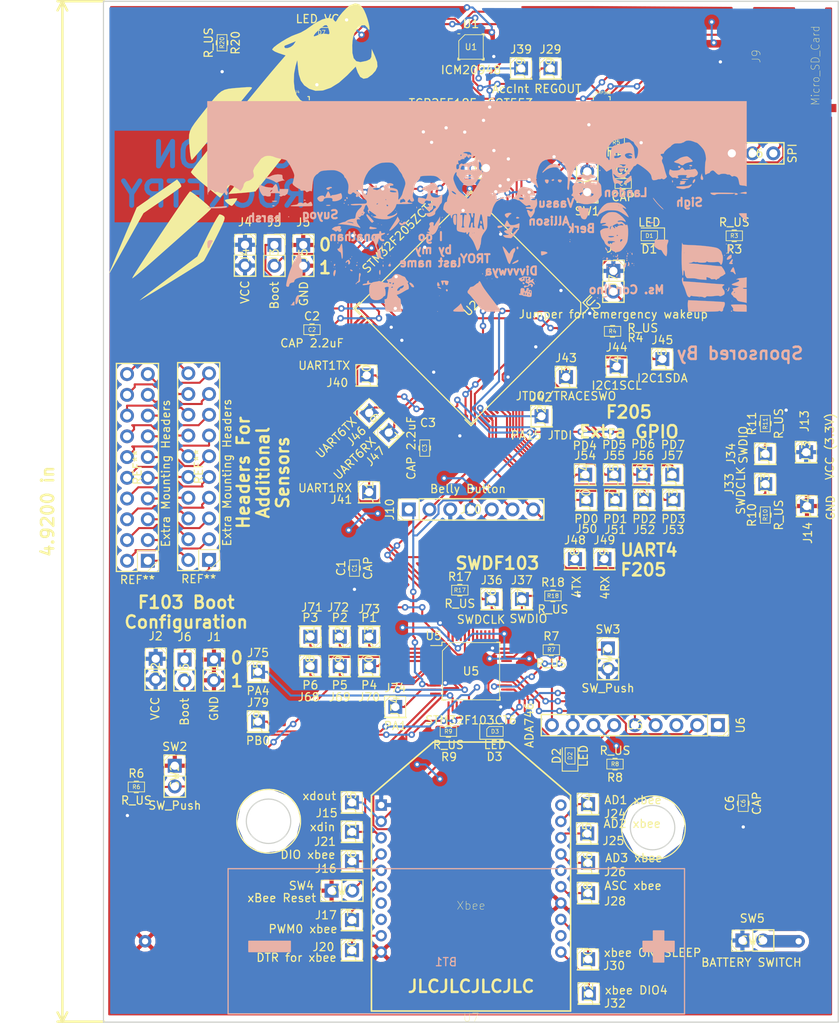
<source format=kicad_pcb>
(kicad_pcb (version 20171130) (host pcbnew "(5.0.1-3-g963ef8bb5)")
  (layers (0 F.Cu signal) (31 B.Cu signal) (34 B.Paste user) (35 F.Paste user) (36 B.SilkS user) (37 F.SilkS user) (38 B.Mask user) (39 F.Mask user) (44 Edge.Cuts user))
  (net 0 "")
  (net 1 "Net-(BT1-Pad1)")
  (net 2 GND)
  (net 3 VCC)
  (net 4 "Net-(C2-Pad2)")
  (net 5 "Net-(C3-Pad1)")
  (net 6 "Net-(C4-Pad1)")
  (net 7 /vddioacc)
  (net 8 "Net-(D1-Pad1)")
  (net 9 "Net-(D1-Pad2)")
  (net 10 "Net-(D2-Pad1)")
  (net 11 "Net-(D2-Pad2)")
  (net 12 "Net-(D3-Pad1)")
  (net 13 "Net-(D3-Pad2)")
  (net 14 "Net-(D7-Pad2)")
  (net 15 BOOT0)
  (net 16 BOOT1)
  (net 17 /boot0f103)
  (net 18 /boot1f103)
  (net 19 "Net-(J7-Pad2)")
  (net 20 "Net-(J9-Pad1)")
  (net 21 /CSA4)
  (net 22 "/MOSI(SDI)f205")
  (net 23 /f205sck)
  (net 24 "/MISO(SDO)f205")
  (net 25 "Net-(J9-Pad8)")
  (net 26 /f103wkup)
  (net 27 /f205wkup)
  (net 28 /205RX)
  (net 29 /205TX)
  (net 30 /PPS205)
  (net 31 /DOSD)
  (net 32 /CLKSD)
  (net 33 /DISD)
  (net 34 /CSSD)
  (net 35 /xdout)
  (net 36 "Net-(J16-Pad1)")
  (net 37 "Net-(J17-Pad1)")
  (net 38 "Net-(J20-Pad1)")
  (net 39 /xdin)
  (net 40 "Net-(J24-Pad1)")
  (net 41 "Net-(J25-Pad1)")
  (net 42 "Net-(J26-Pad1)")
  (net 43 "Net-(J28-Pad1)")
  (net 44 "Net-(J29-Pad1)")
  (net 45 "Net-(J30-Pad1)")
  (net 46 "Net-(J32-Pad1)")
  (net 47 /SWCLKsensor)
  (net 48 /SWDIOsensor)
  (net 49 /SWCLK103)
  (net 50 /SWDIO103)
  (net 51 /AccInt)
  (net 52 "Net-(J40-Pad1)")
  (net 53 "Net-(J41-Pad1)")
  (net 54 "Net-(J42-Pad1)")
  (net 55 "Net-(J43-Pad1)")
  (net 56 "Net-(J44-Pad1)")
  (net 57 "Net-(J45-Pad1)")
  (net 58 "Net-(J46-Pad1)")
  (net 59 "Net-(J47-Pad1)")
  (net 60 "Net-(J48-Pad1)")
  (net 61 "Net-(J49-Pad1)")
  (net 62 "Net-(J50-Pad1)")
  (net 63 "Net-(J51-Pad1)")
  (net 64 "Net-(J52-Pad1)")
  (net 65 "Net-(J53-Pad1)")
  (net 66 "Net-(J54-Pad1)")
  (net 67 "Net-(J55-Pad1)")
  (net 68 "Net-(J56-Pad1)")
  (net 69 "Net-(J57-Pad1)")
  (net 70 "Net-(J68-Pad1)")
  (net 71 "Net-(J69-Pad1)")
  (net 72 "Net-(J70-Pad1)")
  (net 73 "Net-(J71-Pad1)")
  (net 74 "Net-(J72-Pad1)")
  (net 75 "Net-(J73-Pad1)")
  (net 76 "Net-(J74-Pad1)")
  (net 77 "Net-(J75-Pad1)")
  (net 78 "Net-(J79-Pad1)")
  (net 79 "Net-(R6-Pad2)")
  (net 80 "Net-(R7-Pad2)")
  (net 81 "Net-(SW4-Pad2)")
  (net 82 "Net-(U1-Pad1)")
  (net 83 "Net-(U1-Pad2)")
  (net 84 "Net-(U1-Pad3)")
  (net 85 "Net-(U1-Pad4)")
  (net 86 "Net-(U1-Pad5)")
  (net 87 "Net-(U1-Pad6)")
  (net 88 "Net-(U1-Pad7)")
  (net 89 "Net-(U1-Pad14)")
  (net 90 "Net-(U1-Pad15)")
  (net 91 "Net-(U1-Pad16)")
  (net 92 "Net-(U1-Pad17)")
  (net 93 "Net-(U1-Pad19)")
  (net 94 "Net-(U1-Pad21)")
  (net 95 /CSA3)
  (net 96 "Net-(U2-Pad4)")
  (net 97 "Net-(U2-Pad7)")
  (net 98 "Net-(U2-Pad8)")
  (net 99 "Net-(U2-Pad9)")
  (net 100 "Net-(U2-Pad10)")
  (net 101 "Net-(U2-Pad11)")
  (net 102 "Net-(U2-Pad12)")
  (net 103 "Net-(U2-Pad13)")
  (net 104 "Net-(U2-Pad14)")
  (net 105 "Net-(U2-Pad15)")
  (net 106 "Net-(U2-Pad18)")
  (net 107 "Net-(U2-Pad19)")
  (net 108 "Net-(U2-Pad20)")
  (net 109 "Net-(U2-Pad21)")
  (net 110 "Net-(U2-Pad22)")
  (net 111 "Net-(U2-Pad23)")
  (net 112 "Net-(U2-Pad24)")
  (net 113 /CSA1)
  (net 114 /CSA2)
  (net 115 "Net-(U2-Pad35)")
  (net 116 "Net-(U2-Pad36)")
  (net 117 "Net-(U2-Pad37)")
  (net 118 "Net-(U2-Pad40)")
  (net 119 "Net-(U2-Pad44)")
  (net 120 "Net-(U2-Pad45)")
  (net 121 "Net-(U2-Pad46)")
  (net 122 "Net-(U2-Pad47)")
  (net 123 "Net-(U2-Pad49)")
  (net 124 "Net-(U2-Pad50)")
  (net 125 "Net-(U2-Pad53)")
  (net 126 "Net-(U2-Pad54)")
  (net 127 "Net-(U2-Pad55)")
  (net 128 "Net-(U2-Pad56)")
  (net 129 "Net-(U2-Pad57)")
  (net 130 "Net-(U2-Pad58)")
  (net 131 "Net-(U2-Pad59)")
  (net 132 "Net-(U2-Pad60)")
  (net 133 "Net-(U2-Pad63)")
  (net 134 "Net-(U2-Pad64)")
  (net 135 "Net-(U2-Pad65)")
  (net 136 "Net-(U2-Pad66)")
  (net 137 "Net-(U2-Pad67)")
  (net 138 "Net-(U2-Pad68)")
  (net 139 "Net-(U2-Pad73)")
  (net 140 "Net-(U2-Pad74)")
  (net 141 "Net-(U2-Pad75)")
  (net 142 "Net-(U2-Pad76)")
  (net 143 "Net-(U2-Pad87)")
  (net 144 "Net-(U2-Pad88)")
  (net 145 "Net-(U2-Pad89)")
  (net 146 "Net-(U2-Pad90)")
  (net 147 "Net-(U2-Pad91)")
  (net 148 "Net-(U2-Pad92)")
  (net 149 "Net-(U2-Pad93)")
  (net 150 "Net-(U2-Pad98)")
  (net 151 "Net-(U2-Pad99)")
  (net 152 "Net-(U2-Pad100)")
  (net 153 "Net-(U2-Pad103)")
  (net 154 "Net-(U2-Pad104)")
  (net 155 "Net-(U2-Pad113)")
  (net 156 "Net-(U2-Pad124)")
  (net 157 "Net-(U2-Pad125)")
  (net 158 "Net-(U2-Pad126)")
  (net 159 "Net-(U2-Pad127)")
  (net 160 "Net-(U2-Pad128)")
  (net 161 "Net-(U2-Pad129)")
  (net 162 "Net-(U2-Pad132)")
  (net 163 "Net-(U2-Pad134)")
  (net 164 "Net-(U2-Pad135)")
  (net 165 "Net-(U2-Pad139)")
  (net 166 "Net-(U2-Pad140)")
  (net 167 "Net-(U2-Pad141)")
  (net 168 "Net-(U2-Pad142)")
  (net 169 "Net-(U2-Pad143)")
  (net 170 "Net-(U3-Pad7)")
  (net 171 "Net-(U4-Pad7)")
  (net 172 "Net-(U5-Pad21)")
  (net 173 "Net-(U5-Pad22)")
  (net 174 /GPSFIX)
  (net 175 /GPSENABLE)
  (net 176 /GPSRX)
  (net 177 /GPSTX)
  (net 178 "Net-(U5-Pad32)")
  (net 179 "Net-(U5-Pad33)")
  (net 180 "Net-(U5-Pad38)")
  (net 181 "Net-(U5-Pad39)")
  (net 182 "Net-(U5-Pad40)")
  (net 183 "Net-(U5-Pad46)")
  (net 184 "Net-(U6-Pad1)")
  (net 185 "Net-(U6-Pad3)")
  (net 186 "Net-(U7-Pad7)")
  (net 187 "Net-(U7-Pad8)")
  (net 188 "Net-(U7-Pad12)")
  (net 189 "Net-(U7-Pad16)")
  (net 190 "Net-(U7-Pad20)")
  (net 191 "Net-(U8-Pad5)")
  (net 192 "Net-(U5-Pad19)")
  (net 193 "Net-(U2-Pad77)")
  (net 194 "Net-(U2-Pad78)")
  (net 195 "Net-(U2-Pad79)")
  (net 196 "Net-(U2-Pad80)")
  (net 197 "Net-(U2-Pad81)")
  (net 198 "Net-(U2-Pad82)")
  (net 199 "Net-(U2-Pad85)")
  (net 200 "Net-(U2-Pad86)")
  (module Package_DFN_QFN:QFN-24-1EP_3x3mm_P0.4mm_EP1.75x1.6mm (layer F.Cu) (at 90.67 35.57)
    (fp_text reference U1 (at 0 -2.82) (layer F.SilkS))
    (fp_text value ICM20948 (at 0 2.82) (layer F.SilkS))
    (fp_text user %R (at 0 0) (layer F.SilkS) (effects (font (size 0.75 0.75) (thickness 0.11))))
    (pad 25 smd roundrect (at 0 0) (size 1.2 1.2) (layers F.Cu F.Mask) (roundrect_rratio 0.156))
    (pad 1 smd custom (at -1.5 -1) (size 0.115147 0.115147) (layers F.Cu F.Paste F.Mask) (net 82 "Net-(U1-Pad1)") (options (clearance outline) (anchor circle)) (primitives (gr_poly (pts (xy -0.375 -0.1) (xy 0.255 -0.1) (xy 0.375 0.02) (xy 0.375 0.1) (xy -0.375 0.1)) (width 0))))
    (pad 2 smd roundrect (at -1.5 -0.6) (size 0.75 0.2) (layers F.Cu F.Paste F.Mask) (net 83 "Net-(U1-Pad2)"))
    (pad 3 smd roundrect (at -1.5 -0.2) (size 0.75 0.2) (layers F.Cu F.Paste F.Mask) (net 84 "Net-(U1-Pad3)"))
    (pad 4 smd roundrect (at -1.5 0.2) (size 0.75 0.2) (layers F.Cu F.Paste F.Mask) (net 85 "Net-(U1-Pad4)"))
    (pad 5 smd roundrect (at -1.5 0.6) (size 0.75 0.2) (layers F.Cu F.Paste F.Mask) (net 86 "Net-(U1-Pad5)"))
    (pad 6 smd custom (at -1.5 1) (size 0.115147 0.115147) (layers F.Cu F.Paste F.Mask) (net 87 "Net-(U1-Pad6)") (options (clearance outline) (anchor circle)) (primitives (gr_poly (pts (xy -0.375 -0.1) (xy 0.375 -0.1) (xy 0.375 -0.02) (xy 0.255 0.1) (xy -0.375 0.1)) (width 0))))
    (pad 7 smd custom (at -1 1.5) (size 0.115147 0.115147) (layers F.Cu F.Paste F.Mask) (net 88 "Net-(U1-Pad7)") (options (clearance outline) (anchor circle)) (primitives (gr_poly (pts (xy -0.1 -0.255) (xy 0.02 -0.375) (xy 0.1 -0.375) (xy 0.1 0.375) (xy -0.1 0.375)) (width 0))))
    (pad 8 smd roundrect (at -0.6 1.5) (size 0.2 0.75) (layers F.Cu F.Paste F.Mask) (net 7 /vddioacc))
    (pad 9 smd roundrect (at -0.2 1.5) (size 0.2 0.75) (layers F.Cu F.Paste F.Mask) (net 24 "/MISO(SDO)f205"))
    (pad 10 smd roundrect (at 0.2 1.5) (size 0.2 0.75) (layers F.Cu F.Paste F.Mask) (net 44 "Net-(J29-Pad1)"))
    (pad 11 smd roundrect (at 0.6 1.5) (size 0.2 0.75) (layers F.Cu F.Paste F.Mask) (net 2 GND))
    (pad 12 smd custom (at 1 1.5) (size 0.115147 0.115147) (layers F.Cu F.Paste F.Mask) (net 51 /AccInt) (options (clearance outline) (anchor circle)) (primitives (gr_poly (pts (xy -0.1 -0.375) (xy -0.02 -0.375) (xy 0.1 -0.255) (xy 0.1 0.375) (xy -0.1 0.375)) (width 0))))
    (pad 13 smd custom (at 1.5 1) (size 0.115147 0.115147) (layers F.Cu F.Paste F.Mask) (net 3 VCC) (options (clearance outline) (anchor circle)) (primitives (gr_poly (pts (xy -0.375 -0.1) (xy 0.375 -0.1) (xy 0.375 0.1) (xy -0.255 0.1) (xy -0.375 -0.02)) (width 0))))
    (pad 14 smd roundrect (at 1.5 0.6) (size 0.75 0.2) (layers F.Cu F.Paste F.Mask) (net 89 "Net-(U1-Pad14)"))
    (pad 15 smd roundrect (at 1.5 0.2) (size 0.75 0.2) (layers F.Cu F.Paste F.Mask) (net 90 "Net-(U1-Pad15)"))
    (pad 16 smd roundrect (at 1.5 -0.2) (size 0.75 0.2) (layers F.Cu F.Paste F.Mask) (net 91 "Net-(U1-Pad16)"))
    (pad 17 smd roundrect (at 1.5 -0.6) (size 0.75 0.2) (layers F.Cu F.Paste F.Mask) (net 92 "Net-(U1-Pad17)"))
    (pad 18 smd custom (at 1.5 -1) (size 0.115147 0.115147) (layers F.Cu F.Paste F.Mask) (net 2 GND) (options (clearance outline) (anchor circle)) (primitives (gr_poly (pts (xy -0.375 0.02) (xy -0.255 -0.1) (xy 0.375 -0.1) (xy 0.375 0.1) (xy -0.375 0.1)) (width 0))))
    (pad 19 smd custom (at 1 -1.5) (size 0.115147 0.115147) (layers F.Cu F.Paste F.Mask) (net 93 "Net-(U1-Pad19)") (options (clearance outline) (anchor circle)) (primitives (gr_poly (pts (xy -0.1 -0.375) (xy 0.1 -0.375) (xy 0.1 0.255) (xy -0.02 0.375) (xy -0.1 0.375)) (width 0))))
    (pad 20 smd roundrect (at 0.6 -1.5) (size 0.2 0.75) (layers F.Cu F.Paste F.Mask) (net 2 GND))
    (pad 21 smd roundrect (at 0.2 -1.5) (size 0.2 0.75) (layers F.Cu F.Paste F.Mask) (net 94 "Net-(U1-Pad21)"))
    (pad 22 smd roundrect (at -0.2 -1.5) (size 0.2 0.75) (layers F.Cu F.Paste F.Mask) (net 95 /CSA3))
    (pad 23 smd roundrect (at -0.6 -1.5) (size 0.2 0.75) (layers F.Cu F.Paste F.Mask) (net 23 /f205sck))
    (pad 24 smd custom (at -1 -1.5) (size 0.115147 0.115147) (layers F.Cu F.Paste F.Mask) (net 22 "/MOSI(SDI)f205") (options (clearance outline) (anchor circle)) (primitives (gr_poly (pts (xy -0.1 -0.375) (xy 0.1 -0.375) (xy 0.1 0.375) (xy 0.02 0.375) (xy -0.1 0.255)) (width 0))))
  )
  (module Connector_PinHeader_2.54mm:PinHeader_2x10_P2.54mm_Vertical (layer F.Cu) (at 51.1 98.5 180)
    (fp_text reference REF** (at 1.27 -2.33 180) (layer F.SilkS))
    (fp_text value "Extra Mounting Headers" (at -2.2 10.7 270) (layer F.SilkS))
    (fp_text user %R (at 1.27 11.43 270) (layer F.SilkS))
    (pad 1 thru_hole rect (at 0 0 180) (size 1.7 1.7) (drill 1) (layers *.Cu *.Mask))
    (pad 2 thru_hole oval (at 2.54 0 180) (size 1.7 1.7) (drill 1) (layers *.Cu *.Mask))
    (pad 3 thru_hole oval (at 0 2.54 180) (size 1.7 1.7) (drill 1) (layers *.Cu *.Mask))
    (pad 4 thru_hole oval (at 2.54 2.54 180) (size 1.7 1.7) (drill 1) (layers *.Cu *.Mask))
    (pad 5 thru_hole oval (at 0 5.08 180) (size 1.7 1.7) (drill 1) (layers *.Cu *.Mask))
    (pad 6 thru_hole oval (at 2.54 5.08 180) (size 1.7 1.7) (drill 1) (layers *.Cu *.Mask))
    (pad 7 thru_hole oval (at 0 7.62 180) (size 1.7 1.7) (drill 1) (layers *.Cu *.Mask))
    (pad 8 thru_hole oval (at 2.54 7.62 180) (size 1.7 1.7) (drill 1) (layers *.Cu *.Mask))
    (pad 9 thru_hole oval (at 0 10.16 180) (size 1.7 1.7) (drill 1) (layers *.Cu *.Mask))
    (pad 10 thru_hole oval (at 2.54 10.16 180) (size 1.7 1.7) (drill 1) (layers *.Cu *.Mask))
    (pad 11 thru_hole oval (at 0 12.7 180) (size 1.7 1.7) (drill 1) (layers *.Cu *.Mask))
    (pad 12 thru_hole oval (at 2.54 12.7 180) (size 1.7 1.7) (drill 1) (layers *.Cu *.Mask))
    (pad 13 thru_hole oval (at 0 15.24 180) (size 1.7 1.7) (drill 1) (layers *.Cu *.Mask))
    (pad 14 thru_hole oval (at 2.54 15.24 180) (size 1.7 1.7) (drill 1) (layers *.Cu *.Mask))
    (pad 15 thru_hole oval (at 0 17.78 180) (size 1.7 1.7) (drill 1) (layers *.Cu *.Mask))
    (pad 16 thru_hole oval (at 2.54 17.78 180) (size 1.7 1.7) (drill 1) (layers *.Cu *.Mask))
    (pad 17 thru_hole oval (at 0 20.32 180) (size 1.7 1.7) (drill 1) (layers *.Cu *.Mask))
    (pad 18 thru_hole oval (at 2.54 20.32 180) (size 1.7 1.7) (drill 1) (layers *.Cu *.Mask))
    (pad 19 thru_hole oval (at 0 22.86 180) (size 1.7 1.7) (drill 1) (layers *.Cu *.Mask))
    (pad 20 thru_hole oval (at 2.54 22.86 180) (size 1.7 1.7) (drill 1) (layers *.Cu *.Mask))
  )
  (module Connector_PinHeader_2.54mm:PinHeader_1x01_P2.54mm_Vertical (layer F.Cu) (at 76.1 131.7)
    (fp_text reference J21 (at -3.3 1.2) (layer F.SilkS))
    (fp_text value xdin (at -3.6 -0.6) (layer F.SilkS))
    (fp_text user %R (at 0 0 90) (layer F.SilkS))
    (pad 1 thru_hole rect (at 0 0) (size 1.7 1.7) (drill 1) (layers *.Cu *.Mask) (net 39 /xdin))
  )
  (module Connector_PinHeader_2.54mm:PinHeader_1x01_P2.54mm_Vertical (layer F.Cu) (at 78.2 111.4)
    (fp_text reference J70 (at 0 3.8) (layer F.SilkS))
    (fp_text value P4 (at 0 2.33) (layer F.SilkS))
    (fp_text user %R (at 0 0 90) (layer F.SilkS))
    (pad 1 thru_hole rect (at 0 0) (size 1.7 1.7) (drill 1) (layers *.Cu *.Mask) (net 72 "Net-(J70-Pad1)"))
  )
  (module BMP388:PQFN50P200X200X80-10N (layer F.Cu) (at 106.672 42.682 180)
    (fp_text reference U3 (at -0.487858 -1.60538 180) (layer F.SilkS) (effects (font (size 0.320434 0.320434) (thickness 0.05))))
    (fp_text value BMP388 (at -0.184282 1.49908 180) (layer F.SilkS) (effects (font (size 0.320487 0.320487) (thickness 0.05))))
    (pad 10 smd rect (at -0.5 -0.765 270) (size 0.38 0.35) (layers F.Cu F.Paste F.Mask) (net 3 VCC))
    (pad 9 smd rect (at 0 -0.765 270) (size 0.38 0.35) (layers F.Cu F.Paste F.Mask) (net 2 GND))
    (pad 8 smd rect (at 0.5 -0.765 270) (size 0.38 0.35) (layers F.Cu F.Paste F.Mask) (net 2 GND))
    (pad 7 smd rect (at 0.765 -0.25 270) (size 0.38 0.35) (layers F.Cu F.Paste F.Mask) (net 170 "Net-(U3-Pad7)"))
    (pad 6 smd rect (at 0.765 0.25 270) (size 0.38 0.35) (layers F.Cu F.Paste F.Mask) (net 113 /CSA1))
    (pad 5 smd rect (at 0.5 0.765 270) (size 0.38 0.35) (layers F.Cu F.Paste F.Mask) (net 24 "/MISO(SDO)f205"))
    (pad 4 smd rect (at 0 0.765 270) (size 0.38 0.35) (layers F.Cu F.Paste F.Mask) (net 22 "/MOSI(SDI)f205"))
    (pad 3 smd rect (at -0.5 0.765 270) (size 0.38 0.35) (layers F.Cu F.Paste F.Mask) (net 2 GND))
    (pad 2 smd rect (at -0.765 0.25 270) (size 0.38 0.35) (layers F.Cu F.Paste F.Mask) (net 23 /f205sck))
    (pad 1 smd rect (at -0.765 -0.25 270) (size 0.38 0.35) (layers F.Cu F.Paste F.Mask) (net 3 VCC))
  )
  (module "Battery:AA battery holder" (layer B.Cu) (at 87.6 145.1)
    (fp_text reference BT1 (at 0 2.54) (layer B.SilkS) (effects (justify mirror)))
    (fp_text value Battery_Cell)
    (pad 1 thru_hole circle (at 43.18 0) (size 1.524 1.524) (drill 0.762) (layers *.Cu *.Mask) (net 1 "Net-(BT1-Pad1)"))
    (pad 2 thru_hole circle (at -36.83 0) (size 1.524 1.524) (drill 0.762) (layers *.Cu *.Mask) (net 2 GND))
  )
  (module Capacitor_SMD:C_0805_2012Metric_Pad1.15x1.40mm_HandSolder (layer F.Cu) (at 76.4 99.4 90)
    (fp_text reference C1 (at 0 -1.65 90) (layer F.SilkS))
    (fp_text value CAP (at 0 1.65 90) (layer F.SilkS))
    (fp_text user %R (at 0 0 90) (layer F.SilkS) (effects (font (size 0.5 0.5) (thickness 0.08))))
    (pad 2 smd roundrect (at 1.025 0 90) (size 1.15 1.4) (layers F.Cu F.Paste F.Mask) (roundrect_rratio 0.217391) (net 2 GND))
    (pad 1 smd roundrect (at -1.025 0 90) (size 1.15 1.4) (layers F.Cu F.Paste F.Mask) (roundrect_rratio 0.217391) (net 3 VCC))
  )
  (module Capacitor_SMD:C_0805_2012Metric_Pad1.15x1.40mm_HandSolder (layer F.Cu) (at 71.2 70.2)
    (fp_text reference C2 (at 0 -1.65) (layer F.SilkS))
    (fp_text value "CAP 2.2uF" (at 0 1.65) (layer F.SilkS))
    (fp_text user %R (at 0 0) (layer F.SilkS) (effects (font (size 0.5 0.5) (thickness 0.08))))
    (pad 2 smd roundrect (at 1.025 0) (size 1.15 1.4) (layers F.Cu F.Paste F.Mask) (roundrect_rratio 0.217391) (net 4 "Net-(C2-Pad2)"))
    (pad 1 smd roundrect (at -1.025 0) (size 1.15 1.4) (layers F.Cu F.Paste F.Mask) (roundrect_rratio 0.217391) (net 2 GND))
  )
  (module Capacitor_SMD:C_0805_2012Metric_Pad1.15x1.40mm_HandSolder (layer F.Cu) (at 85 84.7 270)
    (fp_text reference C3 (at -3.1 -0.4) (layer F.SilkS))
    (fp_text value "CAP 2.2uF" (at 0 1.65 270) (layer F.SilkS))
    (fp_text user %R (at 0 0 90) (layer F.SilkS) (effects (font (size 0.5 0.5) (thickness 0.08))))
    (pad 1 smd roundrect (at -1.025 0 270) (size 1.15 1.4) (layers F.Cu F.Paste F.Mask) (roundrect_rratio 0.217391) (net 5 "Net-(C3-Pad1)"))
    (pad 2 smd roundrect (at 1.025 0 270) (size 1.15 1.4) (layers F.Cu F.Paste F.Mask) (roundrect_rratio 0.217391) (net 2 GND))
  )
  (module Capacitor_SMD:C_0805_2012Metric_Pad1.15x1.40mm_HandSolder (layer F.Cu) (at 109.3 52.3)
    (fp_text reference C4 (at 0 -1.65) (layer F.SilkS))
    (fp_text value CAP (at 0 1.65) (layer F.SilkS))
    (fp_text user %R (at 0 0) (layer F.SilkS) (effects (font (size 0.5 0.5) (thickness 0.08))))
    (pad 1 smd roundrect (at -1.025 0) (size 1.15 1.4) (layers F.Cu F.Paste F.Mask) (roundrect_rratio 0.217391) (net 6 "Net-(C4-Pad1)"))
    (pad 2 smd roundrect (at 1.025 0) (size 1.15 1.4) (layers F.Cu F.Paste F.Mask) (roundrect_rratio 0.217391) (net 2 GND))
  )
  (module Capacitor_SMD:C_0805_2012Metric_Pad1.15x1.40mm_HandSolder (layer F.Cu) (at 90.924 47.762)
    (fp_text reference C5 (at 2.794 0.254) (layer F.SilkS))
    (fp_text value CAP (at -3.302 0) (layer F.SilkS))
    (fp_text user %R (at 0 0) (layer F.SilkS) (effects (font (size 0.5 0.5) (thickness 0.08))))
    (pad 1 smd roundrect (at -1.025 0) (size 1.15 1.4) (layers F.Cu F.Paste F.Mask) (roundrect_rratio 0.217391) (net 3 VCC))
    (pad 2 smd roundrect (at 1.025 0) (size 1.15 1.4) (layers F.Cu F.Paste F.Mask) (roundrect_rratio 0.217391) (net 2 GND))
  )
  (module Capacitor_SMD:C_0805_2012Metric_Pad1.15x1.40mm_HandSolder (layer F.Cu) (at 124 128.2 90)
    (fp_text reference C6 (at 0 -1.65 90) (layer F.SilkS))
    (fp_text value CAP (at 0 1.65 90) (layer F.SilkS))
    (fp_text user %R (at 0 0 90) (layer F.SilkS) (effects (font (size 0.5 0.5) (thickness 0.08))))
    (pad 2 smd roundrect (at 1.025 0 90) (size 1.15 1.4) (layers F.Cu F.Paste F.Mask) (roundrect_rratio 0.217391) (net 2 GND))
    (pad 1 smd roundrect (at -1.025 0 90) (size 1.15 1.4) (layers F.Cu F.Paste F.Mask) (roundrect_rratio 0.217391) (net 3 VCC))
  )
  (module Capacitor_SMD:C_0805_2012Metric_Pad1.15x1.40mm_HandSolder (layer F.Cu) (at 83.304 44.714 270)
    (fp_text reference C7 (at 0 -1.65 270) (layer F.SilkS))
    (fp_text value CAP (at 0 1.65 270) (layer F.SilkS))
    (fp_text user %R (at 0 0 270) (layer F.SilkS) (effects (font (size 0.5 0.5) (thickness 0.08))))
    (pad 1 smd roundrect (at -1.025 0 270) (size 1.15 1.4) (layers F.Cu F.Paste F.Mask) (roundrect_rratio 0.217391) (net 7 /vddioacc))
    (pad 2 smd roundrect (at 1.025 0 270) (size 1.15 1.4) (layers F.Cu F.Paste F.Mask) (roundrect_rratio 0.217391) (net 2 GND))
  )
  (module LED_SMD:LED_0805_2012Metric_Pad1.15x1.40mm_HandSolder (layer F.Cu) (at 112.5 58.7 180)
    (fp_text reference D1 (at 0 -1.65 180) (layer F.SilkS))
    (fp_text value LED (at 0 1.65 180) (layer F.SilkS))
    (fp_text user %R (at 0 0 180) (layer F.SilkS) (effects (font (size 0.5 0.5) (thickness 0.08))))
    (pad 2 smd roundrect (at 1.025 0 180) (size 1.15 1.4) (layers F.Cu F.Paste F.Mask) (roundrect_rratio 0.217391) (net 9 "Net-(D1-Pad2)"))
    (pad 1 smd roundrect (at -1.025 0 180) (size 1.15 1.4) (layers F.Cu F.Paste F.Mask) (roundrect_rratio 0.217391) (net 8 "Net-(D1-Pad1)"))
  )
  (module LED_SMD:LED_0805_2012Metric_Pad1.15x1.40mm_HandSolder (layer F.Cu) (at 102.8 122.4 90)
    (fp_text reference D2 (at 0 -1.65 90) (layer F.SilkS))
    (fp_text value LED (at 0 1.65 90) (layer F.SilkS))
    (fp_text user %R (at 0 0 90) (layer F.SilkS) (effects (font (size 0.5 0.5) (thickness 0.08))))
    (pad 1 smd roundrect (at -1.025 0 90) (size 1.15 1.4) (layers F.Cu F.Paste F.Mask) (roundrect_rratio 0.217391) (net 10 "Net-(D2-Pad1)"))
    (pad 2 smd roundrect (at 1.025 0 90) (size 1.15 1.4) (layers F.Cu F.Paste F.Mask) (roundrect_rratio 0.217391) (net 11 "Net-(D2-Pad2)"))
  )
  (module LED_SMD:LED_0805_2012Metric_Pad1.15x1.40mm_HandSolder (layer F.Cu) (at 93.6 119.4)
    (fp_text reference D3 (at -0.050001 3.097999) (layer F.SilkS))
    (fp_text value LED (at 0 1.65) (layer F.SilkS))
    (fp_text user %R (at 0 0) (layer F.SilkS) (effects (font (size 0.5 0.5) (thickness 0.08))))
    (pad 2 smd roundrect (at 1.025 0) (size 1.15 1.4) (layers F.Cu F.Paste F.Mask) (roundrect_rratio 0.217391) (net 13 "Net-(D3-Pad2)"))
    (pad 1 smd roundrect (at -1.025 0) (size 1.15 1.4) (layers F.Cu F.Paste F.Mask) (roundrect_rratio 0.217391) (net 12 "Net-(D3-Pad1)"))
  )
  (module LED_SMD:LED_0805_2012Metric_Pad1.15x1.40mm_HandSolder (layer F.Cu) (at 72.382 33.792 180)
    (fp_text reference D7 (at 0 -1.65 180) (layer F.SilkS))
    (fp_text value "LED VCC" (at 0 1.65 180) (layer F.SilkS))
    (fp_text user %R (at 0 0 180) (layer F.SilkS) (effects (font (size 0.5 0.5) (thickness 0.08))))
    (pad 1 smd roundrect (at -1.025 0 180) (size 1.15 1.4) (layers F.Cu F.Paste F.Mask) (roundrect_rratio 0.217391) (net 2 GND))
    (pad 2 smd roundrect (at 1.025 0 180) (size 1.15 1.4) (layers F.Cu F.Paste F.Mask) (roundrect_rratio 0.217391) (net 14 "Net-(D7-Pad2)"))
  )
  (module Connector_PinSocket_2.54mm:PinSocket_1x02_P2.54mm_Vertical (layer F.Cu) (at 59.2 110.6)
    (fp_text reference J1 (at 0 -2.77) (layer F.SilkS))
    (fp_text value GND (at 0 6 270) (layer F.SilkS))
    (fp_text user %R (at 0 1.27 90) (layer F.SilkS))
    (pad 1 thru_hole rect (at 0 0) (size 1.7 1.7) (drill 1) (layers *.Cu *.Mask) (net 2 GND))
    (pad 2 thru_hole oval (at 0 2.54) (size 1.7 1.7) (drill 1) (layers *.Cu *.Mask) (net 2 GND))
  )
  (module Connector_PinSocket_2.54mm:PinSocket_1x02_P2.54mm_Vertical (layer F.Cu) (at 52.062 110.5)
    (fp_text reference J2 (at 0 -2.77) (layer F.SilkS))
    (fp_text value VCC (at -0.062 6.1 90) (layer F.SilkS))
    (fp_text user %R (at 0 1.27 90) (layer F.SilkS))
    (pad 2 thru_hole oval (at 0 2.54) (size 1.7 1.7) (drill 1) (layers *.Cu *.Mask) (net 3 VCC))
    (pad 1 thru_hole rect (at 0 0) (size 1.7 1.7) (drill 1) (layers *.Cu *.Mask) (net 3 VCC))
  )
  (module Connector_PinSocket_2.54mm:PinSocket_1x02_P2.54mm_Vertical (layer F.Cu) (at 66.6 59.824)
    (fp_text reference J3 (at 0 -2.77) (layer F.SilkS))
    (fp_text value Boot (at 0 6.176 90) (layer F.SilkS))
    (fp_text user %R (at 0 1.27 90) (layer F.SilkS))
    (pad 2 thru_hole oval (at 0 2.54) (size 1.7 1.7) (drill 1) (layers *.Cu *.Mask) (net 16 BOOT1))
    (pad 1 thru_hole rect (at 0 0) (size 1.7 1.7) (drill 1) (layers *.Cu *.Mask) (net 15 BOOT0))
  )
  (module Connector_PinSocket_2.54mm:PinSocket_1x02_P2.54mm_Vertical (layer F.Cu) (at 63 59.8)
    (fp_text reference J4 (at 0 -2.77) (layer F.SilkS))
    (fp_text value VCC (at 0 5.8 90) (layer F.SilkS))
    (fp_text user %R (at 0 1.27 90) (layer F.SilkS))
    (pad 1 thru_hole rect (at 0 0) (size 1.7 1.7) (drill 1) (layers *.Cu *.Mask) (net 3 VCC))
    (pad 2 thru_hole oval (at 0 2.54) (size 1.7 1.7) (drill 1) (layers *.Cu *.Mask) (net 3 VCC))
  )
  (module Connector_PinSocket_2.54mm:PinSocket_1x02_P2.54mm_Vertical (layer F.Cu) (at 70.13 59.824)
    (fp_text reference J5 (at 0 -2.77) (layer F.SilkS))
    (fp_text value GND (at 0.07 5.976 90) (layer F.SilkS))
    (fp_text user %R (at 0 1.27 90) (layer F.SilkS))
    (pad 1 thru_hole rect (at 0 0) (size 1.7 1.7) (drill 1) (layers *.Cu *.Mask) (net 2 GND))
    (pad 2 thru_hole oval (at 0 2.54) (size 1.7 1.7) (drill 1) (layers *.Cu *.Mask) (net 2 GND))
  )
  (module Connector_PinSocket_2.54mm:PinSocket_1x02_P2.54mm_Vertical (layer F.Cu) (at 55.6 110.6)
    (fp_text reference J6 (at 0 -2.77) (layer F.SilkS))
    (fp_text value Boot (at 0 6.4 90) (layer F.SilkS))
    (fp_text user %R (at 0 1.27 90) (layer F.SilkS))
    (pad 2 thru_hole oval (at 0 2.54) (size 1.7 1.7) (drill 1) (layers *.Cu *.Mask) (net 18 /boot1f103))
    (pad 1 thru_hole rect (at 0 0) (size 1.7 1.7) (drill 1) (layers *.Cu *.Mask) (net 17 /boot0f103))
  )
  (module Connector_PinSocket_2.54mm:PinSocket_1x02_P2.54mm_Vertical (layer F.Cu) (at 108.1 63)
    (fp_text reference J7 (at 0 -2.77) (layer F.SilkS))
    (fp_text value "Jumper for emergency wakeup" (at 0 5.31) (layer F.SilkS))
    (fp_text user %R (at 0 1.27 90) (layer F.SilkS))
    (pad 1 thru_hole rect (at 0 0) (size 1.7 1.7) (drill 1) (layers *.Cu *.Mask) (net 3 VCC))
    (pad 2 thru_hole oval (at 0 2.54) (size 1.7 1.7) (drill 1) (layers *.Cu *.Mask) (net 19 "Net-(J7-Pad2)"))
  )
  (module 1140084168:1140084168 (layer F.Cu) (at 134.866 31.506 270)
    (fp_text reference J9 (at 5.21893 9.27409 270) (layer F.SilkS) (effects (font (size 1.00061 1.00061) (thickness 0.05))))
    (fp_text value Micro_SD_Card (at 6.35 2.032 270) (layer F.SilkS) (effects (font (size 1 0.9) (thickness 0.05))))
    (pad 1 smd rect (at 9.175 11.038) (size 1.75044 0.700176) (layers F.Cu F.Paste F.Mask) (net 20 "Net-(J9-Pad1)"))
    (pad 2 smd rect (at 8.075 11.038) (size 1.75298 0.701191) (layers F.Cu F.Paste F.Mask) (net 21 /CSA4))
    (pad 3 smd rect (at 6.975 11.038) (size 1.75161 0.700643) (layers F.Cu F.Paste F.Mask) (net 22 "/MOSI(SDI)f205"))
    (pad 4 smd rect (at 5.875 11.038) (size 1.75218 0.700871) (layers F.Cu F.Paste F.Mask) (net 3 VCC))
    (pad 5 smd rect (at 4.775 11.038) (size 1.75246 0.700982) (layers F.Cu F.Paste F.Mask) (net 23 /f205sck))
    (pad 6 smd rect (at 3.675 11.038) (size 1.75043 0.700174) (layers F.Cu F.Paste F.Mask) (net 2 GND))
    (pad 7 smd rect (at 2.575 11.038) (size 1.75177 0.70071) (layers F.Cu F.Paste F.Mask) (net 24 "/MISO(SDO)f205"))
    (pad 8 smd rect (at 1.475 11.038) (size 1.75264 0.701055) (layers F.Cu F.Paste F.Mask) (net 25 "Net-(J9-Pad8)"))
    (pad 9 smd rect (at 0.175 10.913 270) (size 1.50092 1.50092) (layers F.Cu F.Paste F.Mask) (net 2 GND))
    (pad 10 smd rect (at 11.625 10.913 270) (size 1.5018 1.5018) (layers F.Cu F.Paste F.Mask))
    (pad 11 smd rect (at 0 3.313) (size 1.5011 0.800585) (layers F.Cu F.Paste F.Mask))
    (pad 12 smd rect (at 11.95 2.663) (size 1.40064 0.800364) (layers F.Cu F.Paste F.Mask))
    (pad 13 smd rect (at 0.355 1.813 270) (size 1.50001 1.00001) (layers F.Cu F.Paste F.Mask))
    (pad 14 smd rect (at 11.55 0.213) (size 1.50193 1.00129) (layers F.Cu F.Paste F.Mask))
  )
  (module Connector_PinHeader_2.54mm:PinHeader_1x07_P2.54mm_Vertical (layer F.Cu) (at 83.05 92.212 90)
    (fp_text reference J10 (at 0 -2.33 90) (layer F.SilkS))
    (fp_text value "Belly Button" (at 2.512 7.25 180) (layer F.SilkS))
    (fp_text user %R (at 0 7.62 180) (layer F.SilkS))
    (pad 1 thru_hole rect (at 0 0 90) (size 1.7 1.7) (drill 1) (layers *.Cu *.Mask) (net 26 /f103wkup))
    (pad 2 thru_hole oval (at 0 2.54 90) (size 1.7 1.7) (drill 1) (layers *.Cu *.Mask) (net 27 /f205wkup))
    (pad 3 thru_hole oval (at 0 5.08 90) (size 1.7 1.7) (drill 1) (layers *.Cu *.Mask) (net 3 VCC))
    (pad 4 thru_hole oval (at 0 7.62 90) (size 1.7 1.7) (drill 1) (layers *.Cu *.Mask) (net 2 GND))
    (pad 5 thru_hole oval (at 0 10.16 90) (size 1.7 1.7) (drill 1) (layers *.Cu *.Mask) (net 28 /205RX))
    (pad 6 thru_hole oval (at 0 12.7 90) (size 1.7 1.7) (drill 1) (layers *.Cu *.Mask) (net 29 /205TX))
    (pad 7 thru_hole oval (at 0 15.24 90) (size 1.7 1.7) (drill 1) (layers *.Cu *.Mask) (net 30 /PPS205))
  )
  (module Connector_PinHeader_2.54mm:PinHeader_1x01_P2.54mm_Vertical (layer F.Cu) (at 131.7 85.2)
    (fp_text reference J13 (at -0.2 -3.8 90) (layer F.SilkS))
    (fp_text value "VCC (3.3V)" (at 2.9 -0.7 90) (layer F.SilkS))
    (fp_text user %R (at 0 0 90) (layer F.SilkS))
    (pad 1 thru_hole rect (at 0 0) (size 1.7 1.7) (drill 1) (layers *.Cu *.Mask) (net 3 VCC))
  )
  (module Connector_PinHeader_2.54mm:PinHeader_1x01_P2.54mm_Vertical (layer F.Cu) (at 131.8 91.8)
    (fp_text reference J14 (at 0.1 3.3 90) (layer F.SilkS))
    (fp_text value GND (at 2.9 0.2 90) (layer F.SilkS))
    (fp_text user %R (at 0 0 90) (layer F.SilkS))
    (pad 1 thru_hole rect (at 0 0) (size 1.7 1.7) (drill 1) (layers *.Cu *.Mask) (net 2 GND))
  )
  (module Connector_PinHeader_2.54mm:PinHeader_1x01_P2.54mm_Vertical (layer F.Cu) (at 76.1 128.1)
    (fp_text reference J15 (at -3.1 1.3) (layer F.SilkS))
    (fp_text value xdout (at -4 -0.8) (layer F.SilkS))
    (fp_text user %R (at 0 0 90) (layer F.SilkS))
    (pad 1 thru_hole rect (at 0 0) (size 1.7 1.7) (drill 1) (layers *.Cu *.Mask) (net 35 /xdout))
  )
  (module Connector_PinHeader_2.54mm:PinHeader_1x01_P2.54mm_Vertical (layer F.Cu) (at 76.1 135.3)
    (fp_text reference J16 (at -3.2 0.9) (layer F.SilkS))
    (fp_text value "DIO xbee" (at -5.4 -0.8) (layer F.SilkS))
    (fp_text user %R (at 0 0 90) (layer F.SilkS))
    (pad 1 thru_hole rect (at 0 0) (size 1.7 1.7) (drill 1) (layers *.Cu *.Mask) (net 36 "Net-(J16-Pad1)"))
  )
  (module Connector_PinHeader_2.54mm:PinHeader_1x01_P2.54mm_Vertical (layer F.Cu) (at 76.1 142.5)
    (fp_text reference J17 (at -3.2 -0.6) (layer F.SilkS))
    (fp_text value "PWM0 xbee" (at -6 1.1) (layer F.SilkS))
    (fp_text user %R (at 0 0 90) (layer F.SilkS))
    (pad 1 thru_hole rect (at 0 0) (size 1.7 1.7) (drill 1) (layers *.Cu *.Mask) (net 37 "Net-(J17-Pad1)"))
  )
  (module Connector_PinHeader_2.54mm:PinHeader_1x01_P2.54mm_Vertical (layer F.Cu) (at 76.1 146.2)
    (fp_text reference J20 (at -3.5 -0.4) (layer F.SilkS))
    (fp_text value "DTR for xbee" (at -6.8 0.9) (layer F.SilkS))
    (fp_text user %R (at 0 0 90) (layer F.SilkS))
    (pad 1 thru_hole rect (at 0 0) (size 1.7 1.7) (drill 1) (layers *.Cu *.Mask) (net 38 "Net-(J20-Pad1)"))
  )
  (module Connector_PinHeader_2.54mm:PinHeader_1x01_P2.54mm_Vertical (layer F.Cu) (at 105 128.3)
    (fp_text reference J24 (at 3.3 1.2) (layer F.SilkS))
    (fp_text value "AD1 xbee" (at 5.5 -0.5) (layer F.SilkS))
    (fp_text user %R (at 0 0 90) (layer F.SilkS))
    (pad 1 thru_hole rect (at 0 0) (size 1.7 1.7) (drill 1) (layers *.Cu *.Mask) (net 40 "Net-(J24-Pad1)"))
  )
  (module Connector_PinHeader_2.54mm:PinHeader_1x01_P2.54mm_Vertical (layer F.Cu) (at 104.9 131.9)
    (fp_text reference J25 (at 3.2 0.9) (layer F.SilkS))
    (fp_text value "AD2 xbee" (at 5.5 -1.2) (layer F.SilkS))
    (fp_text user %R (at 0 0 90) (layer F.SilkS))
    (pad 1 thru_hole rect (at 0 0) (size 1.7 1.7) (drill 1) (layers *.Cu *.Mask) (net 41 "Net-(J25-Pad1)"))
  )
  (module Connector_PinHeader_2.54mm:PinHeader_1x01_P2.54mm_Vertical (layer F.Cu) (at 105 135.5)
    (fp_text reference J26 (at 3.3 1.1) (layer F.SilkS))
    (fp_text value "AD3 xbee" (at 5.6 -0.6) (layer F.SilkS))
    (fp_text user %R (at 0 0 90) (layer F.SilkS))
    (pad 1 thru_hole rect (at 0 0) (size 1.7 1.7) (drill 1) (layers *.Cu *.Mask) (net 42 "Net-(J26-Pad1)"))
  )
  (module Connector_PinHeader_2.54mm:PinHeader_1x01_P2.54mm_Vertical (layer F.Cu) (at 105 139.2)
    (fp_text reference J28 (at 3.3 1) (layer F.SilkS))
    (fp_text value "ASC xbee" (at 5.5 -0.9) (layer F.SilkS))
    (fp_text user %R (at 0 0 90) (layer F.SilkS))
    (pad 1 thru_hole rect (at 0 0) (size 1.7 1.7) (drill 1) (layers *.Cu *.Mask) (net 43 "Net-(J28-Pad1)"))
  )
  (module Connector_PinHeader_2.54mm:PinHeader_1x01_P2.54mm_Vertical (layer F.Cu) (at 100.4 38.2)
    (fp_text reference J29 (at 0 -2.33) (layer F.SilkS))
    (fp_text value REGOUT (at 0.9 2.5) (layer F.SilkS))
    (fp_text user %R (at 0 0 90) (layer F.SilkS))
    (pad 1 thru_hole rect (at 0 0) (size 1.7 1.7) (drill 1) (layers *.Cu *.Mask) (net 44 "Net-(J29-Pad1)"))
  )
  (module Connector_PinHeader_2.54mm:PinHeader_1x01_P2.54mm_Vertical (layer F.Cu) (at 105 147.3)
    (fp_text reference J30 (at 3.2 0.8) (layer F.SilkS))
    (fp_text value "xbee ON/SLEEP" (at 7.9 -0.8) (layer F.SilkS))
    (fp_text user %R (at 0 0 90) (layer F.SilkS))
    (pad 1 thru_hole rect (at 0 0) (size 1.7 1.7) (drill 1) (layers *.Cu *.Mask) (net 45 "Net-(J30-Pad1)"))
  )
  (module Connector_PinHeader_2.54mm:PinHeader_1x01_P2.54mm_Vertical (layer F.Cu) (at 105.1 151.5)
    (fp_text reference J32 (at 3.2 1.2) (layer F.SilkS))
    (fp_text value "xbee DIO4" (at 5.8 -0.4) (layer F.SilkS))
    (fp_text user %R (at 0 0 90) (layer F.SilkS))
    (pad 1 thru_hole rect (at 0 0) (size 1.7 1.7) (drill 1) (layers *.Cu *.Mask) (net 46 "Net-(J32-Pad1)"))
  )
  (module Connector_PinHeader_2.54mm:PinHeader_1x01_P2.54mm_Vertical (layer F.Cu) (at 126.7 89.1)
    (fp_text reference J33 (at -4.4 0 90) (layer F.SilkS))
    (fp_text value SWDCLK (at -3 0.8 90) (layer F.SilkS))
    (fp_text user %R (at 0 0 90) (layer F.SilkS))
    (pad 1 thru_hole rect (at 0 0) (size 1.7 1.7) (drill 1) (layers *.Cu *.Mask) (net 47 /SWCLKsensor))
  )
  (module Connector_PinHeader_2.54mm:PinHeader_1x01_P2.54mm_Vertical (layer F.Cu) (at 126.7 85.4)
    (fp_text reference J34 (at -4.2 0 90) (layer F.SilkS))
    (fp_text value SWDIO (at -2.7 -1.1 90) (layer F.SilkS))
    (fp_text user %R (at 0 0 90) (layer F.SilkS))
    (pad 1 thru_hole rect (at 0 0) (size 1.7 1.7) (drill 1) (layers *.Cu *.Mask) (net 48 /SWDIOsensor))
  )
  (module Connector_PinHeader_2.54mm:PinHeader_1x01_P2.54mm_Vertical (layer F.Cu) (at 93.2 103.2)
    (fp_text reference J36 (at 0 -2.33) (layer F.SilkS))
    (fp_text value SWDCLK (at -1.3 2.5) (layer F.SilkS))
    (fp_text user %R (at 0 0 90) (layer F.SilkS))
    (pad 1 thru_hole rect (at 0 0) (size 1.7 1.7) (drill 1) (layers *.Cu *.Mask) (net 49 /SWCLK103))
  )
  (module Connector_PinHeader_2.54mm:PinHeader_1x01_P2.54mm_Vertical (layer F.Cu) (at 96.9 103.2)
    (fp_text reference J37 (at 0 -2.33) (layer F.SilkS))
    (fp_text value SWDIO (at 0.8 2.4) (layer F.SilkS))
    (fp_text user %R (at 0 0 90) (layer F.SilkS))
    (pad 1 thru_hole rect (at 0 0) (size 1.7 1.7) (drill 1) (layers *.Cu *.Mask) (net 50 /SWDIO103))
  )
  (module Connector_PinHeader_2.54mm:PinHeader_1x01_P2.54mm_Vertical (layer F.Cu) (at 96.8 38.2)
    (fp_text reference J39 (at 0 -2.33) (layer F.SilkS))
    (fp_text value AccInt (at -1.3 2.5) (layer F.SilkS))
    (fp_text user %R (at 0 0 90) (layer F.SilkS))
    (pad 1 thru_hole rect (at 0 0) (size 1.7 1.7) (drill 1) (layers *.Cu *.Mask) (net 51 /AccInt))
  )
  (module Connector_PinHeader_2.54mm:PinHeader_1x01_P2.54mm_Vertical (layer F.Cu) (at 77.9 75.8)
    (fp_text reference J40 (at -3.6 0.9) (layer F.SilkS))
    (fp_text value UART1TX (at -5.2 -1.2) (layer F.SilkS))
    (fp_text user %R (at 0 0 90) (layer F.SilkS))
    (pad 1 thru_hole rect (at 0 0) (size 1.7 1.7) (drill 1) (layers *.Cu *.Mask) (net 52 "Net-(J40-Pad1)"))
  )
  (module Connector_PinHeader_2.54mm:PinHeader_1x01_P2.54mm_Vertical (layer F.Cu) (at 78.2 90.1)
    (fp_text reference J41 (at -3.4 0.9) (layer F.SilkS))
    (fp_text value UART1RX (at -5.4 -0.5) (layer F.SilkS))
    (fp_text user %R (at 0 0 90) (layer F.SilkS))
    (pad 1 thru_hole rect (at 0 0) (size 1.7 1.7) (drill 1) (layers *.Cu *.Mask) (net 53 "Net-(J41-Pad1)"))
  )
  (module Connector_PinHeader_2.54mm:PinHeader_1x01_P2.54mm_Vertical (layer F.Cu) (at 99.3 80.8)
    (fp_text reference J42 (at 0 -2.33) (layer F.SilkS))
    (fp_text value "PA15 JTDI" (at 0 2.33) (layer F.SilkS))
    (fp_text user %R (at 0 0 90) (layer F.SilkS))
    (pad 1 thru_hole rect (at 0 0) (size 1.7 1.7) (drill 1) (layers *.Cu *.Mask) (net 54 "Net-(J42-Pad1)"))
  )
  (module Connector_PinHeader_2.54mm:PinHeader_1x01_P2.54mm_Vertical (layer F.Cu) (at 102.3 76)
    (fp_text reference J43 (at 0 -2.33) (layer F.SilkS))
    (fp_text value JTDO/TRACESWO (at 0 2.33) (layer F.SilkS))
    (fp_text user %R (at 0 0 90) (layer F.SilkS))
    (pad 1 thru_hole rect (at 0 0) (size 1.7 1.7) (drill 1) (layers *.Cu *.Mask) (net 55 "Net-(J43-Pad1)"))
  )
  (module Connector_PinHeader_2.54mm:PinHeader_1x01_P2.54mm_Vertical (layer F.Cu) (at 108.5 74.7)
    (fp_text reference J44 (at 0 -2.33) (layer F.SilkS))
    (fp_text value I2C1SCL (at 0 2.33) (layer F.SilkS))
    (fp_text user %R (at 0 0 90) (layer F.SilkS))
    (pad 1 thru_hole rect (at 0 0) (size 1.7 1.7) (drill 1) (layers *.Cu *.Mask) (net 56 "Net-(J44-Pad1)"))
  )
  (module Connector_PinHeader_2.54mm:PinHeader_1x01_P2.54mm_Vertical (layer F.Cu) (at 114.1 73.8)
    (fp_text reference J45 (at 0 -2.33) (layer F.SilkS))
    (fp_text value I2C1SDA (at 0 2.33) (layer F.SilkS))
    (fp_text user %R (at 0 0 90) (layer F.SilkS))
    (pad 1 thru_hole rect (at 0 0) (size 1.7 1.7) (drill 1) (layers *.Cu *.Mask) (net 57 "Net-(J45-Pad1)"))
  )
  (module Connector_PinHeader_2.54mm:PinHeader_1x01_P2.54mm_Vertical (layer F.Cu) (at 78.197918 80.397918 45)
    (fp_text reference J46 (at -3.1 0.9 45) (layer F.SilkS))
    (fp_text value UART6TX (at -5 -0.7 45) (layer F.SilkS))
    (fp_text user %R (at 0 0 135) (layer F.SilkS))
    (pad 1 thru_hole rect (at 0 0 45) (size 1.7 1.7) (drill 1) (layers *.Cu *.Mask) (net 58 "Net-(J46-Pad1)"))
  )
  (module Connector_PinHeader_2.54mm:PinHeader_1x01_P2.54mm_Vertical (layer F.Cu) (at 80.602082 82.802082 45)
    (fp_text reference J47 (at -3.214138 0.884137 45) (layer F.SilkS))
    (fp_text value UART6RX (at -5.2 -0.7 45) (layer F.SilkS))
    (fp_text user %R (at 0 0 135) (layer F.SilkS))
    (pad 1 thru_hole rect (at 0 0 45) (size 1.7 1.7) (drill 1) (layers *.Cu *.Mask) (net 59 "Net-(J47-Pad1)"))
  )
  (module Connector_PinHeader_2.54mm:PinHeader_1x01_P2.54mm_Vertical (layer F.Cu) (at 103.4 98.3)
    (fp_text reference J48 (at 0 -2.33) (layer F.SilkS))
    (fp_text value 4TX (at 0.2 3.4 90) (layer F.SilkS))
    (fp_text user %R (at 0 0 90) (layer F.SilkS))
    (pad 1 thru_hole rect (at 0 0) (size 1.7 1.7) (drill 1) (layers *.Cu *.Mask) (net 60 "Net-(J48-Pad1)"))
  )
  (module Connector_PinHeader_2.54mm:PinHeader_1x01_P2.54mm_Vertical (layer F.Cu) (at 107 98.3)
    (fp_text reference J49 (at 0 -2.33) (layer F.SilkS))
    (fp_text value 4RX (at 0.1 3.5 90) (layer F.SilkS))
    (fp_text user %R (at 0 0 90) (layer F.SilkS))
    (pad 1 thru_hole rect (at 0 0) (size 1.7 1.7) (drill 1) (layers *.Cu *.Mask) (net 61 "Net-(J49-Pad1)"))
  )
  (module Connector_PinHeader_2.54mm:PinHeader_1x01_P2.54mm_Vertical (layer F.Cu) (at 104.784218 91.042662)
    (fp_text reference J50 (at 0.015782 3.557338) (layer F.SilkS))
    (fp_text value PD0 (at 0 2.33) (layer F.SilkS))
    (fp_text user %R (at 0 0 90) (layer F.SilkS))
    (pad 1 thru_hole rect (at 0 0) (size 1.7 1.7) (drill 1) (layers *.Cu *.Mask) (net 62 "Net-(J50-Pad1)"))
  )
  (module Connector_PinHeader_2.54mm:PinHeader_1x01_P2.54mm_Vertical (layer F.Cu) (at 108.340218 91.042662)
    (fp_text reference J51 (at 0 3.657338) (layer F.SilkS))
    (fp_text value PD1 (at 0 2.33) (layer F.SilkS))
    (fp_text user %R (at 0 0 90) (layer F.SilkS))
    (pad 1 thru_hole rect (at 0 0) (size 1.7 1.7) (drill 1) (layers *.Cu *.Mask) (net 63 "Net-(J51-Pad1)"))
  )
  (module Connector_PinHeader_2.54mm:PinHeader_1x01_P2.54mm_Vertical (layer F.Cu) (at 111.896218 91.042662)
    (fp_text reference J52 (at 0 3.657338) (layer F.SilkS))
    (fp_text value PD2 (at 0 2.33) (layer F.SilkS))
    (fp_text user %R (at 0 0 90) (layer F.SilkS))
    (pad 1 thru_hole rect (at 0 0) (size 1.7 1.7) (drill 1) (layers *.Cu *.Mask) (net 64 "Net-(J52-Pad1)"))
  )
  (module Connector_PinHeader_2.54mm:PinHeader_1x01_P2.54mm_Vertical (layer F.Cu) (at 115.452218 91.042662)
    (fp_text reference J53 (at 0 3.657338) (layer F.SilkS))
    (fp_text value PD3 (at 0 2.33) (layer F.SilkS))
    (fp_text user %R (at 0 0 90) (layer F.SilkS))
    (pad 1 thru_hole rect (at 0 0) (size 1.7 1.7) (drill 1) (layers *.Cu *.Mask) (net 65 "Net-(J53-Pad1)"))
  )
  (module Connector_PinHeader_2.54mm:PinHeader_1x01_P2.54mm_Vertical (layer F.Cu) (at 104.64756 87.952374)
    (fp_text reference J54 (at 0 -2.33) (layer F.SilkS))
    (fp_text value PD4 (at -0.04756 -3.552374) (layer F.SilkS))
    (fp_text user %R (at 0 0 90) (layer F.SilkS))
    (pad 1 thru_hole rect (at 0 0) (size 1.7 1.7) (drill 1) (layers *.Cu *.Mask) (net 66 "Net-(J54-Pad1)"))
  )
  (module Connector_PinHeader_2.54mm:PinHeader_1x01_P2.54mm_Vertical (layer F.Cu) (at 108.20356 87.952374)
    (fp_text reference J55 (at 0 -2.33) (layer F.SilkS))
    (fp_text value PD5 (at 0 -3.652374) (layer F.SilkS))
    (fp_text user %R (at 0 0 90) (layer F.SilkS))
    (pad 1 thru_hole rect (at 0 0) (size 1.7 1.7) (drill 1) (layers *.Cu *.Mask) (net 67 "Net-(J55-Pad1)"))
  )
  (module Connector_PinHeader_2.54mm:PinHeader_1x01_P2.54mm_Vertical (layer F.Cu) (at 111.75956 87.952374)
    (fp_text reference J56 (at 0 -2.33) (layer F.SilkS))
    (fp_text value PD6 (at 0 -3.752374) (layer F.SilkS))
    (fp_text user %R (at 0 0 90) (layer F.SilkS))
    (pad 1 thru_hole rect (at 0 0) (size 1.7 1.7) (drill 1) (layers *.Cu *.Mask) (net 68 "Net-(J56-Pad1)"))
  )
  (module Connector_PinHeader_2.54mm:PinHeader_1x01_P2.54mm_Vertical (layer F.Cu) (at 115.31556 87.952374)
    (fp_text reference J57 (at 0 -2.33) (layer F.SilkS))
    (fp_text value PD7 (at 0.08444 -3.652374) (layer F.SilkS))
    (fp_text user %R (at 0 0 90) (layer F.SilkS))
    (pad 1 thru_hole rect (at 0 0) (size 1.7 1.7) (drill 1) (layers *.Cu *.Mask) (net 69 "Net-(J57-Pad1)"))
  )
  (module Connector_PinHeader_2.54mm:PinHeader_1x03_P2.54mm_Vertical (layer F.Cu) (at 122.6 48.6 90)
    (fp_text reference J66 (at 0 -2.33 90) (layer F.SilkS))
    (fp_text value SPI (at 0 7.41 90) (layer F.SilkS))
    (fp_text user %R (at 0 2.54 180) (layer F.SilkS))
    (pad 1 thru_hole rect (at 0 0 90) (size 1.7 1.7) (drill 1) (layers *.Cu *.Mask) (net 24 "/MISO(SDO)f205"))
    (pad 2 thru_hole oval (at 0 2.54 90) (size 1.7 1.7) (drill 1) (layers *.Cu *.Mask) (net 22 "/MOSI(SDI)f205"))
    (pad 3 thru_hole oval (at 0 5.08 90) (size 1.7 1.7) (drill 1) (layers *.Cu *.Mask) (net 23 /f205sck))
  )
  (module Connector_PinHeader_2.54mm:PinHeader_1x01_P2.54mm_Vertical (layer F.Cu) (at 92.5 50.4)
    (fp_text reference J67 (at 2.3 0.5) (layer F.SilkS))
    (fp_text value PA0 (at 2.3 -0.7) (layer F.SilkS))
    (fp_text user %R (at 0 0 90) (layer F.SilkS))
    (pad 1 thru_hole rect (at 0 0) (size 1.7 1.7) (drill 1) (layers *.Cu *.Mask) (net 27 /f205wkup))
  )
  (module Connector_PinHeader_2.54mm:PinHeader_1x01_P2.54mm_Vertical (layer F.Cu) (at 71 111.4)
    (fp_text reference J68 (at -0.2 3.8) (layer F.SilkS))
    (fp_text value P6 (at 0 2.33) (layer F.SilkS))
    (fp_text user %R (at 0 0 90) (layer F.SilkS))
    (pad 1 thru_hole rect (at 0 0) (size 1.7 1.7) (drill 1) (layers *.Cu *.Mask) (net 70 "Net-(J68-Pad1)"))
  )
  (module Connector_PinHeader_2.54mm:PinHeader_1x01_P2.54mm_Vertical (layer F.Cu) (at 74.6 111.4)
    (fp_text reference J69 (at 0 3.8) (layer F.SilkS))
    (fp_text value P5 (at 0 2.33) (layer F.SilkS))
    (fp_text user %R (at 0 0 90) (layer F.SilkS))
    (pad 1 thru_hole rect (at 0 0) (size 1.7 1.7) (drill 1) (layers *.Cu *.Mask) (net 71 "Net-(J69-Pad1)"))
  )
  (module Connector_PinHeader_2.54mm:PinHeader_1x01_P2.54mm_Vertical (layer F.Cu) (at 71 107.8 180)
    (fp_text reference J71 (at -0.2 3.6 180) (layer F.SilkS))
    (fp_text value P3 (at 0 2.33 180) (layer F.SilkS))
    (fp_text user %R (at 0 0 270) (layer F.SilkS))
    (pad 1 thru_hole rect (at 0 0 180) (size 1.7 1.7) (drill 1) (layers *.Cu *.Mask) (net 73 "Net-(J71-Pad1)"))
  )
  (module Connector_PinHeader_2.54mm:PinHeader_1x01_P2.54mm_Vertical (layer F.Cu) (at 74.6 107.8 180)
    (fp_text reference J72 (at 0.2 3.6 180) (layer F.SilkS))
    (fp_text value P2 (at 0 2.33 180) (layer F.SilkS))
    (fp_text user %R (at 0 0 270) (layer F.SilkS))
    (pad 1 thru_hole rect (at 0 0 180) (size 1.7 1.7) (drill 1) (layers *.Cu *.Mask) (net 74 "Net-(J72-Pad1)"))
  )
  (module Connector_PinHeader_2.54mm:PinHeader_1x01_P2.54mm_Vertical (layer F.Cu) (at 78.2 107.8 180)
    (fp_text reference J73 (at 0 3.4 180) (layer F.SilkS))
    (fp_text value P1 (at 0 2.33 180) (layer F.SilkS))
    (fp_text user %R (at 0 0 270) (layer F.SilkS))
    (pad 1 thru_hole rect (at 0 0 180) (size 1.7 1.7) (drill 1) (layers *.Cu *.Mask) (net 75 "Net-(J73-Pad1)"))
  )
  (module Connector_PinHeader_2.54mm:PinHeader_1x01_P2.54mm_Vertical (layer F.Cu) (at 81.4 116.4)
    (fp_text reference J74 (at 0 -2.33) (layer F.SilkS))
    (fp_text value PA1 (at 0 2.33) (layer F.SilkS))
    (fp_text user %R (at 0 0 90) (layer F.SilkS))
    (pad 1 thru_hole rect (at 0 0) (size 1.7 1.7) (drill 1) (layers *.Cu *.Mask) (net 76 "Net-(J74-Pad1)"))
  )
  (module Connector_PinHeader_2.54mm:PinHeader_1x01_P2.54mm_Vertical (layer F.Cu) (at 64.6 112.1)
    (fp_text reference J75 (at 0 -2.33) (layer F.SilkS))
    (fp_text value PA4 (at 0 2.33) (layer F.SilkS))
    (fp_text user %R (at 0 0 90) (layer F.SilkS))
    (pad 1 thru_hole rect (at 0 0) (size 1.7 1.7) (drill 1) (layers *.Cu *.Mask) (net 77 "Net-(J75-Pad1)"))
  )
  (module Connector_PinHeader_2.54mm:PinHeader_1x01_P2.54mm_Vertical (layer F.Cu) (at 64.6 118.2)
    (fp_text reference J79 (at 0 -2.33) (layer F.SilkS))
    (fp_text value PB0 (at 0 2.33) (layer F.SilkS))
    (fp_text user %R (at 0 0 90) (layer F.SilkS))
    (pad 1 thru_hole rect (at 0 0) (size 1.7 1.7) (drill 1) (layers *.Cu *.Mask) (net 78 "Net-(J79-Pad1)"))
  )
  (module Resistor_SMD:R_0805_2012Metric_Pad1.15x1.40mm_HandSolder (layer F.Cu) (at 122.9 58.7 180)
    (fp_text reference R3 (at 0 -1.65 180) (layer F.SilkS))
    (fp_text value R_US (at 0 1.65 180) (layer F.SilkS))
    (fp_text user %R (at 0 0 180) (layer F.SilkS) (effects (font (size 0.5 0.5) (thickness 0.08))))
    (pad 2 smd roundrect (at 1.025 0 180) (size 1.15 1.4) (layers F.Cu F.Paste F.Mask) (roundrect_rratio 0.217391) (net 8 "Net-(D1-Pad1)"))
    (pad 1 smd roundrect (at -1.025 0 180) (size 1.15 1.4) (layers F.Cu F.Paste F.Mask) (roundrect_rratio 0.217391) (net 2 GND))
  )
  (module Resistor_SMD:R_0805_2012Metric_Pad1.15x1.40mm_HandSolder (layer F.Cu) (at 108 70.4)
    (fp_text reference R4 (at 2.8 0.8) (layer F.SilkS))
    (fp_text value R_US (at 3.7 -0.4) (layer F.SilkS))
    (fp_text user %R (at 0 0) (layer F.SilkS) (effects (font (size 0.5 0.5) (thickness 0.08))))
    (pad 1 smd roundrect (at -1.025 0) (size 1.15 1.4) (layers F.Cu F.Paste F.Mask) (roundrect_rratio 0.217391) (net 2 GND))
    (pad 2 smd roundrect (at 1.025 0) (size 1.15 1.4) (layers F.Cu F.Paste F.Mask) (roundrect_rratio 0.217391) (net 19 "Net-(J7-Pad2)"))
  )
  (module Resistor_SMD:R_0805_2012Metric_Pad1.15x1.40mm_HandSolder (layer F.Cu) (at 108.45 47.254 180)
    (fp_text reference R5 (at 0 -1.65 180) (layer F.SilkS))
    (fp_text value R_US (at 0 1.65 180) (layer F.SilkS))
    (fp_text user %R (at 0 0 180) (layer F.SilkS) (effects (font (size 0.5 0.5) (thickness 0.08))))
    (pad 1 smd roundrect (at -1.025 0 180) (size 1.15 1.4) (layers F.Cu F.Paste F.Mask) (roundrect_rratio 0.217391) (net 3 VCC))
    (pad 2 smd roundrect (at 1.025 0 180) (size 1.15 1.4) (layers F.Cu F.Paste F.Mask) (roundrect_rratio 0.217391) (net 6 "Net-(C4-Pad1)"))
  )
  (module Resistor_SMD:R_0805_2012Metric_Pad1.15x1.40mm_HandSolder (layer F.Cu) (at 49.7 126.2)
    (fp_text reference R6 (at 0 -1.65) (layer F.SilkS))
    (fp_text value R_US (at 0 1.65) (layer F.SilkS))
    (fp_text user %R (at 0 0) (layer F.SilkS) (effects (font (size 0.5 0.5) (thickness 0.08))))
    (pad 2 smd roundrect (at 1.025 0) (size 1.15 1.4) (layers F.Cu F.Paste F.Mask) (roundrect_rratio 0.217391) (net 79 "Net-(R6-Pad2)"))
    (pad 1 smd roundrect (at -1.025 0) (size 1.15 1.4) (layers F.Cu F.Paste F.Mask) (roundrect_rratio 0.217391) (net 3 VCC))
  )
  (module Resistor_SMD:R_0805_2012Metric_Pad1.15x1.40mm_HandSolder (layer F.Cu) (at 100.5 109.4)
    (fp_text reference R7 (at 0 -1.65) (layer F.SilkS))
    (fp_text value R_US (at 0 1.65) (layer F.SilkS))
    (fp_text user %R (at 0 0) (layer F.SilkS) (effects (font (size 0.5 0.5) (thickness 0.08))))
    (pad 1 smd roundrect (at -1.025 0) (size 1.15 1.4) (layers F.Cu F.Paste F.Mask) (roundrect_rratio 0.217391) (net 2 GND))
    (pad 2 smd roundrect (at 1.025 0) (size 1.15 1.4) (layers F.Cu F.Paste F.Mask) (roundrect_rratio 0.217391) (net 80 "Net-(R7-Pad2)"))
  )
  (module Resistor_SMD:R_0805_2012Metric_Pad1.15x1.40mm_HandSolder (layer F.Cu) (at 108.3 123.4 180)
    (fp_text reference R8 (at 0 -1.65 180) (layer F.SilkS))
    (fp_text value R_US (at 0 1.65 180) (layer F.SilkS))
    (fp_text user %R (at 0 0 180) (layer F.SilkS) (effects (font (size 0.5 0.5) (thickness 0.08))))
    (pad 1 smd roundrect (at -1.025 0 180) (size 1.15 1.4) (layers F.Cu F.Paste F.Mask) (roundrect_rratio 0.217391) (net 2 GND))
    (pad 2 smd roundrect (at 1.025 0 180) (size 1.15 1.4) (layers F.Cu F.Paste F.Mask) (roundrect_rratio 0.217391) (net 10 "Net-(D2-Pad1)"))
  )
  (module Resistor_SMD:R_0805_2012Metric_Pad1.15x1.40mm_HandSolder (layer F.Cu) (at 87.9 119.4)
    (fp_text reference R9 (at 0.074 3.128) (layer F.SilkS))
    (fp_text value R_US (at 0 1.65) (layer F.SilkS))
    (fp_text user %R (at 0 0) (layer F.SilkS) (effects (font (size 0.5 0.5) (thickness 0.08))))
    (pad 2 smd roundrect (at 1.025 0) (size 1.15 1.4) (layers F.Cu F.Paste F.Mask) (roundrect_rratio 0.217391) (net 12 "Net-(D3-Pad1)"))
    (pad 1 smd roundrect (at -1.025 0) (size 1.15 1.4) (layers F.Cu F.Paste F.Mask) (roundrect_rratio 0.217391) (net 2 GND))
  )
  (module Resistor_SMD:R_0805_2012Metric_Pad1.15x1.40mm_HandSolder (layer F.Cu) (at 126.7 92.9 90)
    (fp_text reference R10 (at 0 -1.65 90) (layer F.SilkS))
    (fp_text value R_US (at 0 1.65 90) (layer F.SilkS))
    (fp_text user %R (at 0 0 90) (layer F.SilkS) (effects (font (size 0.5 0.5) (thickness 0.08))))
    (pad 2 smd roundrect (at 1.025 0 90) (size 1.15 1.4) (layers F.Cu F.Paste F.Mask) (roundrect_rratio 0.217391) (net 47 /SWCLKsensor))
    (pad 1 smd roundrect (at -1.025 0 90) (size 1.15 1.4) (layers F.Cu F.Paste F.Mask) (roundrect_rratio 0.217391) (net 2 GND))
  )
  (module Resistor_SMD:R_0805_2012Metric_Pad1.15x1.40mm_HandSolder (layer F.Cu) (at 126.7 81.7 90)
    (fp_text reference R11 (at 0 -1.65 90) (layer F.SilkS))
    (fp_text value R_US (at 0 1.65 90) (layer F.SilkS))
    (fp_text user %R (at 0 0 90) (layer F.SilkS) (effects (font (size 0.5 0.5) (thickness 0.08))))
    (pad 1 smd roundrect (at -1.025 0 90) (size 1.15 1.4) (layers F.Cu F.Paste F.Mask) (roundrect_rratio 0.217391) (net 48 /SWDIOsensor))
    (pad 2 smd roundrect (at 1.025 0 90) (size 1.15 1.4) (layers F.Cu F.Paste F.Mask) (roundrect_rratio 0.217391) (net 3 VCC))
  )
  (module Resistor_SMD:R_0805_2012Metric_Pad1.15x1.40mm_HandSolder (layer F.Cu) (at 89.3 102.1)
    (fp_text reference R17 (at 0 -1.65) (layer F.SilkS))
    (fp_text value R_US (at 0 1.65) (layer F.SilkS))
    (fp_text user %R (at 0 0) (layer F.SilkS) (effects (font (size 0.5 0.5) (thickness 0.08))))
    (pad 2 smd roundrect (at 1.025 0) (size 1.15 1.4) (layers F.Cu F.Paste F.Mask) (roundrect_rratio 0.217391) (net 49 /SWCLK103))
    (pad 1 smd roundrect (at -1.025 0) (size 1.15 1.4) (layers F.Cu F.Paste F.Mask) (roundrect_rratio 0.217391) (net 2 GND))
  )
  (module Resistor_SMD:R_0805_2012Metric_Pad1.15x1.40mm_HandSolder (layer F.Cu) (at 100.7 102.8)
    (fp_text reference R18 (at 0 -1.65) (layer F.SilkS))
    (fp_text value R_US (at 0 1.65) (layer F.SilkS))
    (fp_text user %R (at 0 0) (layer F.SilkS) (effects (font (size 0.5 0.5) (thickness 0.08))))
    (pad 1 smd roundrect (at -1.025 0) (size 1.15 1.4) (layers F.Cu F.Paste F.Mask) (roundrect_rratio 0.217391) (net 50 /SWDIO103))
    (pad 2 smd roundrect (at 1.025 0) (size 1.15 1.4) (layers F.Cu F.Paste F.Mask) (roundrect_rratio 0.217391) (net 3 VCC))
  )
  (module Resistor_SMD:R_0805_2012Metric_Pad1.15x1.40mm_HandSolder (layer F.Cu) (at 60.19 35.062 270)
    (fp_text reference R20 (at 0 -1.65 270) (layer F.SilkS))
    (fp_text value R_US (at 0 1.65 270) (layer F.SilkS))
    (fp_text user %R (at 0 0 270) (layer F.SilkS) (effects (font (size 0.5 0.5) (thickness 0.08))))
    (pad 2 smd roundrect (at 1.025 0 270) (size 1.15 1.4) (layers F.Cu F.Paste F.Mask) (roundrect_rratio 0.217391) (net 3 VCC))
    (pad 1 smd roundrect (at -1.025 0 270) (size 1.15 1.4) (layers F.Cu F.Paste F.Mask) (roundrect_rratio 0.217391) (net 14 "Net-(D7-Pad2)"))
  )
  (module Connector_PinHeader_2.54mm:PinHeader_1x02_P2.54mm_Vertical (layer F.Cu) (at 104.894 53.35 180)
    (fp_text reference SW1 (at 0 -2.33 180) (layer F.SilkS))
    (fp_text value SW_Push (at 0 4.87 180) (layer F.SilkS))
    (fp_text user %R (at 0 1.27 270) (layer F.SilkS))
    (pad 1 thru_hole rect (at 0 0 180) (size 1.7 1.7) (drill 1) (layers *.Cu *.Mask) (net 2 GND))
    (pad 2 thru_hole oval (at 0 2.54 180) (size 1.7 1.7) (drill 1) (layers *.Cu *.Mask) (net 6 "Net-(C4-Pad1)"))
  )
  (module Connector_PinHeader_2.54mm:PinHeader_1x02_P2.54mm_Vertical (layer F.Cu) (at 54.4 123.6)
    (fp_text reference SW2 (at 0 -2.33) (layer F.SilkS))
    (fp_text value SW_Push (at 0 4.87) (layer F.SilkS))
    (fp_text user %R (at 0 1.27 90) (layer F.SilkS))
    (pad 2 thru_hole oval (at 0 2.54) (size 1.7 1.7) (drill 1) (layers *.Cu *.Mask) (net 79 "Net-(R6-Pad2)"))
    (pad 1 thru_hole rect (at 0 0) (size 1.7 1.7) (drill 1) (layers *.Cu *.Mask) (net 2 GND))
  )
  (module Connector_PinHeader_2.54mm:PinHeader_1x02_P2.54mm_Vertical (layer F.Cu) (at 107.434 109.23)
    (fp_text reference SW3 (at 0 -2.33) (layer F.SilkS))
    (fp_text value SW_Push (at 0 4.87) (layer F.SilkS))
    (fp_text user %R (at 0 1.27 90) (layer F.SilkS))
    (pad 1 thru_hole rect (at 0 0) (size 1.7 1.7) (drill 1) (layers *.Cu *.Mask) (net 80 "Net-(R7-Pad2)"))
    (pad 2 thru_hole oval (at 0 2.54) (size 1.7 1.7) (drill 1) (layers *.Cu *.Mask) (net 3 VCC))
  )
  (module Connector_PinHeader_2.54mm:PinHeader_1x02_P2.54mm_Vertical (layer F.Cu) (at 73.6 138.9 90)
    (fp_text reference SW4 (at 0.6 -3.7 180) (layer F.SilkS))
    (fp_text value "xBee Reset" (at -0.9 -6.1 180) (layer F.SilkS))
    (fp_text user %R (at 0 1.27 180) (layer F.SilkS))
    (pad 2 thru_hole oval (at 0 2.54 90) (size 1.7 1.7) (drill 1) (layers *.Cu *.Mask) (net 81 "Net-(SW4-Pad2)"))
    (pad 1 thru_hole rect (at 0 0 90) (size 1.7 1.7) (drill 1) (layers *.Cu *.Mask) (net 2 GND))
  )
  (module Connector_PinHeader_2.54mm:PinHeader_1x02_P2.54mm_Vertical (layer F.Cu) (at 123.9 145 90)
    (fp_text reference SW5 (at 2.7 1.2 180) (layer F.SilkS))
    (fp_text value "BATTERY SWITCH" (at -2.7 1.1 180) (layer F.SilkS))
    (fp_text user %R (at 0 1.27 180) (layer F.SilkS))
    (pad 1 thru_hole rect (at 0 0 90) (size 1.7 1.7) (drill 1) (layers *.Cu *.Mask) (net 3 VCC))
    (pad 2 thru_hole oval (at 0 2.54 90) (size 1.7 1.7) (drill 1) (layers *.Cu *.Mask) (net 1 "Net-(BT1-Pad1)"))
  )
  (module Package_QFP:LQFP-144_20x20mm_P0.5mm (layer F.Cu) (at 90.67 67.574 225)
    (fp_text reference U2 (at -10.892273 -10.221936 315) (layer F.SilkS))
    (fp_text value STM32F205ZCTx (at 0 12.475 225) (layer F.SilkS))
    (fp_text user %R (at 0 0 225) (layer F.SilkS))
    (pad 1 smd rect (at -10.7 -8.75 225) (size 1.55 0.3) (layers F.Cu F.Paste F.Mask) (net 19 "Net-(J7-Pad2)"))
    (pad 2 smd rect (at -10.700001 -8.25 225) (size 1.55 0.3) (layers F.Cu F.Paste F.Mask) (net 9 "Net-(D1-Pad2)"))
    (pad 3 smd rect (at -10.7 -7.75 225) (size 1.55 0.3) (layers F.Cu F.Paste F.Mask) (net 30 /PPS205))
    (pad 4 smd rect (at -10.7 -7.25 225) (size 1.55 0.3) (layers F.Cu F.Paste F.Mask) (net 96 "Net-(U2-Pad4)"))
    (pad 5 smd rect (at -10.7 -6.75 225) (size 1.55 0.3) (layers F.Cu F.Paste F.Mask) (net 26 /f103wkup))
    (pad 6 smd rect (at -10.7 -6.25 225) (size 1.55 0.3) (layers F.Cu F.Paste F.Mask) (net 3 VCC))
    (pad 7 smd rect (at -10.700001 -5.75 225) (size 1.55 0.3) (layers F.Cu F.Paste F.Mask) (net 97 "Net-(U2-Pad7)"))
    (pad 8 smd rect (at -10.7 -5.25 225) (size 1.55 0.3) (layers F.Cu F.Paste F.Mask) (net 98 "Net-(U2-Pad8)"))
    (pad 9 smd rect (at -10.7 -4.75 225) (size 1.55 0.3) (layers F.Cu F.Paste F.Mask) (net 99 "Net-(U2-Pad9)"))
    (pad 10 smd rect (at -10.7 -4.25 225) (size 1.55 0.3) (layers F.Cu F.Paste F.Mask) (net 100 "Net-(U2-Pad10)"))
    (pad 11 smd rect (at -10.7 -3.75 225) (size 1.55 0.3) (layers F.Cu F.Paste F.Mask) (net 101 "Net-(U2-Pad11)"))
    (pad 12 smd rect (at -10.700001 -3.25 225) (size 1.55 0.3) (layers F.Cu F.Paste F.Mask) (net 102 "Net-(U2-Pad12)"))
    (pad 13 smd rect (at -10.7 -2.75 225) (size 1.55 0.3) (layers F.Cu F.Paste F.Mask) (net 103 "Net-(U2-Pad13)"))
    (pad 14 smd rect (at -10.7 -2.25 225) (size 1.55 0.3) (layers F.Cu F.Paste F.Mask) (net 104 "Net-(U2-Pad14)"))
    (pad 15 smd rect (at -10.7 -1.749999 225) (size 1.55 0.3) (layers F.Cu F.Paste F.Mask) (net 105 "Net-(U2-Pad15)"))
    (pad 16 smd rect (at -10.7 -1.25 225) (size 1.55 0.3) (layers F.Cu F.Paste F.Mask) (net 2 GND))
    (pad 17 smd rect (at -10.7 -0.750001 225) (size 1.55 0.3) (layers F.Cu F.Paste F.Mask) (net 3 VCC))
    (pad 18 smd rect (at -10.7 -0.25 225) (size 1.55 0.3) (layers F.Cu F.Paste F.Mask) (net 106 "Net-(U2-Pad18)"))
    (pad 19 smd rect (at -10.7 0.25 225) (size 1.55 0.3) (layers F.Cu F.Paste F.Mask) (net 107 "Net-(U2-Pad19)"))
    (pad 20 smd rect (at -10.7 0.750001 225) (size 1.55 0.3) (layers F.Cu F.Paste F.Mask) (net 108 "Net-(U2-Pad20)"))
    (pad 21 smd rect (at -10.7 1.25 225) (size 1.55 0.3) (layers F.Cu F.Paste F.Mask) (net 109 "Net-(U2-Pad21)"))
    (pad 22 smd rect (at -10.7 1.749999 225) (size 1.55 0.3) (layers F.Cu F.Paste F.Mask) (net 110 "Net-(U2-Pad22)"))
    (pad 23 smd rect (at -10.7 2.25 225) (size 1.55 0.3) (layers F.Cu F.Paste F.Mask) (net 111 "Net-(U2-Pad23)"))
    (pad 24 smd rect (at -10.7 2.75 225) (size 1.55 0.3) (layers F.Cu F.Paste F.Mask) (net 112 "Net-(U2-Pad24)"))
    (pad 25 smd rect (at -10.700001 3.25 225) (size 1.55 0.3) (layers F.Cu F.Paste F.Mask) (net 6 "Net-(C4-Pad1)"))
    (pad 26 smd rect (at -10.7 3.75 225) (size 1.55 0.3) (layers F.Cu F.Paste F.Mask) (net 113 /CSA1))
    (pad 27 smd rect (at -10.7 4.25 225) (size 1.55 0.3) (layers F.Cu F.Paste F.Mask) (net 114 /CSA2))
    (pad 28 smd rect (at -10.7 4.75 225) (size 1.55 0.3) (layers F.Cu F.Paste F.Mask) (net 95 /CSA3))
    (pad 29 smd rect (at -10.7 5.25 225) (size 1.55 0.3) (layers F.Cu F.Paste F.Mask) (net 21 /CSA4))
    (pad 30 smd rect (at -10.700001 5.75 225) (size 1.55 0.3) (layers F.Cu F.Paste F.Mask) (net 3 VCC))
    (pad 31 smd rect (at -10.7 6.25 225) (size 1.55 0.3) (layers F.Cu F.Paste F.Mask) (net 2 GND))
    (pad 32 smd rect (at -10.7 6.75 225) (size 1.55 0.3) (layers F.Cu F.Paste F.Mask) (net 3 VCC))
    (pad 33 smd rect (at -10.7 7.25 225) (size 1.55 0.3) (layers F.Cu F.Paste F.Mask) (net 3 VCC))
    (pad 34 smd rect (at -10.7 7.75 225) (size 1.55 0.3) (layers F.Cu F.Paste F.Mask) (net 27 /f205wkup))
    (pad 35 smd rect (at -10.700001 8.25 225) (size 1.55 0.3) (layers F.Cu F.Paste F.Mask) (net 115 "Net-(U2-Pad35)"))
    (pad 36 smd rect (at -10.7 8.75 225) (size 1.55 0.3) (layers F.Cu F.Paste F.Mask) (net 116 "Net-(U2-Pad36)"))
    (pad 37 smd rect (at -8.75 10.7 315) (size 1.55 0.3) (layers F.Cu F.Paste F.Mask) (net 117 "Net-(U2-Pad37)"))
    (pad 38 smd rect (at -8.25 10.700001 315) (size 1.55 0.3) (layers F.Cu F.Paste F.Mask) (net 2 GND))
    (pad 39 smd rect (at -7.75 10.7 315) (size 1.55 0.3) (layers F.Cu F.Paste F.Mask) (net 3 VCC))
    (pad 40 smd rect (at -7.25 10.7 315) (size 1.55 0.3) (layers F.Cu F.Paste F.Mask) (net 118 "Net-(U2-Pad40)"))
    (pad 41 smd rect (at -6.75 10.7 315) (size 1.55 0.3) (layers F.Cu F.Paste F.Mask) (net 23 /f205sck))
    (pad 42 smd rect (at -6.25 10.7 315) (size 1.55 0.3) (layers F.Cu F.Paste F.Mask) (net 24 "/MISO(SDO)f205"))
    (pad 43 smd rect (at -5.75 10.700001 315) (size 1.55 0.3) (layers F.Cu F.Paste F.Mask) (net 22 "/MOSI(SDI)f205"))
    (pad 44 smd rect (at -5.25 10.7 315) (size 1.55 0.3) (layers F.Cu F.Paste F.Mask) (net 119 "Net-(U2-Pad44)"))
    (pad 45 smd rect (at -4.75 10.7 315) (size 1.55 0.3) (layers F.Cu F.Paste F.Mask) (net 120 "Net-(U2-Pad45)"))
    (pad 46 smd rect (at -4.25 10.7 315) (size 1.55 0.3) (layers F.Cu F.Paste F.Mask) (net 121 "Net-(U2-Pad46)"))
    (pad 47 smd rect (at -3.75 10.7 315) (size 1.55 0.3) (layers F.Cu F.Paste F.Mask) (net 122 "Net-(U2-Pad47)"))
    (pad 48 smd rect (at -3.25 10.700001 315) (size 1.55 0.3) (layers F.Cu F.Paste F.Mask) (net 16 BOOT1))
    (pad 49 smd rect (at -2.75 10.7 315) (size 1.55 0.3) (layers F.Cu F.Paste F.Mask) (net 123 "Net-(U2-Pad49)"))
    (pad 50 smd rect (at -2.25 10.7 315) (size 1.55 0.3) (layers F.Cu F.Paste F.Mask) (net 124 "Net-(U2-Pad50)"))
    (pad 51 smd rect (at -1.749999 10.7 315) (size 1.55 0.3) (layers F.Cu F.Paste F.Mask) (net 2 GND))
    (pad 52 smd rect (at -1.25 10.7 315) (size 1.55 0.3) (layers F.Cu F.Paste F.Mask) (net 3 VCC))
    (pad 53 smd rect (at -0.750001 10.7 315) (size 1.55 0.3) (layers F.Cu F.Paste F.Mask) (net 125 "Net-(U2-Pad53)"))
    (pad 54 smd rect (at -0.25 10.7 315) (size 1.55 0.3) (layers F.Cu F.Paste F.Mask) (net 126 "Net-(U2-Pad54)"))
    (pad 55 smd rect (at 0.25 10.7 315) (size 1.55 0.3) (layers F.Cu F.Paste F.Mask) (net 127 "Net-(U2-Pad55)"))
    (pad 56 smd rect (at 0.750001 10.7 315) (size 1.55 0.3) (layers F.Cu F.Paste F.Mask) (net 128 "Net-(U2-Pad56)"))
    (pad 57 smd rect (at 1.25 10.7 315) (size 1.55 0.3) (layers F.Cu F.Paste F.Mask) (net 129 "Net-(U2-Pad57)"))
    (pad 58 smd rect (at 1.749999 10.7 315) (size 1.55 0.3) (layers F.Cu F.Paste F.Mask) (net 130 "Net-(U2-Pad58)"))
    (pad 59 smd rect (at 2.25 10.7 315) (size 1.55 0.3) (layers F.Cu F.Paste F.Mask) (net 131 "Net-(U2-Pad59)"))
    (pad 60 smd rect (at 2.75 10.7 315) (size 1.55 0.3) (layers F.Cu F.Paste F.Mask) (net 132 "Net-(U2-Pad60)"))
    (pad 61 smd rect (at 3.25 10.700001 315) (size 1.55 0.3) (layers F.Cu F.Paste F.Mask) (net 2 GND))
    (pad 62 smd rect (at 3.75 10.7 315) (size 1.55 0.3) (layers F.Cu F.Paste F.Mask) (net 3 VCC))
    (pad 63 smd rect (at 4.25 10.7 315) (size 1.55 0.3) (layers F.Cu F.Paste F.Mask) (net 133 "Net-(U2-Pad63)"))
    (pad 64 smd rect (at 4.75 10.7 315) (size 1.55 0.3) (layers F.Cu F.Paste F.Mask) (net 134 "Net-(U2-Pad64)"))
    (pad 65 smd rect (at 5.25 10.7 315) (size 1.55 0.3) (layers F.Cu F.Paste F.Mask) (net 135 "Net-(U2-Pad65)"))
    (pad 66 smd rect (at 5.75 10.700001 315) (size 1.55 0.3) (layers F.Cu F.Paste F.Mask) (net 136 "Net-(U2-Pad66)"))
    (pad 67 smd rect (at 6.25 10.7 315) (size 1.55 0.3) (layers F.Cu F.Paste F.Mask) (net 137 "Net-(U2-Pad67)"))
    (pad 68 smd rect (at 6.75 10.7 315) (size 1.55 0.3) (layers F.Cu F.Paste F.Mask) (net 138 "Net-(U2-Pad68)"))
    (pad 69 smd rect (at 7.25 10.7 315) (size 1.55 0.3) (layers F.Cu F.Paste F.Mask) (net 29 /205TX))
    (pad 70 smd rect (at 7.75 10.7 315) (size 1.55 0.3) (layers F.Cu F.Paste F.Mask) (net 28 /205RX))
    (pad 71 smd rect (at 8.25 10.700001 315) (size 1.55 0.3) (layers F.Cu F.Paste F.Mask) (net 4 "Net-(C2-Pad2)"))
    (pad 72 smd rect (at 8.75 10.7 315) (size 1.55 0.3) (layers F.Cu F.Paste F.Mask) (net 3 VCC))
    (pad 73 smd rect (at 10.7 8.75 225) (size 1.55 0.3) (layers F.Cu F.Paste F.Mask) (net 139 "Net-(U2-Pad73)"))
    (pad 74 smd rect (at 10.700001 8.25 225) (size 1.55 0.3) (layers F.Cu F.Paste F.Mask) (net 140 "Net-(U2-Pad74)"))
    (pad 75 smd rect (at 10.7 7.75 225) (size 1.55 0.3) (layers F.Cu F.Paste F.Mask) (net 141 "Net-(U2-Pad75)"))
    (pad 76 smd rect (at 10.7 7.25 225) (size 1.55 0.3) (layers F.Cu F.Paste F.Mask) (net 142 "Net-(U2-Pad76)"))
    (pad 77 smd rect (at 10.7 6.75 225) (size 1.55 0.3) (layers F.Cu F.Paste F.Mask) (net 193 "Net-(U2-Pad77)"))
    (pad 78 smd rect (at 10.7 6.25 225) (size 1.55 0.3) (layers F.Cu F.Paste F.Mask) (net 194 "Net-(U2-Pad78)"))
    (pad 79 smd rect (at 10.700001 5.75 225) (size 1.55 0.3) (layers F.Cu F.Paste F.Mask) (net 195 "Net-(U2-Pad79)"))
    (pad 80 smd rect (at 10.7 5.25 225) (size 1.55 0.3) (layers F.Cu F.Paste F.Mask) (net 196 "Net-(U2-Pad80)"))
    (pad 81 smd rect (at 10.7 4.75 225) (size 1.55 0.3) (layers F.Cu F.Paste F.Mask) (net 197 "Net-(U2-Pad81)"))
    (pad 82 smd rect (at 10.7 4.25 225) (size 1.55 0.3) (layers F.Cu F.Paste F.Mask) (net 198 "Net-(U2-Pad82)"))
    (pad 83 smd rect (at 10.7 3.75 225) (size 1.55 0.3) (layers F.Cu F.Paste F.Mask) (net 2 GND))
    (pad 84 smd rect (at 10.700001 3.25 225) (size 1.55 0.3) (layers F.Cu F.Paste F.Mask) (net 3 VCC))
    (pad 85 smd rect (at 10.7 2.75 225) (size 1.55 0.3) (layers F.Cu F.Paste F.Mask) (net 199 "Net-(U2-Pad85)"))
    (pad 86 smd rect (at 10.7 2.25 225) (size 1.55 0.3) (layers F.Cu F.Paste F.Mask) (net 200 "Net-(U2-Pad86)"))
    (pad 87 smd rect (at 10.7 1.749999 225) (size 1.55 0.3) (layers F.Cu F.Paste F.Mask) (net 143 "Net-(U2-Pad87)"))
    (pad 88 smd rect (at 10.7 1.25 225) (size 1.55 0.3) (layers F.Cu F.Paste F.Mask) (net 144 "Net-(U2-Pad88)"))
    (pad 89 smd rect (at 10.7 0.750001 225) (size 1.55 0.3) (layers F.Cu F.Paste F.Mask) (net 145 "Net-(U2-Pad89)"))
    (pad 90 smd rect (at 10.7 0.25 225) (size 1.55 0.3) (layers F.Cu F.Paste F.Mask) (net 146 "Net-(U2-Pad90)"))
    (pad 91 smd rect (at 10.7 -0.25 225) (size 1.55 0.3) (layers F.Cu F.Paste F.Mask) (net 147 "Net-(U2-Pad91)"))
    (pad 92 smd rect (at 10.7 -0.750001 225) (size 1.55 0.3) (layers F.Cu F.Paste F.Mask) (net 148 "Net-(U2-Pad92)"))
    (pad 93 smd rect (at 10.7 -1.25 225) (size 1.55 0.3) (layers F.Cu F.Paste F.Mask) (net 149 "Net-(U2-Pad93)"))
    (pad 94 smd rect (at 10.7 -1.749999 225) (size 1.55 0.3) (layers F.Cu F.Paste F.Mask) (net 2 GND))
    (pad 95 smd rect (at 10.7 -2.25 225) (size 1.55 0.3) (layers F.Cu F.Paste F.Mask) (net 3 VCC))
    (pad 96 smd rect (at 10.7 -2.75 225) (size 1.55 0.3) (layers F.Cu F.Paste F.Mask) (net 58 "Net-(J46-Pad1)"))
    (pad 97 smd rect (at 10.700001 -3.25 225) (size 1.55 0.3) (layers F.Cu F.Paste F.Mask) (net 59 "Net-(J47-Pad1)"))
    (pad 98 smd rect (at 10.7 -3.75 225) (size 1.55 0.3) (layers F.Cu F.Paste F.Mask) (net 150 "Net-(U2-Pad98)"))
    (pad 99 smd rect (at 10.7 -4.25 225) (size 1.55 0.3) (layers F.Cu F.Paste F.Mask) (net 151 "Net-(U2-Pad99)"))
    (pad 100 smd rect (at 10.7 -4.75 225) (size 1.55 0.3) (layers F.Cu F.Paste F.Mask) (net 152 "Net-(U2-Pad100)"))
    (pad 101 smd rect (at 10.7 -5.25 225) (size 1.55 0.3) (layers F.Cu F.Paste F.Mask) (net 52 "Net-(J40-Pad1)"))
    (pad 102 smd rect (at 10.700001 -5.75 225) (size 1.55 0.3) (layers F.Cu F.Paste F.Mask) (net 53 "Net-(J41-Pad1)"))
    (pad 103 smd rect (at 10.7 -6.25 225) (size 1.55 0.3) (layers F.Cu F.Paste F.Mask) (net 153 "Net-(U2-Pad103)"))
    (pad 104 smd rect (at 10.7 -6.75 225) (size 1.55 0.3) (layers F.Cu F.Paste F.Mask) (net 154 "Net-(U2-Pad104)"))
    (pad 105 smd rect (at 10.7 -7.25 225) (size 1.55 0.3) (layers F.Cu F.Paste F.Mask) (net 48 /SWDIOsensor))
    (pad 106 smd rect (at 10.7 -7.75 225) (size 1.55 0.3) (layers F.Cu F.Paste F.Mask) (net 5 "Net-(C3-Pad1)"))
    (pad 107 smd rect (at 10.700001 -8.25 225) (size 1.55 0.3) (layers F.Cu F.Paste F.Mask) (net 2 GND))
    (pad 108 smd rect (at 10.7 -8.75 225) (size 1.55 0.3) (layers F.Cu F.Paste F.Mask) (net 3 VCC))
    (pad 109 smd rect (at 8.75 -10.7 315) (size 1.55 0.3) (layers F.Cu F.Paste F.Mask) (net 47 /SWCLKsensor))
    (pad 110 smd rect (at 8.25 -10.700001 315) (size 1.55 0.3) (layers F.Cu F.Paste F.Mask) (net 54 "Net-(J42-Pad1)"))
    (pad 111 smd rect (at 7.75 -10.7 315) (size 1.55 0.3) (layers F.Cu F.Paste F.Mask) (net 60 "Net-(J48-Pad1)"))
    (pad 112 smd rect (at 7.25 -10.7 315) (size 1.55 0.3) (layers F.Cu F.Paste F.Mask) (net 61 "Net-(J49-Pad1)"))
    (pad 113 smd rect (at 6.75 -10.7 315) (size 1.55 0.3) (layers F.Cu F.Paste F.Mask) (net 155 "Net-(U2-Pad113)"))
    (pad 114 smd rect (at 6.25 -10.7 315) (size 1.55 0.3) (layers F.Cu F.Paste F.Mask) (net 62 "Net-(J50-Pad1)"))
    (pad 115 smd rect (at 5.75 -10.700001 315) (size 1.55 0.3) (layers F.Cu F.Paste F.Mask) (net 63 "Net-(J51-Pad1)"))
    (pad 116 smd rect (at 5.25 -10.7 315) (size 1.55 0.3) (layers F.Cu F.Paste F.Mask) (net 64 "Net-(J52-Pad1)"))
    (pad 117 smd rect (at 4.75 -10.7 315) (size 1.55 0.3) (layers F.Cu F.Paste F.Mask) (net 65 "Net-(J53-Pad1)"))
    (pad 118 smd rect (at 4.25 -10.7 315) (size 1.55 0.3) (layers F.Cu F.Paste F.Mask) (net 66 "Net-(J54-Pad1)"))
    (pad 119 smd rect (at 3.75 -10.7 315) (size 1.55 0.3) (layers F.Cu F.Paste F.Mask) (net 67 "Net-(J55-Pad1)"))
    (pad 120 smd rect (at 3.25 -10.700001 315) (size 1.55 0.3) (layers F.Cu F.Paste F.Mask) (net 2 GND))
    (pad 121 smd rect (at 2.75 -10.7 315) (size 1.55 0.3) (layers F.Cu F.Paste F.Mask) (net 3 VCC))
    (pad 122 smd rect (at 2.25 -10.7 315) (size 1.55 0.3) (layers F.Cu F.Paste F.Mask) (net 68 "Net-(J56-Pad1)"))
    (pad 123 smd rect (at 1.749999 -10.7 315) (size 1.55 0.3) (layers F.Cu F.Paste F.Mask) (net 69 "Net-(J57-Pad1)"))
    (pad 124 smd rect (at 1.25 -10.7 315) (size 1.55 0.3) (layers F.Cu F.Paste F.Mask) (net 156 "Net-(U2-Pad124)"))
    (pad 125 smd rect (at 0.750001 -10.7 315) (size 1.55 0.3) (layers F.Cu F.Paste F.Mask) (net 157 "Net-(U2-Pad125)"))
    (pad 126 smd rect (at 0.25 -10.7 315) (size 1.55 0.3) (layers F.Cu F.Paste F.Mask) (net 158 "Net-(U2-Pad126)"))
    (pad 127 smd rect (at -0.25 -10.7 315) (size 1.55 0.3) (layers F.Cu F.Paste F.Mask) (net 159 "Net-(U2-Pad127)"))
    (pad 128 smd rect (at -0.750001 -10.7 315) (size 1.55 0.3) (layers F.Cu F.Paste F.Mask) (net 160 "Net-(U2-Pad128)"))
    (pad 129 smd rect (at -1.25 -10.7 315) (size 1.55 0.3) (layers F.Cu F.Paste F.Mask) (net 161 "Net-(U2-Pad129)"))
    (pad 130 smd rect (at -1.749999 -10.7 315) (size 1.55 0.3) (layers F.Cu F.Paste F.Mask) (net 2 GND))
    (pad 131 smd rect (at -2.25 -10.7 315) (size 1.55 0.3) (layers F.Cu F.Paste F.Mask) (net 3 VCC))
    (pad 132 smd rect (at -2.75 -10.7 315) (size 1.55 0.3) (layers F.Cu F.Paste F.Mask) (net 162 "Net-(U2-Pad132)"))
    (pad 133 smd rect (at -3.25 -10.700001 315) (size 1.55 0.3) (layers F.Cu F.Paste F.Mask) (net 55 "Net-(J43-Pad1)"))
    (pad 134 smd rect (at -3.75 -10.7 315) (size 1.55 0.3) (layers F.Cu F.Paste F.Mask) (net 163 "Net-(U2-Pad134)"))
    (pad 135 smd rect (at -4.25 -10.7 315) (size 1.55 0.3) (layers F.Cu F.Paste F.Mask) (net 164 "Net-(U2-Pad135)"))
    (pad 136 smd rect (at -4.75 -10.7 315) (size 1.55 0.3) (layers F.Cu F.Paste F.Mask) (net 56 "Net-(J44-Pad1)"))
    (pad 137 smd rect (at -5.25 -10.7 315) (size 1.55 0.3) (layers F.Cu F.Paste F.Mask) (net 57 "Net-(J45-Pad1)"))
    (pad 138 smd rect (at -5.75 -10.700001 315) (size 1.55 0.3) (layers F.Cu F.Paste F.Mask) (net 15 BOOT0))
    (pad 139 smd rect (at -6.25 -10.7 315) (size 1.55 0.3) (layers F.Cu F.Paste F.Mask) (net 165 "Net-(U2-Pad139)"))
    (pad 140 smd rect (at -6.75 -10.7 315) (size 1.55 0.3) (layers F.Cu F.Paste F.Mask) (net 166 "Net-(U2-Pad140)"))
    (pad 141 smd rect (at -7.25 -10.7 315) (size 1.55 0.3) (layers F.Cu F.Paste F.Mask) (net 167 "Net-(U2-Pad141)"))
    (pad 142 smd rect (at -7.75 -10.7 315) (size 1.55 0.3) (layers F.Cu F.Paste F.Mask) (net 168 "Net-(U2-Pad142)"))
    (pad 143 smd rect (at -8.25 -10.700001 315) (size 1.55 0.3) (layers F.Cu F.Paste F.Mask) (net 169 "Net-(U2-Pad143)"))
    (pad 144 smd rect (at -8.75 -10.7 315) (size 1.55 0.3) (layers F.Cu F.Paste F.Mask) (net 3 VCC))
  )
  (module BMP388:PQFN50P200X200X80-10N (layer F.Cu) (at 69.842 42.682)
    (fp_text reference U4 (at -0.487858 -1.60538) (layer F.SilkS) (effects (font (size 0.320434 0.320434) (thickness 0.05))))
    (fp_text value BMP388 (at -0.184282 1.49908) (layer F.SilkS) (effects (font (size 0.320487 0.320487) (thickness 0.05))))
    (pad 1 smd rect (at -0.765 -0.25 90) (size 0.38 0.35) (layers F.Cu F.Paste F.Mask) (net 3 VCC))
    (pad 2 smd rect (at -0.765 0.25 90) (size 0.38 0.35) (layers F.Cu F.Paste F.Mask) (net 23 /f205sck))
    (pad 3 smd rect (at -0.5 0.765 90) (size 0.38 0.35) (layers F.Cu F.Paste F.Mask) (net 2 GND))
    (pad 4 smd rect (at 0 0.765 90) (size 0.38 0.35) (layers F.Cu F.Paste F.Mask) (net 22 "/MOSI(SDI)f205"))
    (pad 5 smd rect (at 0.5 0.765 90) (size 0.38 0.35) (layers F.Cu F.Paste F.Mask) (net 24 "/MISO(SDO)f205"))
    (pad 6 smd rect (at 0.765 0.25 90) (size 0.38 0.35) (layers F.Cu F.Paste F.Mask) (net 114 /CSA2))
    (pad 7 smd rect (at 0.765 -0.25 90) (size 0.38 0.35) (layers F.Cu F.Paste F.Mask) (net 171 "Net-(U4-Pad7)"))
    (pad 8 smd rect (at 0.5 -0.765 90) (size 0.38 0.35) (layers F.Cu F.Paste F.Mask) (net 2 GND))
    (pad 9 smd rect (at 0 -0.765 90) (size 0.38 0.35) (layers F.Cu F.Paste F.Mask) (net 2 GND))
    (pad 10 smd rect (at -0.5 -0.765 90) (size 0.38 0.35) (layers F.Cu F.Paste F.Mask) (net 3 VCC))
  )
  (module Package_QFP:LQFP-48_7x7mm_P0.5mm (layer F.Cu) (at 90.67 112.024)
    (fp_text reference U5 (at -4.57 -4.324) (layer F.SilkS))
    (fp_text value STM32F103CT6 (at 0 6) (layer F.SilkS))
    (fp_text user %R (at 0 0) (layer F.SilkS))
    (pad 1 smd rect (at -4.35 -2.75) (size 1.3 0.25) (layers F.Cu F.Paste F.Mask) (net 75 "Net-(J73-Pad1)"))
    (pad 2 smd rect (at -4.35 -2.25) (size 1.3 0.25) (layers F.Cu F.Paste F.Mask) (net 74 "Net-(J72-Pad1)"))
    (pad 3 smd rect (at -4.35 -1.75) (size 1.3 0.25) (layers F.Cu F.Paste F.Mask) (net 73 "Net-(J71-Pad1)"))
    (pad 4 smd rect (at -4.35 -1.25) (size 1.3 0.25) (layers F.Cu F.Paste F.Mask) (net 72 "Net-(J70-Pad1)"))
    (pad 5 smd rect (at -4.35 -0.75) (size 1.3 0.25) (layers F.Cu F.Paste F.Mask) (net 71 "Net-(J69-Pad1)"))
    (pad 6 smd rect (at -4.35 -0.25) (size 1.3 0.25) (layers F.Cu F.Paste F.Mask) (net 70 "Net-(J68-Pad1)"))
    (pad 7 smd rect (at -4.35 0.25) (size 1.3 0.25) (layers F.Cu F.Paste F.Mask) (net 79 "Net-(R6-Pad2)"))
    (pad 8 smd rect (at -4.35 0.75) (size 1.3 0.25) (layers F.Cu F.Paste F.Mask) (net 2 GND))
    (pad 9 smd rect (at -4.35 1.25) (size 1.3 0.25) (layers F.Cu F.Paste F.Mask) (net 3 VCC))
    (pad 10 smd rect (at -4.35 1.75) (size 1.3 0.25) (layers F.Cu F.Paste F.Mask) (net 26 /f103wkup))
    (pad 11 smd rect (at -4.35 2.25) (size 1.3 0.25) (layers F.Cu F.Paste F.Mask) (net 76 "Net-(J74-Pad1)"))
    (pad 12 smd rect (at -4.35 2.75) (size 1.3 0.25) (layers F.Cu F.Paste F.Mask) (net 39 /xdin))
    (pad 13 smd rect (at -2.75 4.35 90) (size 1.3 0.25) (layers F.Cu F.Paste F.Mask) (net 35 /xdout))
    (pad 14 smd rect (at -2.25 4.35 90) (size 1.3 0.25) (layers F.Cu F.Paste F.Mask) (net 77 "Net-(J75-Pad1)"))
    (pad 15 smd rect (at -1.75 4.35 90) (size 1.3 0.25) (layers F.Cu F.Paste F.Mask) (net 32 /CLKSD))
    (pad 16 smd rect (at -1.25 4.35 90) (size 1.3 0.25) (layers F.Cu F.Paste F.Mask) (net 31 /DOSD))
    (pad 17 smd rect (at -0.75 4.35 90) (size 1.3 0.25) (layers F.Cu F.Paste F.Mask) (net 33 /DISD))
    (pad 18 smd rect (at -0.25 4.35 90) (size 1.3 0.25) (layers F.Cu F.Paste F.Mask) (net 78 "Net-(J79-Pad1)"))
    (pad 19 smd rect (at 0.25 4.35 90) (size 1.3 0.25) (layers F.Cu F.Paste F.Mask) (net 192 "Net-(U5-Pad19)"))
    (pad 20 smd rect (at 0.75 4.35 90) (size 1.3 0.25) (layers F.Cu F.Paste F.Mask) (net 18 /boot1f103))
    (pad 21 smd rect (at 1.25 4.35 90) (size 1.3 0.25) (layers F.Cu F.Paste F.Mask) (net 172 "Net-(U5-Pad21)"))
    (pad 22 smd rect (at 1.75 4.35 90) (size 1.3 0.25) (layers F.Cu F.Paste F.Mask) (net 173 "Net-(U5-Pad22)"))
    (pad 23 smd rect (at 2.25 4.35 90) (size 1.3 0.25) (layers F.Cu F.Paste F.Mask) (net 2 GND))
    (pad 24 smd rect (at 2.75 4.35 90) (size 1.3 0.25) (layers F.Cu F.Paste F.Mask) (net 3 VCC))
    (pad 25 smd rect (at 4.35 2.75) (size 1.3 0.25) (layers F.Cu F.Paste F.Mask) (net 13 "Net-(D3-Pad2)"))
    (pad 26 smd rect (at 4.35 2.25) (size 1.3 0.25) (layers F.Cu F.Paste F.Mask) (net 11 "Net-(D2-Pad2)"))
    (pad 27 smd rect (at 4.35 1.75) (size 1.3 0.25) (layers F.Cu F.Paste F.Mask) (net 80 "Net-(R7-Pad2)"))
    (pad 28 smd rect (at 4.35 1.25) (size 1.3 0.25) (layers F.Cu F.Paste F.Mask) (net 174 /GPSFIX))
    (pad 29 smd rect (at 4.35 0.75) (size 1.3 0.25) (layers F.Cu F.Paste F.Mask) (net 175 /GPSENABLE))
    (pad 30 smd rect (at 4.35 0.25) (size 1.3 0.25) (layers F.Cu F.Paste F.Mask) (net 176 /GPSRX))
    (pad 31 smd rect (at 4.35 -0.25) (size 1.3 0.25) (layers F.Cu F.Paste F.Mask) (net 177 /GPSTX))
    (pad 32 smd rect (at 4.35 -0.75) (size 1.3 0.25) (layers F.Cu F.Paste F.Mask) (net 178 "Net-(U5-Pad32)"))
    (pad 33 smd rect (at 4.35 -1.25) (size 1.3 0.25) (layers F.Cu F.Paste F.Mask) (net 179 "Net-(U5-Pad33)"))
    (pad 34 smd rect (at 4.35 -1.75) (size 1.3 0.25) (layers F.Cu F.Paste F.Mask) (net 50 /SWDIO103))
    (pad 35 smd rect (at 4.35 -2.25) (size 1.3 0.25) (layers F.Cu F.Paste F.Mask) (net 2 GND))
    (pad 36 smd rect (at 4.35 -2.75) (size 1.3 0.25) (layers F.Cu F.Paste F.Mask) (net 3 VCC))
    (pad 37 smd rect (at 2.75 -4.35 90) (size 1.3 0.25) (layers F.Cu F.Paste F.Mask) (net 49 /SWCLK103))
    (pad 38 smd rect (at 2.25 -4.35 90) (size 1.3 0.25) (layers F.Cu F.Paste F.Mask) (net 180 "Net-(U5-Pad38)"))
    (pad 39 smd rect (at 1.75 -4.35 90) (size 1.3 0.25) (layers F.Cu F.Paste F.Mask) (net 181 "Net-(U5-Pad39)"))
    (pad 40 smd rect (at 1.25 -4.35 90) (size 1.3 0.25) (layers F.Cu F.Paste F.Mask) (net 182 "Net-(U5-Pad40)"))
    (pad 41 smd rect (at 0.75 -4.35 90) (size 1.3 0.25) (layers F.Cu F.Paste F.Mask) (net 34 /CSSD))
    (pad 42 smd rect (at 0.25 -4.35 90) (size 1.3 0.25) (layers F.Cu F.Paste F.Mask) (net 28 /205RX))
    (pad 43 smd rect (at -0.25 -4.35 90) (size 1.3 0.25) (layers F.Cu F.Paste F.Mask) (net 29 /205TX))
    (pad 44 smd rect (at -0.75 -4.35 90) (size 1.3 0.25) (layers F.Cu F.Paste F.Mask) (net 17 /boot0f103))
    (pad 45 smd rect (at -1.25 -4.35 90) (size 1.3 0.25) (layers F.Cu F.Paste F.Mask) (net 27 /f205wkup))
    (pad 46 smd rect (at -1.75 -4.35 90) (size 1.3 0.25) (layers F.Cu F.Paste F.Mask) (net 183 "Net-(U5-Pad46)"))
    (pad 47 smd rect (at -2.25 -4.35 90) (size 1.3 0.25) (layers F.Cu F.Paste F.Mask) (net 2 GND))
    (pad 48 smd rect (at -2.75 -4.35 90) (size 1.3 0.25) (layers F.Cu F.Paste F.Mask) (net 3 VCC))
  )
  (module Connector_PinSocket_2.54mm:PinSocket_1x09_P2.54mm_Vertical (layer F.Cu) (at 120.896 118.628 270)
    (fp_text reference U6 (at 0 -2.77 270) (layer F.SilkS))
    (fp_text value ADA746 (at 0 23.09 270) (layer F.SilkS))
    (fp_text user %R (at 0 10.16) (layer F.SilkS))
    (pad 1 thru_hole rect (at 0 0 270) (size 1.7 1.7) (drill 1) (layers *.Cu *.Mask) (net 184 "Net-(U6-Pad1)"))
    (pad 2 thru_hole oval (at 0 2.54 270) (size 1.7 1.7) (drill 1) (layers *.Cu *.Mask) (net 175 /GPSENABLE))
    (pad 3 thru_hole oval (at 0 5.08 270) (size 1.7 1.7) (drill 1) (layers *.Cu *.Mask) (net 185 "Net-(U6-Pad3)"))
    (pad 4 thru_hole oval (at 0 7.62 270) (size 1.7 1.7) (drill 1) (layers *.Cu *.Mask) (net 174 /GPSFIX))
    (pad 5 thru_hole oval (at 0 10.16 270) (size 1.7 1.7) (drill 1) (layers *.Cu *.Mask) (net 177 /GPSTX))
    (pad 6 thru_hole oval (at 0 12.7 270) (size 1.7 1.7) (drill 1) (layers *.Cu *.Mask) (net 176 /GPSRX))
    (pad 7 thru_hole oval (at 0 15.24 270) (size 1.7 1.7) (drill 1) (layers *.Cu *.Mask) (net 2 GND))
    (pad 8 thru_hole oval (at 0 17.78 270) (size 1.7 1.7) (drill 1) (layers *.Cu *.Mask) (net 3 VCC))
    (pad 9 thru_hole oval (at 0 20.32 270) (size 1.7 1.7) (drill 1) (layers *.Cu *.Mask) (net 30 /PPS205))
  )
  (module XBP9B-DPST-001:DIP2200W51P200L3294H279Q20P (layer F.Cu) (at 90.67 137.17)
    (fp_text reference U7 (at 0.008 17.262 180) (layer F.SilkS) (effects (font (size 1.00306 1.00306) (thickness 0.05))))
    (fp_text value Xbee (at 0 3.556 180) (layer F.SilkS) (effects (font (size 1.00104 1.00104) (thickness 0.05))))
    (pad 1 thru_hole rect (at -11 -8.75) (size 1.4 1.4) (drill 0.8) (layers *.Cu *.Mask) (net 3 VCC))
    (pad 2 thru_hole circle (at -11 -6.75) (size 1.4 1.4) (drill 0.8) (layers *.Cu *.Mask) (net 35 /xdout))
    (pad 3 thru_hole circle (at -11 -4.75) (size 1.4 1.4) (drill 0.8) (layers *.Cu *.Mask) (net 39 /xdin))
    (pad 4 thru_hole circle (at -11 -2.75) (size 1.4 1.4) (drill 0.8) (layers *.Cu *.Mask) (net 36 "Net-(J16-Pad1)"))
    (pad 5 thru_hole circle (at -11 -0.75) (size 1.4 1.4) (drill 0.8) (layers *.Cu *.Mask) (net 81 "Net-(SW4-Pad2)"))
    (pad 6 thru_hole circle (at -11 1.25) (size 1.4 1.4) (drill 0.8) (layers *.Cu *.Mask) (net 37 "Net-(J17-Pad1)"))
    (pad 7 thru_hole circle (at -11 3.25) (size 1.4 1.4) (drill 0.8) (layers *.Cu *.Mask) (net 186 "Net-(U7-Pad7)"))
    (pad 8 thru_hole circle (at -11 5.25) (size 1.4 1.4) (drill 0.8) (layers *.Cu *.Mask) (net 187 "Net-(U7-Pad8)"))
    (pad 9 thru_hole circle (at -11 7.25) (size 1.4 1.4) (drill 0.8) (layers *.Cu *.Mask) (net 38 "Net-(J20-Pad1)"))
    (pad 10 thru_hole circle (at -11 9.25) (size 1.4 1.4) (drill 0.8) (layers *.Cu *.Mask) (net 2 GND))
    (pad 11 thru_hole circle (at 11 9.25 180) (size 1.4 1.4) (drill 0.8) (layers *.Cu *.Mask) (net 46 "Net-(J32-Pad1)"))
    (pad 12 thru_hole circle (at 11 7.25 180) (size 1.4 1.4) (drill 0.8) (layers *.Cu *.Mask) (net 188 "Net-(U7-Pad12)"))
    (pad 13 thru_hole circle (at 11 5.25 180) (size 1.4 1.4) (drill 0.8) (layers *.Cu *.Mask) (net 45 "Net-(J30-Pad1)"))
    (pad 14 thru_hole circle (at 11 3.25 180) (size 1.4 1.4) (drill 0.8) (layers *.Cu *.Mask) (net 2 GND))
    (pad 15 thru_hole circle (at 11 1.25 180) (size 1.4 1.4) (drill 0.8) (layers *.Cu *.Mask) (net 43 "Net-(J28-Pad1)"))
    (pad 16 thru_hole circle (at 11 -0.75 180) (size 1.4 1.4) (drill 0.8) (layers *.Cu *.Mask) (net 189 "Net-(U7-Pad16)"))
    (pad 17 thru_hole circle (at 11 -2.75 180) (size 1.4 1.4) (drill 0.8) (layers *.Cu *.Mask) (net 42 "Net-(J26-Pad1)"))
    (pad 18 thru_hole circle (at 11 -4.75 180) (size 1.4 1.4) (drill 0.8) (layers *.Cu *.Mask) (net 41 "Net-(J25-Pad1)"))
    (pad 19 thru_hole circle (at 11 -6.75 180) (size 1.4 1.4) (drill 0.8) (layers *.Cu *.Mask) (net 40 "Net-(J24-Pad1)"))
    (pad 20 thru_hole circle (at 11 -8.75 180) (size 1.4 1.4) (drill 0.8) (layers *.Cu *.Mask) (net 190 "Net-(U7-Pad20)"))
  )
  (module Package_TO_SOT_SMD:SOT-553 (layer F.Cu) (at 90.67 44.206 180)
    (fp_text reference U8 (at 0 -1.7 180) (layer F.SilkS))
    (fp_text value TCR2EE185-SOT553 (at 0 1.75 180) (layer F.SilkS))
    (fp_text user %R (at 0 0 270) (layer F.SilkS) (effects (font (size 0.4 0.4) (thickness 0.0625))))
    (pad 1 smd rect (at -0.7 -0.5 180) (size 0.45 0.3) (layers F.Cu F.Paste F.Mask) (net 3 VCC))
    (pad 3 smd rect (at -0.7 0.5 180) (size 0.45 0.3) (layers F.Cu F.Paste F.Mask) (net 3 VCC))
    (pad 5 smd rect (at 0.7 -0.5 180) (size 0.45 0.3) (layers F.Cu F.Paste F.Mask) (net 191 "Net-(U8-Pad5)"))
    (pad 2 smd rect (at -0.7 0 180) (size 0.45 0.3) (layers F.Cu F.Paste F.Mask) (net 2 GND))
    (pad 4 smd rect (at 0.7 0.5 180) (size 0.45 0.3) (layers F.Cu F.Paste F.Mask) (net 7 /vddioacc))
  )
  (module images:cougar (layer F.Cu) (at 64.254 48.27)
    (fp_text reference G*** hide)
    (fp_text value LOGO hide)
  )
  (module images:everybody (layer B.Cu) (at 91.4 55.1 180)
    (fp_text reference G*** hide)
    (fp_text value LOGO hide)
  )
  (module Connector_PinHeader_2.54mm:PinHeader_2x10_P2.54mm_Vertical (layer F.Cu) (at 58.6 98.4 180)
    (fp_text reference REF** (at 1.27 -2.33 180) (layer F.SilkS))
    (fp_text value "Extra Mounting Headers" (at -2.2 10.7 270) (layer F.SilkS))
    (fp_text user %R (at 1.27 11.43 270) (layer F.SilkS))
    (pad 20 thru_hole oval (at 2.54 22.86 180) (size 1.7 1.7) (drill 1) (layers *.Cu *.Mask))
    (pad 19 thru_hole oval (at 0 22.86 180) (size 1.7 1.7) (drill 1) (layers *.Cu *.Mask))
    (pad 18 thru_hole oval (at 2.54 20.32 180) (size 1.7 1.7) (drill 1) (layers *.Cu *.Mask))
    (pad 17 thru_hole oval (at 0 20.32 180) (size 1.7 1.7) (drill 1) (layers *.Cu *.Mask))
    (pad 16 thru_hole oval (at 2.54 17.78 180) (size 1.7 1.7) (drill 1) (layers *.Cu *.Mask))
    (pad 15 thru_hole oval (at 0 17.78 180) (size 1.7 1.7) (drill 1) (layers *.Cu *.Mask))
    (pad 14 thru_hole oval (at 2.54 15.24 180) (size 1.7 1.7) (drill 1) (layers *.Cu *.Mask))
    (pad 13 thru_hole oval (at 0 15.24 180) (size 1.7 1.7) (drill 1) (layers *.Cu *.Mask))
    (pad 12 thru_hole oval (at 2.54 12.7 180) (size 1.7 1.7) (drill 1) (layers *.Cu *.Mask))
    (pad 11 thru_hole oval (at 0 12.7 180) (size 1.7 1.7) (drill 1) (layers *.Cu *.Mask))
    (pad 10 thru_hole oval (at 2.54 10.16 180) (size 1.7 1.7) (drill 1) (layers *.Cu *.Mask))
    (pad 9 thru_hole oval (at 0 10.16 180) (size 1.7 1.7) (drill 1) (layers *.Cu *.Mask))
    (pad 8 thru_hole oval (at 2.54 7.62 180) (size 1.7 1.7) (drill 1) (layers *.Cu *.Mask))
    (pad 7 thru_hole oval (at 0 7.62 180) (size 1.7 1.7) (drill 1) (layers *.Cu *.Mask))
    (pad 6 thru_hole oval (at 2.54 5.08 180) (size 1.7 1.7) (drill 1) (layers *.Cu *.Mask))
    (pad 5 thru_hole oval (at 0 5.08 180) (size 1.7 1.7) (drill 1) (layers *.Cu *.Mask))
    (pad 4 thru_hole oval (at 2.54 2.54 180) (size 1.7 1.7) (drill 1) (layers *.Cu *.Mask))
    (pad 3 thru_hole oval (at 0 2.54 180) (size 1.7 1.7) (drill 1) (layers *.Cu *.Mask))
    (pad 2 thru_hole oval (at 2.54 0 180) (size 1.7 1.7) (drill 1) (layers *.Cu *.Mask))
    (pad 1 thru_hole rect (at 0 0 180) (size 1.7 1.7) (drill 1) (layers *.Cu *.Mask))
  )
  (dimension 124.968 (width 0.3) (layer F.SilkS) (gr_text "124.968 mm" (at 38.54 92.456 270) (layer F.SilkS) (effects (font (size 1.5 1.5) (thickness 0.3)))) (feature1 (pts (xy 45.72 154.94) (xy 40.053579 154.94))) (feature2 (pts (xy 45.72 29.972) (xy 40.053579 29.972))) (crossbar (pts (xy 40.64 29.972) (xy 40.64 154.94))) (arrow1a (pts (xy 40.64 154.94) (xy 40.053579 153.813496))) (arrow1b (pts (xy 40.64 154.94) (xy 41.226421 153.813496))) (arrow2a (pts (xy 40.64 29.972) (xy 40.053579 31.098504))) (arrow2b (pts (xy 40.64 29.972) (xy 41.226421 31.098504))))
  (gr_text JLCJLCJLCJLC (at 90.678 150.622) (layer F.SilkS) (effects (font (size 1.5 1.5) (thickness 0.3))))
  (gr_circle (center 65.9 130.4) (end 69.5 131.9) (layer F.SilkS) (width 0.15))
  (gr_circle (center 113 131.2) (end 116.6 132.7) (layer F.SilkS) (width 0.15))
  (gr_circle (center 112.9 131.179706) (end 115.1 132.779706) (layer Edge.Cuts) (width 0.15))
  (gr_circle (center 65.879706 130.4) (end 68.079706 132) (layer Edge.Cuts) (width 0.15))
  (gr_text "Sponsored By" (at 123.6 73.1) (layer B.SilkS) (effects (font (size 1.5 1.5) (thickness 0.3)) (justify mirror)))
  (gr_text Sigh (at 117.4 54.6) (layer B.SilkS) (effects (font (size 1 1) (thickness 0.25)) (justify mirror)))
  (gr_line (start 45.67 155) (end 135.628 155) (layer Edge.Cuts) (width 0.15))
  (gr_text "OAKTON \nROCKETRY" (at 59.2 51.2) (layer B.Cu) (effects (font (size 3 3) (thickness 0.6)) (justify mirror)))
  (gr_text "Headers For\nAdditional\nSensors" (at 65.2 87.7 90) (layer F.SilkS) (effects (font (size 1.5 1.5) (thickness 0.3))))
  (gr_text SWDF103 (at 93.9 98.8) (layer F.SilkS) (effects (font (size 1.5 1.5) (thickness 0.3))))
  (gr_text "UART4\nF205" (at 108.8 98.4) (layer F.SilkS) (effects (font (size 1.5 1.5) (thickness 0.3)) (justify left)))
  (gr_text harsh (at 65.4 56.5) (layer B.SilkS) (effects (font (size 1 1) (thickness 0.25)) (justify mirror)))
  (gr_text Suyog (at 72.2 56.1) (layer B.SilkS) (effects (font (size 1 1) (thickness 0.25)) (justify mirror)))
  (gr_text Jonathan (at 76.7 58.8) (layer B.SilkS) (effects (font (size 1 1) (thickness 0.25)) (justify mirror)))
  (gr_text "I go\nby my \nlast name" (at 85.7 60.4) (layer B.SilkS) (effects (font (size 1 1) (thickness 0.25)) (justify mirror)))
  (gr_text TROY (at 91.2 61.5) (layer B.SilkS) (effects (font (size 1 1) (thickness 0.25)) (justify mirror)))
  (gr_text Divvvwya (at 95.6 63) (layer B.SilkS) (effects (font (size 1 1) (thickness 0.25)) (justify mirror)))
  (gr_text Allison (at 100.2 56.9) (layer B.SilkS) (effects (font (size 1 1) (thickness 0.25)) (justify mirror)))
  (gr_text Vaasu (at 101.1 54.7) (layer B.SilkS) (effects (font (size 1 1) (thickness 0.25)) (justify mirror)))
  (gr_text Berk (at 104.2 57.8) (layer B.SilkS) (effects (font (size 1 1) (thickness 0.25)) (justify mirror)))
  (gr_text Landon (at 109.6 53.4) (layer B.SilkS) (effects (font (size 1 1) (thickness 0.25)) (justify mirror)))
  (gr_text "Ms. Condino" (at 109.7 65.3) (layer B.SilkS) (effects (font (size 1 1) (thickness 0.25)) (justify mirror)))
  (gr_text "F205\nExtra GPIO" (at 110 81.5) (layer F.SilkS) (effects (font (size 1.5 1.5) (thickness 0.3))))
  (gr_text 1 (at 62 113.2) (layer F.SilkS) (effects (font (size 1.5 1.5) (thickness 0.3))))
  (gr_text 0 (at 62 110.4) (layer F.SilkS) (effects (font (size 1.5 1.5) (thickness 0.3))))
  (gr_text "F103 Boot\nConfiguration" (at 55.8 104.8) (layer F.SilkS) (effects (font (size 1.5 1.5) (thickness 0.3))))
  (gr_text 1 (at 72.8 62.6) (layer F.SilkS) (effects (font (size 1.5 1.5) (thickness 0.3))))
  (gr_text 0 (at 72.8 59.8) (layer F.SilkS) (effects (font (size 1.5 1.5) (thickness 0.3))))
  (gr_line (start 45.67 29.982) (end 45.67 155) (layer Edge.Cuts) (width 0.15))
  (gr_line (start 135.628 29.982) (end 135.628 155) (layer Edge.Cuts) (width 0.15))
  (gr_line (start 45.67 29.982) (end 135.67 29.982) (layer Edge.Cuts) (width 0.15))
  (segment (start 57.44 76.7) (end 52.16 76.7) (width 0.25) (layer F.Cu) (net 0))
  (segment (start 52.16 76.7) (end 51.1 75.64) (width 0.25) (layer F.Cu) (net 0))
  (segment (start 58.6 75.54) (end 57.44 76.7) (width 0.25) (layer F.Cu) (net 0))
  (segment (start 54.857919 78.08) (end 53.977919 77.2) (width 0.25) (layer F.Cu) (net 0))
  (segment (start 56.06 78.08) (end 54.857919 78.08) (width 0.25) (layer F.Cu) (net 0))
  (segment (start 53.977919 77.2) (end 52 77.2) (width 0.25) (layer F.Cu) (net 0))
  (segment (start 52 77.2) (end 51.7 76.9) (width 0.25) (layer F.Cu) (net 0))
  (segment (start 51.7 76.9) (end 49.5 76.9) (width 0.25) (layer F.Cu) (net 0))
  (segment (start 49.5 77.24) (end 48.56 78.18) (width 0.25) (layer F.Cu) (net 0))
  (segment (start 49.5 76.9) (end 49.5 77.24) (width 0.25) (layer F.Cu) (net 0))
  (segment (start 51.949999 79.029999) (end 55.029999 79.029999) (width 0.25) (layer F.Cu) (net 0))
  (segment (start 51.1 78.18) (end 51.949999 79.029999) (width 0.25) (layer F.Cu) (net 0))
  (segment (start 55.029999 79.029999) (end 55.3 79.3) (width 0.25) (layer F.Cu) (net 0))
  (segment (start 55.3 79.3) (end 57.7 79.3) (width 0.25) (layer F.Cu) (net 0))
  (segment (start 57.7 78.98) (end 58.6 78.08) (width 0.25) (layer F.Cu) (net 0))
  (segment (start 57.7 79.3) (end 57.7 78.98) (width 0.25) (layer F.Cu) (net 0))
  (segment (start 52.070001 79.770001) (end 51.8 79.5) (width 0.25) (layer F.Cu) (net 0))
  (segment (start 51.8 79.5) (end 48.577919 79.5) (width 0.25) (layer F.Cu) (net 0))
  (segment (start 55.210001 79.770001) (end 52.070001 79.770001) (width 0.25) (layer F.Cu) (net 0))
  (segment (start 48.577919 79.5) (end 48.56 79.517919) (width 0.25) (layer F.Cu) (net 0))
  (segment (start 48.56 79.517919) (end 48.56 80.72) (width 0.25) (layer F.Cu) (net 0))
  (segment (start 56.06 80.62) (end 55.210001 79.770001) (width 0.25) (layer F.Cu) (net 0))
  (segment (start 52.302081 80.72) (end 53.482081 81.9) (width 0.25) (layer F.Cu) (net 0))
  (segment (start 51.1 80.72) (end 52.302081 80.72) (width 0.25) (layer F.Cu) (net 0))
  (segment (start 57.32 81.9) (end 58.6 80.62) (width 0.25) (layer F.Cu) (net 0))
  (segment (start 53.482081 81.9) (end 57.32 81.9) (width 0.25) (layer F.Cu) (net 0))
  (segment (start 54.857919 83.16) (end 53.997919 82.3) (width 0.25) (layer F.Cu) (net 0))
  (segment (start 56.06 83.16) (end 54.857919 83.16) (width 0.25) (layer F.Cu) (net 0))
  (segment (start 53.997919 82.3) (end 51.9 82.3) (width 0.25) (layer F.Cu) (net 0))
  (segment (start 51.9 82.3) (end 51.5 81.9) (width 0.25) (layer F.Cu) (net 0))
  (segment (start 51.5 81.9) (end 49.2 81.9) (width 0.25) (layer F.Cu) (net 0))
  (segment (start 49.409999 82.410001) (end 48.56 83.26) (width 0.25) (layer F.Cu) (net 0))
  (segment (start 49.409999 82.109999) (end 49.409999 82.410001) (width 0.25) (layer F.Cu) (net 0))
  (segment (start 49.2 81.9) (end 49.409999 82.109999) (width 0.25) (layer F.Cu) (net 0))
  (segment (start 53.442081 84.4) (end 58.562081 84.4) (width 0.25) (layer F.Cu) (net 0))
  (segment (start 58.6 84.362081) (end 58.6 83.16) (width 0.25) (layer F.Cu) (net 0))
  (segment (start 52.302081 83.26) (end 53.442081 84.4) (width 0.25) (layer F.Cu) (net 0))
  (segment (start 58.562081 84.4) (end 58.6 84.362081) (width 0.25) (layer F.Cu) (net 0))
  (segment (start 51.1 83.26) (end 52.302081 83.26) (width 0.25) (layer F.Cu) (net 0))
  (segment (start 55.210001 84.850001) (end 53.150001 84.850001) (width 0.25) (layer F.Cu) (net 0))
  (segment (start 56.06 85.7) (end 55.210001 84.850001) (width 0.25) (layer F.Cu) (net 0))
  (segment (start 53.150001 84.850001) (end 52.8 84.5) (width 0.25) (layer F.Cu) (net 0))
  (segment (start 52.8 84.5) (end 49.2 84.5) (width 0.25) (layer F.Cu) (net 0))
  (segment (start 49.409999 84.950001) (end 48.56 85.8) (width 0.25) (layer F.Cu) (net 0))
  (segment (start 49.409999 84.709999) (end 49.409999 84.950001) (width 0.25) (layer F.Cu) (net 0))
  (segment (start 49.2 84.5) (end 49.409999 84.709999) (width 0.25) (layer F.Cu) (net 0))
  (segment (start 51.1 85.8) (end 54.5 85.8) (width 0.25) (layer F.Cu) (net 0))
  (segment (start 54.5 85.8) (end 55.6 86.9) (width 0.25) (layer F.Cu) (net 0))
  (segment (start 55.6 86.9) (end 57.4 86.9) (width 0.25) (layer F.Cu) (net 0))
  (segment (start 57.4 86.9) (end 58.6 85.7) (width 0.25) (layer F.Cu) (net 0))
  (segment (start 54.857919 88.24) (end 53.617919 87) (width 0.25) (layer F.Cu) (net 0))
  (segment (start 56.06 88.24) (end 54.857919 88.24) (width 0.25) (layer F.Cu) (net 0))
  (segment (start 49.9 87) (end 48.56 88.34) (width 0.25) (layer F.Cu) (net 0))
  (segment (start 53.617919 87) (end 49.9 87) (width 0.25) (layer F.Cu) (net 0))
  (segment (start 57.750001 89.350001) (end 57.750001 89.089999) (width 0.25) (layer F.Cu) (net 0))
  (segment (start 55.4 89.4) (end 57.8 89.4) (width 0.25) (layer F.Cu) (net 0))
  (segment (start 54.34 88.34) (end 55.4 89.4) (width 0.25) (layer F.Cu) (net 0))
  (segment (start 57.8 89.4) (end 57.750001 89.350001) (width 0.25) (layer F.Cu) (net 0))
  (segment (start 57.750001 89.089999) (end 58.6 88.24) (width 0.25) (layer F.Cu) (net 0))
  (segment (start 51.1 88.34) (end 54.34 88.34) (width 0.25) (layer F.Cu) (net 0))
  (segment (start 53.577919 89.5) (end 49.94 89.5) (width 0.25) (layer F.Cu) (net 0))
  (segment (start 49.94 89.5) (end 48.56 90.88) (width 0.25) (layer F.Cu) (net 0))
  (segment (start 54.857919 90.78) (end 53.577919 89.5) (width 0.25) (layer F.Cu) (net 0))
  (segment (start 56.06 90.78) (end 54.857919 90.78) (width 0.25) (layer F.Cu) (net 0))
  (segment (start 57.750001 91.850001) (end 57.750001 91.629999) (width 0.25) (layer F.Cu) (net 0))
  (segment (start 57.750001 91.629999) (end 58.6 90.78) (width 0.25) (layer F.Cu) (net 0))
  (segment (start 55.3 92) (end 57.9 92) (width 0.25) (layer F.Cu) (net 0))
  (segment (start 57.9 92) (end 57.750001 91.850001) (width 0.25) (layer F.Cu) (net 0))
  (segment (start 54.18 90.88) (end 55.3 92) (width 0.25) (layer F.Cu) (net 0))
  (segment (start 51.1 90.88) (end 54.18 90.88) (width 0.25) (layer F.Cu) (net 0))
  (segment (start 55.210001 92.470001) (end 54.770001 92.470001) (width 0.25) (layer F.Cu) (net 0))
  (segment (start 56.06 93.32) (end 55.210001 92.470001) (width 0.25) (layer F.Cu) (net 0))
  (segment (start 54.770001 92.470001) (end 54.1 91.8) (width 0.25) (layer F.Cu) (net 0))
  (segment (start 54.1 91.8) (end 51.9 91.8) (width 0.25) (layer F.Cu) (net 0))
  (segment (start 51.9 91.8) (end 51.6 92.1) (width 0.25) (layer F.Cu) (net 0))
  (segment (start 49.88 92.1) (end 48.56 93.42) (width 0.25) (layer F.Cu) (net 0))
  (segment (start 51.6 92.1) (end 49.88 92.1) (width 0.25) (layer F.Cu) (net 0))
  (segment (start 57.42 94.5) (end 58.6 93.32) (width 0.25) (layer F.Cu) (net 0))
  (segment (start 55.5 94.5) (end 57.42 94.5) (width 0.25) (layer F.Cu) (net 0))
  (segment (start 54.42 93.42) (end 55.5 94.5) (width 0.25) (layer F.Cu) (net 0))
  (segment (start 51.1 93.42) (end 54.42 93.42) (width 0.25) (layer F.Cu) (net 0))
  (segment (start 56.06 95.86) (end 54.3 94.1) (width 0.25) (layer F.Cu) (net 0))
  (segment (start 54.3 94.1) (end 52.2 94.1) (width 0.25) (layer F.Cu) (net 0))
  (segment (start 52.2 94.1) (end 51.8 94.5) (width 0.25) (layer F.Cu) (net 0))
  (segment (start 50.02 94.5) (end 48.56 95.96) (width 0.25) (layer F.Cu) (net 0))
  (segment (start 51.8 94.5) (end 50.02 94.5) (width 0.25) (layer F.Cu) (net 0))
  (segment (start 52.302081 95.96) (end 53.342081 97) (width 0.25) (layer F.Cu) (net 0))
  (segment (start 51.1 95.96) (end 52.302081 95.96) (width 0.25) (layer F.Cu) (net 0))
  (segment (start 53.342081 97) (end 57.5 97) (width 0.25) (layer F.Cu) (net 0))
  (segment (start 57.5 96.96) (end 58.6 95.86) (width 0.25) (layer F.Cu) (net 0))
  (segment (start 57.5 97) (end 57.5 96.96) (width 0.25) (layer F.Cu) (net 0))
  (segment (start 55.210001 97.550001) (end 52.950001 97.550001) (width 0.25) (layer F.Cu) (net 0))
  (segment (start 56.06 98.4) (end 55.210001 97.550001) (width 0.25) (layer F.Cu) (net 0))
  (segment (start 52.950001 97.550001) (end 52.3 96.9) (width 0.25) (layer F.Cu) (net 0))
  (segment (start 52.3 96.9) (end 52 97.2) (width 0.25) (layer F.Cu) (net 0))
  (segment (start 52 97.2) (end 49.6 97.2) (width 0.25) (layer F.Cu) (net 0))
  (segment (start 49.6 97.46) (end 48.56 98.5) (width 0.25) (layer F.Cu) (net 0))
  (segment (start 49.6 97.2) (end 49.6 97.46) (width 0.25) (layer F.Cu) (net 0))
  (segment (start 51.1 98.5) (end 54.3 98.5) (width 0.25) (layer F.Cu) (net 0))
  (segment (start 58.6 99.5) (end 58.6 98.4) (width 0.25) (layer F.Cu) (net 0))
  (segment (start 55.210001 74.690001) (end 56.06 75.54) (width 0.25) (layer F.Cu) (net 0))
  (segment (start 54.62 74.1) (end 55.210001 74.690001) (width 0.25) (layer F.Cu) (net 0))
  (segment (start 50.6 74.1) (end 54.62 74.1) (width 0.25) (layer F.Cu) (net 0))
  (segment (start 50.009999 74.690001) (end 50.6 74.1) (width 0.25) (layer F.Cu) (net 0))
  (segment (start 49.509999 74.690001) (end 50.009999 74.690001) (width 0.25) (layer F.Cu) (net 0))
  (segment (start 48.56 75.64) (end 49.509999 74.690001) (width 0.25) (layer F.Cu) (net 0))
  (segment (start 54.3 98.5) (end 54.3 99.3) (width 0.25) (layer F.Cu) (net 0))
  (segment (start 54.3 99.3) (end 55.1 100.1) (width 0.25) (layer F.Cu) (net 0))
  (segment (start 58 100.1) (end 58.6 99.5) (width 0.25) (layer F.Cu) (net 0))
  (segment (start 55.1 100.1) (end 58 100.1) (width 0.25) (layer F.Cu) (net 0))
  (segment (start 126.54 145.1) (end 126.44 145) (width 0.25) (layer F.Cu) (net 1))
  (segment (start 130.78 145.1) (end 126.54 145.1) (width 1.5) (layer F.Cu) (net 1))
  (segment (start 126.54 145.1) (end 126.44 145) (width 0.25) (layer B.Cu) (net 1))
  (segment (start 130.78 145.1) (end 126.54 145.1) (width 1.5) (layer B.Cu) (net 1))
  (segment (start 104.894 55.117767) (end 99.119926 60.891841) (width 0.25) (layer F.Cu) (net 2))
  (segment (start 104.894 53.35) (end 104.894 55.117767) (width 0.25) (layer F.Cu) (net 2))
  (segment (start 84.775 121.5) (end 86.875 119.4) (width 0.25) (layer F.Cu) (net 2))
  (segment (start 82.747999 121.647999) (end 82.895998 121.5) (width 0.25) (layer F.Cu) (net 2))
  (segment (start 87.4 114.835038) (end 82.747999 119.487039) (width 0.25) (layer F.Cu) (net 2))
  (segment (start 87.717838 112.717838) (end 89.1 114.1) (width 0.25) (layer F.Cu) (net 2))
  (segment (start 82.895998 121.5) (end 84.775 121.5) (width 0.25) (layer F.Cu) (net 2))
  (segment (start 82.747999 119.487039) (end 82.747999 121.647999) (width 0.25) (layer F.Cu) (net 2))
  (segment (start 86.32 112.774) (end 87.426 112.774) (width 0.25) (layer F.Cu) (net 2))
  (segment (start 87.717838 112.65101) (end 87.717838 112.717838) (width 0.25) (layer F.Cu) (net 2))
  (segment (start 87.54899 112.65101) (end 87.717838 112.65101) (width 0.25) (layer F.Cu) (net 2))
  (segment (start 87.426 112.774) (end 87.54899 112.65101) (width 0.25) (layer F.Cu) (net 2))
  (segment (start 106.672 43.447) (end 106.172 43.447) (width 0.25) (layer F.Cu) (net 2))
  (segment (start 83.722676 58.151803) (end 83.722676 58.068676) (width 0.25) (layer F.Cu) (net 2))
  (segment (start 84.341394 58.770521) (end 83.722676 58.151803) (width 0.25) (layer F.Cu) (net 2))
  (segment (start 83.722676 58.068676) (end 83.312 57.658) (width 0.25) (layer F.Cu) (net 2))
  (segment (start 80.187142 61.687336) (end 80.187142 61.645142) (width 0.25) (layer F.Cu) (net 2))
  (segment (start 80.80586 62.306054) (end 80.187142 61.687336) (width 0.25) (layer F.Cu) (net 2))
  (segment (start 80.187142 61.645142) (end 79.248 60.706) (width 0.25) (layer F.Cu) (net 2))
  (segment (start 100.092197 75.945799) (end 102.124398 77.978) (width 0.25) (layer F.Cu) (net 2))
  (segment (start 100.092197 74.521324) (end 100.092197 75.945799) (width 0.25) (layer F.Cu) (net 2))
  (segment (start 99.473479 73.902606) (end 100.092197 74.521324) (width 0.25) (layer F.Cu) (net 2))
  (segment (start 102.124398 77.978) (end 103.886 77.978) (width 0.25) (layer F.Cu) (net 2))
  (segment (start 95.319228 76.819422) (end 95.937946 77.43814) (width 0.25) (layer F.Cu) (net 2))
  (segment (start 95.05446 76.819422) (end 95.319228 76.819422) (width 0.25) (layer F.Cu) (net 2))
  (segment (start 94.547999 76.312961) (end 95.05446 76.819422) (width 0.25) (layer F.Cu) (net 2))
  (segment (start 94.547999 75.687039) (end 94.547999 76.312961) (width 0.25) (layer F.Cu) (net 2))
  (segment (start 96.95115 73.283888) (end 94.547999 75.687039) (width 0.25) (layer F.Cu) (net 2))
  (segment (start 98.854761 73.283888) (end 96.95115 73.283888) (width 0.25) (layer F.Cu) (net 2))
  (segment (start 99.473479 73.902606) (end 98.854761 73.283888) (width 0.25) (layer F.Cu) (net 2))
  (segment (start 79.833589 73.10711) (end 80.452307 72.488392) (width 0.25) (layer F.Cu) (net 2))
  (segment (start 78.439288 73.10711) (end 79.833589 73.10711) (width 0.25) (layer F.Cu) (net 2))
  (segment (start 76.743826 74.802572) (end 78.439288 73.10711) (width 0.25) (layer F.Cu) (net 2))
  (segment (start 76.743826 90.797428) (end 76.743826 74.802572) (width 0.25) (layer F.Cu) (net 2))
  (segment (start 77.148399 91.202001) (end 76.743826 90.797428) (width 0.25) (layer F.Cu) (net 2))
  (segment (start 79.251601 91.202001) (end 77.148399 91.202001) (width 0.25) (layer F.Cu) (net 2))
  (segment (start 88.246481 82.207121) (end 79.251601 91.202001) (width 0.25) (layer F.Cu) (net 2))
  (segment (start 88.246481 81.664781) (end 88.246481 82.207121) (width 0.25) (layer F.Cu) (net 2))
  (segment (start 88.937588 80.973674) (end 88.246481 81.664781) (width 0.25) (layer F.Cu) (net 2))
  (segment (start 84.960112 75.758761) (end 84.341394 76.377479) (width 0.25) (layer F.Cu) (net 2))
  (segment (start 81.877923 70.212961) (end 84.960112 73.29515) (width 0.25) (layer F.Cu) (net 2))
  (segment (start 81.552001 70.212961) (end 81.877923 70.212961) (width 0.25) (layer F.Cu) (net 2))
  (segment (start 84.960112 73.29515) (end 84.960112 75.758761) (width 0.25) (layer F.Cu) (net 2))
  (segment (start 81.547999 71.3927) (end 81.547999 70.216963) (width 0.25) (layer F.Cu) (net 2))
  (segment (start 81.547999 70.216963) (end 81.552001 70.212961) (width 0.25) (layer F.Cu) (net 2))
  (segment (start 80.452307 72.488392) (end 81.547999 71.3927) (width 0.25) (layer F.Cu) (net 2))
  (segment (start 86.875723 59.389239) (end 84.960112 59.389239) (width 0.25) (layer F.Cu) (net 2))
  (segment (start 90.352001 55.912961) (end 86.875723 59.389239) (width 0.25) (layer F.Cu) (net 2))
  (segment (start 90.352001 55.287039) (end 90.352001 55.912961) (width 0.25) (layer F.Cu) (net 2))
  (segment (start 84.960112 59.389239) (end 84.341394 58.770521) (width 0.25) (layer F.Cu) (net 2))
  (segment (start 90.012961 54.947999) (end 90.352001 55.287039) (width 0.25) (layer F.Cu) (net 2))
  (segment (start 89.711261 54.947999) (end 90.012961 54.947999) (width 0.25) (layer F.Cu) (net 2))
  (segment (start 88.937588 54.174326) (end 89.711261 54.947999) (width 0.25) (layer F.Cu) (net 2))
  (segment (start 98.501208 61.510559) (end 99.119926 60.891841) (width 0.25) (layer F.Cu) (net 2))
  (segment (start 98.477751 61.534016) (end 98.501208 61.510559) (width 0.25) (layer F.Cu) (net 2))
  (segment (start 93.174451 58.339413) (end 96.369054 61.534016) (width 0.25) (layer F.Cu) (net 2))
  (segment (start 96.369054 61.534016) (end 98.477751 61.534016) (width 0.25) (layer F.Cu) (net 2))
  (segment (start 93.174451 56.230714) (end 93.174451 58.339413) (width 0.25) (layer F.Cu) (net 2))
  (segment (start 93.816625 55.58854) (end 93.174451 56.230714) (width 0.25) (layer F.Cu) (net 2))
  (segment (start 91.845 44.206) (end 92.202 44.563) (width 0.25) (layer F.Cu) (net 2))
  (segment (start 91.37 44.206) (end 91.845 44.206) (width 0.25) (layer F.Cu) (net 2))
  (segment (start 92.202 44.563) (end 92.202 45.974) (width 0.25) (layer F.Cu) (net 2))
  (segment (start 69.342 43.447) (end 69.342 43.374001) (width 0.25) (layer F.Cu) (net 2))
  (segment (start 69.342 43.374001) (end 70.342 41.917) (width 0.25) (layer F.Cu) (net 2))
  (segment (start 69.842 41.917) (end 69.342 43.374001) (width 0.25) (layer F.Cu) (net 2))
  (segment (start 71.047962 41.917) (end 77.216 35.748962) (width 0.25) (layer F.Cu) (net 2))
  (segment (start 70.342 41.917) (end 71.047962 41.917) (width 0.25) (layer F.Cu) (net 2))
  (via (at 77.271233 34.091233) (size 0.8) (drill 0.4) (layers F.Cu B.Cu) (net 2))
  (segment (start 77.216 34.036) (end 77.271233 34.091233) (width 0.25) (layer F.Cu) (net 2))
  (segment (start 77.216 35.748962) (end 77.271233 34.091233) (width 0.25) (layer F.Cu) (net 2))
  (via (at 75.438 32.258) (size 0.8) (drill 0.4) (layers F.Cu B.Cu) (net 2))
  (segment (start 76.871234 33.691234) (end 75.438 32.258) (width 0.25) (layer B.Cu) (net 2))
  (segment (start 77.271233 34.091233) (end 76.871234 33.691234) (width 0.25) (layer B.Cu) (net 2))
  (via (at 87.376 88.392) (size 0.8) (drill 0.4) (layers F.Cu B.Cu) (net 2))
  (via (at 90.932 89.662) (size 0.8) (drill 0.4) (layers F.Cu B.Cu) (net 2))
  (segment (start 89.662 88.392) (end 90.932 89.662) (width 0.25) (layer B.Cu) (net 2))
  (segment (start 87.376 88.392) (end 89.662 88.392) (width 0.25) (layer B.Cu) (net 2))
  (via (at 75.692 94.742) (size 0.8) (drill 0.4) (layers F.Cu B.Cu) (net 2))
  (via (at 79.248 92.71) (size 0.8) (drill 0.4) (layers F.Cu B.Cu) (net 2))
  (segment (start 77.724 92.71) (end 75.692 94.742) (width 0.25) (layer B.Cu) (net 2))
  (segment (start 79.248 92.71) (end 77.724 92.71) (width 0.25) (layer B.Cu) (net 2))
  (via (at 108.458 121.158) (size 0.8) (drill 0.4) (layers F.Cu B.Cu) (net 2))
  (segment (start 105.928 118.628) (end 105.656 118.628) (width 0.25) (layer B.Cu) (net 2))
  (segment (start 108.458 121.158) (end 105.928 118.628) (width 0.25) (layer B.Cu) (net 2))
  (via (at 97.79 110.49) (size 0.8) (drill 0.4) (layers F.Cu B.Cu) (net 2))
  (segment (start 95.02 109.774) (end 94.12 109.774) (width 0.25) (layer F.Cu) (net 2))
  (segment (start 94.12 109.774) (end 93.68 109.774) (width 0.25) (layer F.Cu) (net 2))
  (segment (start 93.68 109.774) (end 92.964 110.49) (width 0.25) (layer F.Cu) (net 2))
  (segment (start 92.964 110.49) (end 92.964 110.49) (width 0.25) (layer F.Cu) (net 2))
  (via (at 92.964 110.49) (size 0.8) (drill 0.4) (layers F.Cu B.Cu) (net 2))
  (segment (start 97.79 110.49) (end 97.224315 110.49) (width 0.25) (layer B.Cu) (net 2))
  (via (at 84.074 123.444) (size 0.8) (drill 0.4) (layers F.Cu B.Cu) (net 2))
  (via (at 86.868 125.222) (size 0.8) (drill 0.4) (layers F.Cu B.Cu) (net 2))
  (segment (start 85.09 123.444) (end 84.074 123.444) (width 0.25) (layer B.Cu) (net 2))
  (segment (start 86.868 125.222) (end 85.09 123.444) (width 0.25) (layer B.Cu) (net 2))
  (segment (start 91.949 47.762) (end 93.472 48.26) (width 0.25) (layer F.Cu) (net 2))
  (via (at 93.472 48.26) (size 0.8) (drill 0.4) (layers F.Cu B.Cu) (net 2))
  (segment (start 88.31887 53.340631) (end 88.744812 52.914689) (width 0.25) (layer F.Cu) (net 2))
  (segment (start 88.31887 53.555608) (end 88.31887 53.340631) (width 0.25) (layer F.Cu) (net 2))
  (segment (start 88.744812 52.914689) (end 90.506689 52.914689) (width 0.25) (layer F.Cu) (net 2))
  (segment (start 88.937588 54.174326) (end 88.31887 53.555608) (width 0.25) (layer F.Cu) (net 2))
  (segment (start 90.506689 52.914689) (end 90.506689 52.914689) (width 0.25) (layer F.Cu) (net 2))
  (via (at 90.506689 52.914689) (size 0.8) (drill 0.4) (layers F.Cu B.Cu) (net 2))
  (via (at 82.296 106.68) (size 0.8) (drill 0.4) (layers F.Cu B.Cu) (net 2))
  (segment (start 88.42 108.574) (end 89.066 109.22) (width 0.25) (layer F.Cu) (net 2))
  (segment (start 88.42 107.674) (end 88.42 108.574) (width 0.25) (layer F.Cu) (net 2))
  (segment (start 89.066 109.22) (end 89.066 109.22) (width 0.25) (layer F.Cu) (net 2))
  (via (at 89.066 109.22) (size 0.8) (drill 0.4) (layers F.Cu B.Cu) (net 2))
  (segment (start 86.526 106.68) (end 82.296 106.68) (width 0.25) (layer B.Cu) (net 2))
  (segment (start 89.066 109.22) (end 86.526 106.68) (width 0.25) (layer B.Cu) (net 2))
  (via (at 94.742 107.442) (size 0.8) (drill 0.4) (layers F.Cu B.Cu) (net 2))
  (segment (start 90.844 107.442) (end 89.066 109.22) (width 0.25) (layer B.Cu) (net 2))
  (segment (start 94.742 107.442) (end 90.844 107.442) (width 0.25) (layer B.Cu) (net 2))
  (segment (start 94.742 110.236) (end 94.996 110.49) (width 0.25) (layer B.Cu) (net 2))
  (segment (start 94.742 107.442) (end 94.742 110.236) (width 0.25) (layer B.Cu) (net 2))
  (segment (start 94.996 110.49) (end 92.964 110.49) (width 0.25) (layer B.Cu) (net 2))
  (segment (start 97.224315 110.49) (end 94.996 110.49) (width 0.25) (layer B.Cu) (net 2))
  (segment (start 90.506689 52.349004) (end 90.506689 52.914689) (width 0.25) (layer B.Cu) (net 2))
  (segment (start 90.506689 50.239709) (end 90.506689 52.349004) (width 0.25) (layer B.Cu) (net 2))
  (segment (start 92.486398 48.26) (end 90.506689 50.239709) (width 0.25) (layer B.Cu) (net 2))
  (segment (start 93.472 48.26) (end 92.486398 48.26) (width 0.25) (layer B.Cu) (net 2))
  (segment (start 92.202 44.563) (end 92.202 44.563) (width 0.25) (layer F.Cu) (net 2))
  (via (at 92.202 44.563) (size 0.8) (drill 0.4) (layers F.Cu B.Cu) (net 2))
  (via (at 84.836 45.974) (size 0.8) (drill 0.4) (layers F.Cu B.Cu) (net 2))
  (segment (start 85.235999 45.574001) (end 84.836 45.974) (width 0.25) (layer B.Cu) (net 2))
  (segment (start 86.646999 44.163001) (end 85.235999 45.574001) (width 0.25) (layer B.Cu) (net 2))
  (segment (start 91.802001 44.163001) (end 86.646999 44.163001) (width 0.25) (layer B.Cu) (net 2))
  (segment (start 92.202 44.563) (end 91.802001 44.163001) (width 0.25) (layer B.Cu) (net 2))
  (segment (start 91.42201 33.44299) (end 91.27 33.595) (width 0.25) (layer F.Cu) (net 2))
  (segment (start 91.27 33.595) (end 91.27 34.07) (width 0.25) (layer F.Cu) (net 2))
  (segment (start 91.874388 33.44299) (end 91.42201 33.44299) (width 0.25) (layer F.Cu) (net 2))
  (segment (start 92.17 33.738602) (end 91.874388 33.44299) (width 0.25) (layer F.Cu) (net 2))
  (segment (start 92.17 34.57) (end 92.17 33.738602) (width 0.25) (layer F.Cu) (net 2))
  (segment (start 91.52201 34.975272) (end 91.52201 36.34299) (width 0.25) (layer F.Cu) (net 2))
  (segment (start 91.27 36.595) (end 91.27 37.07) (width 0.25) (layer F.Cu) (net 2))
  (segment (start 91.27 34.723262) (end 91.52201 34.975272) (width 0.25) (layer F.Cu) (net 2))
  (segment (start 91.52201 36.34299) (end 91.27 36.595) (width 0.25) (layer F.Cu) (net 2))
  (segment (start 91.27 34.07) (end 91.27 34.723262) (width 0.25) (layer F.Cu) (net 2))
  (segment (start 92.17 33.738602) (end 92.499398 33.738602) (width 0.25) (layer F.Cu) (net 2))
  (segment (start 92.499398 33.738602) (end 92.542796 33.782) (width 0.25) (layer F.Cu) (net 2))
  (segment (start 92.542796 33.782) (end 93.218 33.782) (width 0.25) (layer F.Cu) (net 2))
  (segment (start 93.218 33.782) (end 93.218 33.782) (width 0.25) (layer F.Cu) (net 2))
  (via (at 93.218 33.782) (size 0.8) (drill 0.4) (layers F.Cu B.Cu) (net 2))
  (segment (start 90.862962 30.734) (end 90.17 30.734) (width 0.25) (layer B.Cu) (net 2))
  (segment (start 93.218 33.089038) (end 90.862962 30.734) (width 0.25) (layer B.Cu) (net 2))
  (via (at 90.17 30.734) (size 0.8) (drill 0.4) (layers F.Cu B.Cu) (net 2))
  (segment (start 93.218 33.782) (end 93.218 33.089038) (width 0.25) (layer B.Cu) (net 2))
  (via (at 120.142 32.512) (size 0.8) (drill 0.4) (layers F.Cu B.Cu) (net 2))
  (via (at 120.396 35.052) (size 0.8) (drill 0.4) (layers F.Cu B.Cu) (net 2))
  (segment (start 120.142 34.798) (end 120.396 35.052) (width 0.25) (layer B.Cu) (net 2))
  (segment (start 120.142 32.512) (end 120.142 34.798) (width 0.25) (layer B.Cu) (net 2))
  (segment (start 107.172 41.902) (end 109.474 39.6) (width 0.25) (layer F.Cu) (net 2))
  (segment (start 107.172 41.917) (end 107.172 41.902) (width 0.25) (layer F.Cu) (net 2))
  (segment (start 109.474 39.6) (end 109.474 38.608) (width 0.25) (layer F.Cu) (net 2))
  (segment (start 105.747 43.447) (end 100.838 48.356) (width 0.25) (layer F.Cu) (net 2))
  (segment (start 106.172 43.447) (end 105.747 43.447) (width 0.25) (layer F.Cu) (net 2))
  (segment (start 100.838 48.356) (end 100.838 49.022) (width 0.25) (layer F.Cu) (net 2))
  (via (at 100.838 49.022) (size 0.8) (drill 0.4) (layers F.Cu B.Cu) (net 2))
  (segment (start 104.894 53.078) (end 104.894 53.35) (width 0.25) (layer B.Cu) (net 2))
  (segment (start 100.838 49.022) (end 104.894 53.078) (width 0.25) (layer B.Cu) (net 2))
  (segment (start 95.748602 109.774) (end 96.012 109.510602) (width 0.25) (layer F.Cu) (net 2))
  (segment (start 95.02 109.774) (end 95.748602 109.774) (width 0.25) (layer F.Cu) (net 2))
  (segment (start 96.012 109.510602) (end 96.012 107.95) (width 0.25) (layer F.Cu) (net 2))
  (segment (start 87.4 114.1) (end 87.4 114.835038) (width 0.25) (layer F.Cu) (net 2))
  (segment (start 89.1 114.1) (end 87.4 114.1) (width 0.25) (layer F.Cu) (net 2))
  (segment (start 92.92 115.474) (end 92.92 116.374) (width 0.25) (layer F.Cu) (net 2))
  (segment (start 92.42299 111.03101) (end 92.42299 114.58701) (width 0.25) (layer F.Cu) (net 2))
  (segment (start 92.508 115.062) (end 92.92 115.474) (width 0.25) (layer F.Cu) (net 2))
  (segment (start 92.42299 114.58701) (end 91.948 115.062) (width 0.25) (layer F.Cu) (net 2))
  (segment (start 92.964 110.49) (end 92.42299 111.03101) (width 0.25) (layer F.Cu) (net 2))
  (segment (start 88.035038 114.1) (end 89.1 114.1) (width 0.25) (layer F.Cu) (net 2))
  (segment (start 87.447999 114.687039) (end 88.035038 114.1) (width 0.25) (layer F.Cu) (net 2))
  (segment (start 87.447999 114.787039) (end 87.447999 114.687039) (width 0.25) (layer F.Cu) (net 2))
  (segment (start 78.717999 123.517039) (end 87.447999 114.787039) (width 0.25) (layer F.Cu) (net 2))
  (segment (start 78.717999 130.876961) (end 78.717999 123.517039) (width 0.25) (layer F.Cu) (net 2))
  (segment (start 82.087951 131.372001) (end 79.213039 131.372001) (width 0.25) (layer F.Cu) (net 2))
  (segment (start 79.213039 131.372001) (end 78.717999 130.876961) (width 0.25) (layer F.Cu) (net 2))
  (segment (start 93.40201 120.057942) (end 82.087951 131.372001) (width 0.25) (layer F.Cu) (net 2))
  (segment (start 92.797001 117.225601) (end 93.40201 117.83061) (width 0.25) (layer F.Cu) (net 2))
  (segment (start 93.40201 117.83061) (end 93.40201 120.057942) (width 0.25) (layer F.Cu) (net 2))
  (segment (start 92.797001 115.351001) (end 92.797001 117.225601) (width 0.25) (layer F.Cu) (net 2))
  (segment (start 92.508 115.062) (end 92.797001 115.351001) (width 0.25) (layer F.Cu) (net 2))
  (segment (start 91.948 115.062) (end 92.508 115.062) (width 0.25) (layer F.Cu) (net 2))
  (via (at 78.486 60.198) (size 0.8) (drill 0.4) (layers F.Cu B.Cu) (net 2))
  (via (at 76.2 58.674) (size 0.8) (drill 0.4) (layers F.Cu B.Cu) (net 2))
  (segment (start 77.724 60.198) (end 76.2 58.674) (width 0.25) (layer B.Cu) (net 2))
  (segment (start 78.486 60.198) (end 77.724 60.198) (width 0.25) (layer B.Cu) (net 2))
  (via (at 82.2 71.5) (size 0.8) (drill 0.4) (layers F.Cu B.Cu) (net 3))
  (segment (start 80.858054 72.841946) (end 82.2 71.5) (width 0.25) (layer F.Cu) (net 3))
  (segment (start 80.80586 72.841946) (end 80.858054 72.841946) (width 0.25) (layer F.Cu) (net 3))
  (segment (start 82.2 71.5) (end 84.7 74) (width 0.25) (layer B.Cu) (net 3))
  (segment (start 84.7 74) (end 84.7 74.1) (width 0.25) (layer B.Cu) (net 3))
  (via (at 86.1 75.4) (size 0.8) (drill 0.4) (layers F.Cu B.Cu) (net 3))
  (segment (start 84.768967 76.731033) (end 86.1 75.4) (width 0.25) (layer F.Cu) (net 3))
  (segment (start 84.694948 76.731033) (end 84.768967 76.731033) (width 0.25) (layer F.Cu) (net 3))
  (segment (start 89.291142 81.327227) (end 89.291142 81.391142) (width 0.25) (layer F.Cu) (net 3))
  (via (at 89.3 83.2) (size 0.8) (drill 0.4) (layers F.Cu B.Cu) (net 3))
  (segment (start 89.291142 83.191142) (end 89.3 83.2) (width 0.25) (layer F.Cu) (net 3))
  (segment (start 89.291142 81.327227) (end 89.291142 83.191142) (width 0.25) (layer F.Cu) (net 3))
  (segment (start 76.739997 66.371918) (end 76.728082 66.371918) (width 0.25) (layer F.Cu) (net 3))
  (segment (start 76.916773 66.195142) (end 76.739997 66.371918) (width 0.25) (layer F.Cu) (net 3))
  (via (at 80.9 69.9) (size 0.8) (drill 0.4) (layers F.Cu B.Cu) (net 3))
  (segment (start 79.316329 69.9) (end 80.9 69.9) (width 0.25) (layer F.Cu) (net 3))
  (segment (start 76.728082 67.311753) (end 79.316329 69.9) (width 0.25) (layer F.Cu) (net 3))
  (segment (start 76.728082 66.371918) (end 76.728082 67.311753) (width 0.25) (layer F.Cu) (net 3))
  (via (at 81.5 63.7) (size 0.8) (drill 0.4) (layers F.Cu B.Cu) (net 3))
  (segment (start 80.459608 62.659608) (end 81.5 63.7) (width 0.25) (layer F.Cu) (net 3))
  (segment (start 80.452307 62.659608) (end 80.459608 62.659608) (width 0.25) (layer F.Cu) (net 3))
  (segment (start 84.606559 59.742792) (end 85 60.1) (width 0.25) (layer F.Cu) (net 3))
  (segment (start 83.987841 59.124074) (end 84.606559 59.742792) (width 0.25) (layer F.Cu) (net 3))
  (segment (start 84.642792 59.742792) (end 85 60.1) (width 0.25) (layer F.Cu) (net 3))
  (segment (start 85 60.1) (end 84.642792 59.742792) (width 0.25) (layer F.Cu) (net 3))
  (via (at 85 60.1) (size 0.8) (drill 0.4) (layers F.Cu B.Cu) (net 3))
  (segment (start 89.202753 55.146598) (end 89.7 55.6) (width 0.25) (layer F.Cu) (net 3))
  (segment (start 88.584035 54.52788) (end 89.202753 55.146598) (width 0.25) (layer F.Cu) (net 3))
  (segment (start 89.246598 55.146598) (end 89.7 55.6) (width 0.25) (layer F.Cu) (net 3))
  (segment (start 89.7 55.6) (end 89.246598 55.146598) (width 0.25) (layer F.Cu) (net 3))
  (via (at 89.7 55.6) (size 0.8) (drill 0.4) (layers F.Cu B.Cu) (net 3))
  (segment (start 93.109518 54.881433) (end 93.463072 55.234987) (width 0.25) (layer F.Cu) (net 3))
  (segment (start 94.76544 55.084941) (end 94.296768 54.616269) (width 0.25) (layer F.Cu) (net 3))
  (segment (start 94.08179 54.616269) (end 93.463072 55.234987) (width 0.25) (layer F.Cu) (net 3))
  (segment (start 94.296768 54.616269) (end 94.08179 54.616269) (width 0.25) (layer F.Cu) (net 3))
  (segment (start 94.76544 55.346832) (end 94.76544 55.084941) (width 0.25) (layer F.Cu) (net 3))
  (segment (start 94.170179 55.942093) (end 94.76544 55.346832) (width 0.25) (layer F.Cu) (net 3))
  (segment (start 93.551461 56.560811) (end 93.551461 57.051461) (width 0.25) (layer F.Cu) (net 3))
  (segment (start 94.170179 55.942093) (end 93.551461 56.560811) (width 0.25) (layer F.Cu) (net 3))
  (segment (start 93.551461 57.051461) (end 94.3 57.8) (width 0.25) (layer F.Cu) (net 3))
  (segment (start 94.3 57.8) (end 94.3 58.5) (width 0.25) (layer F.Cu) (net 3))
  (segment (start 94.3 58.5) (end 94.3 58.5) (width 0.25) (layer F.Cu) (net 3))
  (via (at 94.3 58.5) (size 0.8) (drill 0.4) (layers F.Cu B.Cu) (net 3))
  (segment (start 94.699999 58.899999) (end 94.3 58.5) (width 0.25) (layer F.Cu) (net 3))
  (segment (start 96.957006 61.157006) (end 94.699999 58.899999) (width 0.25) (layer F.Cu) (net 3))
  (segment (start 98.147655 61.157006) (end 96.957006 61.157006) (width 0.25) (layer F.Cu) (net 3))
  (segment (start 98.766373 60.538288) (end 98.147655 61.157006) (width 0.25) (layer F.Cu) (net 3))
  (segment (start 102.65546 64.427375) (end 101.682835 65.4) (width 0.25) (layer F.Cu) (net 3))
  (segment (start 101.682835 65.4) (end 101.682835 65.4) (width 0.25) (layer F.Cu) (net 3))
  (via (at 101.682835 65.4) (size 0.8) (drill 0.4) (layers F.Cu B.Cu) (net 3))
  (segment (start 104.600003 68.776082) (end 104.623918 68.776082) (width 0.25) (layer F.Cu) (net 3))
  (segment (start 104.423227 68.952858) (end 104.600003 68.776082) (width 0.25) (layer F.Cu) (net 3))
  (segment (start 104.623918 68.776082) (end 105.2 68.2) (width 0.25) (layer F.Cu) (net 3))
  (segment (start 105.2 68.2) (end 105.2 68.2) (width 0.25) (layer F.Cu) (net 3))
  (via (at 105.2 68.2) (size 0.8) (drill 0.4) (layers F.Cu B.Cu) (net 3))
  (segment (start 99 72.722019) (end 98.6 72.3) (width 0.25) (layer F.Cu) (net 3))
  (segment (start 99.827033 73.549052) (end 99 72.722019) (width 0.25) (layer F.Cu) (net 3))
  (segment (start 99 72.7) (end 98.6 72.3) (width 0.25) (layer F.Cu) (net 3))
  (segment (start 98.6 72.3) (end 99 72.7) (width 0.25) (layer F.Cu) (net 3))
  (via (at 98.6 72.3) (size 0.8) (drill 0.4) (layers F.Cu B.Cu) (net 3))
  (segment (start 95.672781 76.465868) (end 95.2 76) (width 0.25) (layer F.Cu) (net 3))
  (segment (start 96.291499 77.084586) (end 95.672781 76.465868) (width 0.25) (layer F.Cu) (net 3))
  (segment (start 95.665868 76.465868) (end 95.2 76) (width 0.25) (layer F.Cu) (net 3))
  (segment (start 95.2 76) (end 95.665868 76.465868) (width 0.25) (layer F.Cu) (net 3))
  (via (at 95.2 76) (size 0.8) (drill 0.4) (layers F.Cu B.Cu) (net 3))
  (segment (start 89.899 46.962) (end 89.9 46.961) (width 0.25) (layer F.Cu) (net 3))
  (segment (start 89.899 47.762) (end 89.899 46.962) (width 0.25) (layer F.Cu) (net 3))
  (segment (start 89.9 46.961) (end 89.9 46) (width 0.25) (layer F.Cu) (net 3))
  (via (at 89.9 46) (size 0.8) (drill 0.4) (layers F.Cu B.Cu) (net 3))
  (segment (start 87.343563 113.274) (end 87.517563 113.448) (width 0.25) (layer F.Cu) (net 3))
  (via (at 87.517563 113.448) (size 0.8) (drill 0.4) (layers F.Cu B.Cu) (net 3))
  (segment (start 86.32 113.274) (end 87.343563 113.274) (width 0.25) (layer F.Cu) (net 3))
  (via (at 86.9 106.1) (size 0.8) (drill 0.4) (layers F.Cu B.Cu) (net 3))
  (segment (start 87.92 107.12) (end 86.9 106.1) (width 0.25) (layer F.Cu) (net 3))
  (segment (start 87.92 107.674) (end 87.92 107.12) (width 0.25) (layer F.Cu) (net 3))
  (via (at 93.3 109.2) (size 0.8) (drill 0.4) (layers F.Cu B.Cu) (net 3))
  (segment (start 93.374 109.274) (end 93.3 109.2) (width 0.25) (layer F.Cu) (net 3))
  (segment (start 95.02 109.274) (end 93.374 109.274) (width 0.25) (layer F.Cu) (net 3))
  (via (at 94.3 116.4) (size 0.8) (drill 0.4) (layers F.Cu B.Cu) (net 3))
  (segment (start 94.274 116.374) (end 94.3 116.4) (width 0.25) (layer F.Cu) (net 3))
  (segment (start 93.42 116.374) (end 94.274 116.374) (width 0.25) (layer F.Cu) (net 3))
  (via (at 111.5 47.3) (size 0.8) (drill 0.4) (layers F.Cu B.Cu) (net 3))
  (segment (start 111.454 47.254) (end 111.5 47.3) (width 0.25) (layer F.Cu) (net 3))
  (segment (start 109.475 47.254) (end 111.454 47.254) (width 0.25) (layer F.Cu) (net 3))
  (segment (start 122.70191 37.381) (end 122.68291 37.4) (width 0.25) (layer F.Cu) (net 3))
  (segment (start 123.828 37.381) (end 122.70191 37.381) (width 0.25) (layer F.Cu) (net 3))
  (segment (start 122.68291 37.4) (end 121.2 37.4) (width 0.25) (layer F.Cu) (net 3))
  (via (at 121.2 37.4) (size 0.8) (drill 0.4) (layers F.Cu B.Cu) (net 3))
  (segment (start 107.437 43.182) (end 107.172 43.447) (width 0.25) (layer F.Cu) (net 3))
  (segment (start 107.437 42.932) (end 107.437 43.182) (width 0.25) (layer F.Cu) (net 3))
  (segment (start 107.172 43.73243) (end 105.80443 45.1) (width 0.25) (layer F.Cu) (net 3))
  (segment (start 107.172 43.447) (end 107.172 43.73243) (width 0.25) (layer F.Cu) (net 3))
  (segment (start 105.80443 45.1) (end 105.1 45.1) (width 0.25) (layer F.Cu) (net 3))
  (via (at 105.1 45.1) (size 0.8) (drill 0.4) (layers F.Cu B.Cu) (net 3))
  (segment (start 91.194 44.706) (end 89.9 46) (width 0.25) (layer F.Cu) (net 3))
  (segment (start 91.37 44.706) (end 91.194 44.706) (width 0.25) (layer F.Cu) (net 3))
  (segment (start 90.895 44.706) (end 91.37 44.706) (width 0.25) (layer F.Cu) (net 3))
  (segment (start 90.84701 44.65801) (end 90.895 44.706) (width 0.25) (layer F.Cu) (net 3))
  (segment (start 90.84701 43.75399) (end 90.84701 44.65801) (width 0.25) (layer F.Cu) (net 3))
  (segment (start 90.895 43.706) (end 90.84701 43.75399) (width 0.25) (layer F.Cu) (net 3))
  (segment (start 91.37 43.706) (end 90.895 43.706) (width 0.25) (layer F.Cu) (net 3))
  (segment (start 69.077 42.182) (end 69.342 41.917) (width 0.25) (layer F.Cu) (net 3))
  (segment (start 69.077 42.432) (end 69.077 42.182) (width 0.25) (layer F.Cu) (net 3))
  (segment (start 69.342 41.63157) (end 70.77357 40.2) (width 0.25) (layer F.Cu) (net 3))
  (segment (start 69.342 41.917) (end 69.342 41.63157) (width 0.25) (layer F.Cu) (net 3))
  (segment (start 70.77357 40.2) (end 71.8 40.2) (width 0.25) (layer F.Cu) (net 3))
  (via (at 71.8 40.2) (size 0.8) (drill 0.4) (layers F.Cu B.Cu) (net 3))
  (segment (start 60.19 36.762) (end 60.2 36.772) (width 0.25) (layer F.Cu) (net 3))
  (segment (start 60.19 36.087) (end 60.19 36.762) (width 0.25) (layer F.Cu) (net 3))
  (segment (start 60.2 36.772) (end 60.2 38.6) (width 0.25) (layer F.Cu) (net 3))
  (via (at 60.2 38.6) (size 0.8) (drill 0.4) (layers F.Cu B.Cu) (net 3))
  (segment (start 76.4 100.425) (end 76.4 102) (width 0.25) (layer F.Cu) (net 3))
  (via (at 76.4 102) (size 0.8) (drill 0.4) (layers F.Cu B.Cu) (net 3))
  (segment (start 101.725 102.8) (end 103.9 102.8) (width 0.25) (layer F.Cu) (net 3))
  (via (at 103.9 102.8) (size 0.8) (drill 0.4) (layers F.Cu B.Cu) (net 3))
  (segment (start 124 129.225) (end 124 131.1) (width 0.25) (layer F.Cu) (net 3))
  (via (at 124 131.1) (size 0.8) (drill 0.4) (layers F.Cu B.Cu) (net 3))
  (segment (start 92.34071 36.74071) (end 93.05929 36.74071) (width 0.25) (layer F.Cu) (net 3))
  (segment (start 92.17 36.57) (end 92.34071 36.74071) (width 0.25) (layer F.Cu) (net 3))
  (segment (start 93.05929 36.74071) (end 93.45929 36.74071) (width 0.25) (layer F.Cu) (net 3))
  (via (at 93.45929 36.74071) (size 0.8) (drill 0.4) (layers F.Cu B.Cu) (net 3))
  (segment (start 48.675 126.2) (end 48.675 129.625) (width 0.25) (layer F.Cu) (net 3))
  (via (at 48.6 129.7) (size 0.8) (drill 0.4) (layers F.Cu B.Cu) (net 3))
  (segment (start 48.675 129.625) (end 48.6 129.7) (width 0.25) (layer F.Cu) (net 3))
  (segment (start 127.323372 80.051628) (end 129.251628 80.051628) (width 0.25) (layer F.Cu) (net 3))
  (segment (start 126.7 80.675) (end 127.323372 80.051628) (width 0.25) (layer F.Cu) (net 3))
  (via (at 129.251628 80.051628) (size 0.8) (drill 0.4) (layers F.Cu B.Cu) (net 3))
  (segment (start 72.848372 69.576628) (end 73.923372 69.576628) (width 0.25) (layer F.Cu) (net 4))
  (segment (start 72.225 70.2) (end 72.848372 69.576628) (width 0.25) (layer F.Cu) (net 4))
  (segment (start 73.923372 69.576628) (end 74.7 68.8) (width 0.25) (layer F.Cu) (net 4))
  (segment (start 74.7 68.8) (end 74.7 68.8) (width 0.25) (layer F.Cu) (net 4))
  (via (at 74.7 68.8) (size 0.8) (drill 0.4) (layers F.Cu B.Cu) (net 4))
  (segment (start 74.7 68.8) (end 75.265685 68.8) (width 0.25) (layer B.Cu) (net 4))
  (segment (start 75.265685 68.8) (end 79.4 68.8) (width 0.25) (layer B.Cu) (net 4))
  (segment (start 79.4 68.8) (end 79.4 68.8) (width 0.25) (layer B.Cu) (net 4))
  (via (at 79.4 68.8) (size 0.8) (drill 0.4) (layers F.Cu B.Cu) (net 4))
  (segment (start 79.4 67.971262) (end 77.270326 65.841588) (width 0.25) (layer F.Cu) (net 4))
  (segment (start 79.4 68.8) (end 79.4 67.971262) (width 0.25) (layer F.Cu) (net 4))
  (segment (start 87.965317 81.238838) (end 88.584035 80.62012) (width 0.25) (layer F.Cu) (net 5))
  (segment (start 86.152527 83.051628) (end 87.965317 81.238838) (width 0.25) (layer F.Cu) (net 5))
  (segment (start 85.623372 83.051628) (end 86.152527 83.051628) (width 0.25) (layer F.Cu) (net 5))
  (segment (start 85 83.675) (end 85.623372 83.051628) (width 0.25) (layer F.Cu) (net 5))
  (segment (start 96.556664 57.091142) (end 95.937946 57.70986) (width 0.25) (layer F.Cu) (net 6))
  (segment (start 101.987807 51.659999) (end 96.556664 57.091142) (width 0.25) (layer F.Cu) (net 6))
  (segment (start 104.044001 51.659999) (end 101.987807 51.659999) (width 0.25) (layer F.Cu) (net 6))
  (segment (start 104.894 50.81) (end 104.044001 51.659999) (width 0.25) (layer F.Cu) (net 6))
  (segment (start 104.894 49.785) (end 104.894 50.81) (width 0.25) (layer F.Cu) (net 6))
  (segment (start 107.425 47.254) (end 104.894 49.785) (width 0.25) (layer F.Cu) (net 6))
  (segment (start 108.275 48.104) (end 107.425 47.254) (width 0.25) (layer F.Cu) (net 6))
  (segment (start 108.275 52.3) (end 108.275 48.104) (width 0.25) (layer F.Cu) (net 6))
  (segment (start 90.07 37.545) (end 90.07 37.07) (width 0.25) (layer F.Cu) (net 7))
  (segment (start 89.97 43.306) (end 90.07 43.206) (width 0.25) (layer F.Cu) (net 7))
  (segment (start 90.07 43.206) (end 90.07 37.545) (width 0.25) (layer F.Cu) (net 7))
  (segment (start 89.97 43.706) (end 89.97 43.306) (width 0.25) (layer F.Cu) (net 7))
  (segment (start 89.953 43.689) (end 89.97 43.706) (width 0.25) (layer F.Cu) (net 7))
  (segment (start 83.304 43.689) (end 89.953 43.689) (width 0.25) (layer F.Cu) (net 7))
  (segment (start 121.875 58.7) (end 113.525 58.7) (width 0.25) (layer F.Cu) (net 8))
  (segment (start 104.688392 64.258006) (end 104.688392 65.22287) (width 0.25) (layer F.Cu) (net 9))
  (segment (start 104.688392 65.22287) (end 104.069674 65.841588) (width 0.25) (layer F.Cu) (net 9))
  (segment (start 110.246398 58.7) (end 104.688392 64.258006) (width 0.25) (layer F.Cu) (net 9))
  (segment (start 111.475 58.7) (end 110.246398 58.7) (width 0.25) (layer F.Cu) (net 9))
  (segment (start 102.825 123.4) (end 102.8 123.425) (width 0.25) (layer F.Cu) (net 10))
  (segment (start 107.275 123.4) (end 102.825 123.4) (width 0.25) (layer F.Cu) (net 10))
  (segment (start 95.92 114.274) (end 95.02 114.274) (width 0.25) (layer F.Cu) (net 11))
  (segment (start 95.953172 114.274) (end 95.92 114.274) (width 0.25) (layer F.Cu) (net 11))
  (segment (start 97.252001 115.572829) (end 95.953172 114.274) (width 0.25) (layer F.Cu) (net 11))
  (segment (start 97.252001 116.934963) (end 97.252001 115.572829) (width 0.25) (layer F.Cu) (net 11))
  (segment (start 101.692038 121.375) (end 97.252001 116.934963) (width 0.25) (layer F.Cu) (net 11))
  (segment (start 102.8 121.375) (end 101.692038 121.375) (width 0.25) (layer F.Cu) (net 11))
  (segment (start 92.575 119.4) (end 88.925 119.4) (width 0.25) (layer F.Cu) (net 12))
  (segment (start 95.248372 118.776628) (end 95.248372 117.551628) (width 0.25) (layer F.Cu) (net 13))
  (segment (start 94.625 119.4) (end 95.248372 118.776628) (width 0.25) (layer F.Cu) (net 13))
  (segment (start 95.248372 117.551628) (end 95.248372 117.551628) (width 0.25) (layer F.Cu) (net 13))
  (via (at 95.248372 117.551628) (size 0.8) (drill 0.4) (layers F.Cu B.Cu) (net 13))
  (segment (start 95.92 114.774) (end 96.6 115.454) (width 0.25) (layer F.Cu) (net 13))
  (segment (start 95.02 114.774) (end 95.92 114.774) (width 0.25) (layer F.Cu) (net 13))
  (segment (start 96.6 115.454) (end 96.6 116.4) (width 0.25) (layer F.Cu) (net 13))
  (segment (start 96.6 116.4) (end 96.6 116.4) (width 0.25) (layer F.Cu) (net 13))
  (via (at 96.6 116.4) (size 0.8) (drill 0.4) (layers F.Cu B.Cu) (net 13))
  (segment (start 95.448372 117.551628) (end 96.6 116.4) (width 0.25) (layer B.Cu) (net 13))
  (segment (start 95.248372 117.551628) (end 95.448372 117.551628) (width 0.25) (layer B.Cu) (net 13))
  (segment (start 60.435 33.792) (end 60.19 34.037) (width 0.25) (layer F.Cu) (net 14))
  (segment (start 71.357 33.792) (end 60.435 33.792) (width 0.25) (layer F.Cu) (net 14))
  (segment (start 65.497999 62.892961) (end 70.205038 67.6) (width 0.25) (layer F.Cu) (net 15))
  (segment (start 65.497999 59.826001) (end 65.497999 62.892961) (width 0.25) (layer F.Cu) (net 15))
  (segment (start 65.5 59.824) (end 65.497999 59.826001) (width 0.25) (layer F.Cu) (net 15))
  (segment (start 66.6 59.824) (end 65.5 59.824) (width 0.25) (layer F.Cu) (net 15))
  (segment (start 70.205038 67.6) (end 74.8 67.6) (width 0.25) (layer F.Cu) (net 15))
  (segment (start 74.8 67.6) (end 74.8 67.6) (width 0.25) (layer F.Cu) (net 15))
  (via (at 74.8 67.6) (size 0.8) (drill 0.4) (layers F.Cu B.Cu) (net 15))
  (segment (start 74.8 67.6) (end 76.8 67.6) (width 0.25) (layer B.Cu) (net 15))
  (segment (start 76.8 67.6) (end 76.8 67.6) (width 0.25) (layer B.Cu) (net 15))
  (segment (start 76.8 67.6) (end 81.4 67.6) (width 0.25) (layer B.Cu) (net 15))
  (segment (start 81.4 67.6) (end 81.4 67.6) (width 0.25) (layer B.Cu) (net 15))
  (via (at 81.4 67.6) (size 0.8) (drill 0.4) (layers F.Cu B.Cu) (net 15))
  (segment (start 81.965685 67.6) (end 83.165685 68.8) (width 0.25) (layer F.Cu) (net 15))
  (segment (start 81.4 67.6) (end 81.965685 67.6) (width 0.25) (layer F.Cu) (net 15))
  (segment (start 83.165685 68.8) (end 99.2 68.8) (width 0.25) (layer F.Cu) (net 15))
  (segment (start 99.2 68.8) (end 99.2 68.8) (width 0.25) (layer F.Cu) (net 15))
  (via (at 99.2 68.8) (size 0.8) (drill 0.4) (layers F.Cu B.Cu) (net 15))
  (segment (start 99.2 68.8) (end 100.4 70) (width 0.25) (layer B.Cu) (net 15))
  (segment (start 100.4 70) (end 100.4 70) (width 0.25) (layer B.Cu) (net 15))
  (via (at 100.4 70) (size 0.8) (drill 0.4) (layers F.Cu B.Cu) (net 15))
  (segment (start 101.227728 70) (end 102.301907 71.074179) (width 0.25) (layer F.Cu) (net 15))
  (segment (start 100.4 70) (end 101.227728 70) (width 0.25) (layer F.Cu) (net 15))
  (segment (start 68.037999 60.926001) (end 76.073999 60.926001) (width 0.25) (layer F.Cu) (net 16))
  (segment (start 66.6 62.364) (end 68.037999 60.926001) (width 0.25) (layer F.Cu) (net 16))
  (segment (start 76.073999 60.926001) (end 81.2 55.8) (width 0.25) (layer F.Cu) (net 16))
  (segment (start 83.492194 55.8) (end 85.402054 57.70986) (width 0.25) (layer F.Cu) (net 16))
  (segment (start 81.2 55.8) (end 83.492194 55.8) (width 0.25) (layer F.Cu) (net 16))
  (segment (start 55.6 109.5) (end 60.9 104.2) (width 0.25) (layer F.Cu) (net 17))
  (segment (start 55.6 110.6) (end 55.6 109.5) (width 0.25) (layer F.Cu) (net 17))
  (segment (start 60.9 104.2) (end 82.6 104.2) (width 0.25) (layer F.Cu) (net 17))
  (segment (start 82.6 104.2) (end 82.6 104.2) (width 0.25) (layer F.Cu) (net 17))
  (via (at 82.6 104.2) (size 0.8) (drill 0.4) (layers F.Cu B.Cu) (net 17))
  (segment (start 82.6 104.2) (end 84.7 104.2) (width 0.25) (layer B.Cu) (net 17))
  (segment (start 84.7 104.2) (end 84.7 104.2) (width 0.25) (layer B.Cu) (net 17))
  (via (at 84.7 104.2) (size 0.8) (drill 0.4) (layers F.Cu B.Cu) (net 17))
  (segment (start 84.7 105.682602) (end 89.017398 110) (width 0.25) (layer F.Cu) (net 17))
  (segment (start 84.7 104.2) (end 84.7 105.682602) (width 0.25) (layer F.Cu) (net 17))
  (segment (start 89.017398 110) (end 89.9 110) (width 0.25) (layer F.Cu) (net 17))
  (segment (start 89.92 109.98) (end 89.92 107.674) (width 0.25) (layer F.Cu) (net 17))
  (segment (start 89.9 110) (end 89.92 109.98) (width 0.25) (layer F.Cu) (net 17))
  (segment (start 55.6 114.342081) (end 61.057919 119.8) (width 0.25) (layer F.Cu) (net 18))
  (segment (start 55.6 113.14) (end 55.6 114.342081) (width 0.25) (layer F.Cu) (net 18))
  (segment (start 61.057919 119.8) (end 80.3 119.8) (width 0.25) (layer F.Cu) (net 18))
  (segment (start 80.3 119.8) (end 80.3 119.8) (width 0.25) (layer F.Cu) (net 18))
  (via (at 80.3 119.8) (size 0.8) (drill 0.4) (layers F.Cu B.Cu) (net 18))
  (segment (start 80.3 119.8) (end 83.4 119.8) (width 0.25) (layer B.Cu) (net 18))
  (segment (start 83.4 119.8) (end 83.4 119.8) (width 0.25) (layer B.Cu) (net 18))
  (via (at 83.4 119.8) (size 0.8) (drill 0.4) (layers F.Cu B.Cu) (net 18))
  (segment (start 83.4 119.8) (end 85.1 118.1) (width 0.25) (layer F.Cu) (net 18))
  (segment (start 85.1 118.1) (end 87.3 118.1) (width 0.25) (layer F.Cu) (net 18))
  (segment (start 87.3 118.1) (end 87.3 118.1) (width 0.25) (layer F.Cu) (net 18))
  (via (at 87.3 118.1) (size 0.8) (drill 0.4) (layers F.Cu B.Cu) (net 18))
  (segment (start 87.3 118.1) (end 87.865685 118.1) (width 0.25) (layer B.Cu) (net 18))
  (segment (start 87.865685 118.1) (end 88.6 118.1) (width 0.25) (layer B.Cu) (net 18))
  (segment (start 88.6 118.1) (end 88.6 118.1) (width 0.25) (layer B.Cu) (net 18))
  (via (at 88.6 118.1) (size 0.8) (drill 0.4) (layers F.Cu B.Cu) (net 18))
  (segment (start 91.42 117.274) (end 91.42 116.374) (width 0.25) (layer F.Cu) (net 18))
  (segment (start 90.993999 117.700001) (end 91.42 117.274) (width 0.25) (layer F.Cu) (net 18))
  (segment (start 88.999999 117.700001) (end 90.993999 117.700001) (width 0.25) (layer F.Cu) (net 18))
  (segment (start 88.6 118.1) (end 88.999999 117.700001) (width 0.25) (layer F.Cu) (net 18))
  (segment (start 105.078369 65.54) (end 104.423227 66.195142) (width 0.25) (layer F.Cu) (net 19))
  (segment (start 108.1 65.54) (end 105.078369 65.54) (width 0.25) (layer F.Cu) (net 19))
  (segment (start 109.025 66.465) (end 108.1 65.54) (width 0.25) (layer F.Cu) (net 19))
  (segment (start 109.025 70.4) (end 109.025 66.465) (width 0.25) (layer F.Cu) (net 19))
  (segment (start 95.14245 55.676929) (end 95.14245 53.44955) (width 0.25) (layer F.Cu) (net 21))
  (segment (start 94.523732 56.295647) (end 95.14245 55.676929) (width 0.25) (layer F.Cu) (net 21))
  (segment (start 95.14245 53.44955) (end 95.14245 53.44955) (width 0.25) (layer F.Cu) (net 21))
  (via (at 95.14245 53.44955) (size 0.8) (drill 0.4) (layers F.Cu B.Cu) (net 21))
  (segment (start 95.708135 53.44955) (end 95.807685 53.35) (width 0.25) (layer B.Cu) (net 21))
  (segment (start 95.14245 53.44955) (end 95.708135 53.44955) (width 0.25) (layer B.Cu) (net 21))
  (segment (start 95.807685 53.35) (end 97.782 53.35) (width 0.25) (layer B.Cu) (net 21))
  (segment (start 97.782 53.35) (end 97.782 53.35) (width 0.25) (layer B.Cu) (net 21))
  (via (at 97.782 53.35) (size 0.8) (drill 0.4) (layers F.Cu B.Cu) (net 21))
  (segment (start 112.769962 39.581) (end 123.828 39.581) (width 0.25) (layer F.Cu) (net 21))
  (segment (start 99.000962 53.35) (end 112.769962 39.581) (width 0.25) (layer F.Cu) (net 21))
  (segment (start 97.782 53.35) (end 99.000962 53.35) (width 0.25) (layer F.Cu) (net 21))
  (segment (start 106.672 41.477) (end 107.753 40.396) (width 0.25) (layer F.Cu) (net 22))
  (segment (start 106.672 41.917) (end 106.672 41.477) (width 0.25) (layer F.Cu) (net 22))
  (segment (start 107.753 40.396) (end 107.753 40.396) (width 0.25) (layer F.Cu) (net 22))
  (via (at 107.753 40.396) (size 0.8) (drill 0.4) (layers F.Cu B.Cu) (net 22))
  (segment (start 107.753 40.396) (end 110.99 40.396) (width 0.25) (layer B.Cu) (net 22))
  (segment (start 110.99 40.396) (end 110.99 40.396) (width 0.25) (layer B.Cu) (net 22))
  (via (at 110.99 40.396) (size 0.8) (drill 0.4) (layers F.Cu B.Cu) (net 22))
  (segment (start 112.905 38.481) (end 123.828 38.481) (width 0.25) (layer F.Cu) (net 22))
  (segment (start 110.99 40.396) (end 112.905 38.481) (width 0.25) (layer F.Cu) (net 22))
  (segment (start 106.6474 41.477) (end 96.4224 31.252) (width 0.25) (layer F.Cu) (net 22))
  (segment (start 106.672 41.477) (end 106.6474 41.477) (width 0.25) (layer F.Cu) (net 22))
  (segment (start 96.4224 31.252) (end 90.924 31.252) (width 0.25) (layer F.Cu) (net 22))
  (segment (start 90.924 31.252) (end 89.654 32.522) (width 0.25) (layer F.Cu) (net 22))
  (segment (start 89.67 32.538) (end 89.67 34.07) (width 0.25) (layer F.Cu) (net 22))
  (segment (start 89.654 32.522) (end 89.67 32.538) (width 0.25) (layer F.Cu) (net 22))
  (segment (start 69.842 43.887) (end 69.842 43.447) (width 0.25) (layer F.Cu) (net 22))
  (segment (start 81.278375 55.323375) (end 69.842 43.887) (width 0.25) (layer F.Cu) (net 22))
  (segment (start 87.169821 55.942093) (end 86.551103 55.323375) (width 0.25) (layer F.Cu) (net 22))
  (segment (start 124.353483 38.481) (end 123.828 38.481) (width 0.25) (layer F.Cu) (net 22))
  (segment (start 125.989999 40.117516) (end 124.353483 38.481) (width 0.25) (layer F.Cu) (net 22))
  (segment (start 125.989999 47.750001) (end 125.989999 40.117516) (width 0.25) (layer F.Cu) (net 22))
  (segment (start 125.14 48.6) (end 125.989999 47.750001) (width 0.25) (layer F.Cu) (net 22))
  (segment (start 68.19499 44.793952) (end 78.724413 55.323375) (width 0.25) (layer F.Cu) (net 22))
  (segment (start 68.19499 41.712236) (end 68.19499 44.793952) (width 0.25) (layer F.Cu) (net 22))
  (segment (start 77.783227 32.123999) (end 68.19499 41.712236) (width 0.25) (layer F.Cu) (net 22))
  (segment (start 88.696961 32.123999) (end 77.783227 32.123999) (width 0.25) (layer F.Cu) (net 22))
  (segment (start 89.67 33.097038) (end 88.696961 32.123999) (width 0.25) (layer F.Cu) (net 22))
  (segment (start 78.724413 55.323375) (end 81.6 55.323375) (width 0.25) (layer F.Cu) (net 22))
  (segment (start 89.67 34.07) (end 89.67 33.097038) (width 0.25) (layer F.Cu) (net 22))
  (segment (start 81.6 55.323375) (end 81.278375 55.323375) (width 0.25) (layer F.Cu) (net 22))
  (segment (start 86.551103 55.323375) (end 81.6 55.323375) (width 0.25) (layer F.Cu) (net 22))
  (segment (start 122.70177 36.281) (end 123.828 36.281) (width 0.25) (layer F.Cu) (net 23))
  (segment (start 113.573 36.281) (end 122.70177 36.281) (width 0.25) (layer F.Cu) (net 23))
  (segment (start 107.437 42.417) (end 113.573 36.281) (width 0.25) (layer F.Cu) (net 23))
  (segment (start 107.437 42.432) (end 107.437 42.417) (width 0.25) (layer F.Cu) (net 23))
  (segment (start 69.077 42.947) (end 68.572 43.452) (width 0.25) (layer F.Cu) (net 23))
  (segment (start 69.077 42.932) (end 69.077 42.947) (width 0.25) (layer F.Cu) (net 23))
  (segment (start 68.572 43.452) (end 68.572 44.206) (width 0.25) (layer F.Cu) (net 23))
  (segment (start 68.572 44.206) (end 77.716 53.35) (width 0.25) (layer F.Cu) (net 23))
  (segment (start 77.716 53.35) (end 77.716 53.35) (width 0.25) (layer F.Cu) (net 23))
  (via (at 77.716 53.35) (size 0.8) (drill 0.4) (layers F.Cu B.Cu) (net 23))
  (segment (start 78.115999 52.950001) (end 79.856001 52.950001) (width 0.25) (layer B.Cu) (net 23))
  (segment (start 77.716 53.35) (end 78.115999 52.950001) (width 0.25) (layer B.Cu) (net 23))
  (segment (start 79.856001 52.950001) (end 79.856001 52.950001) (width 0.25) (layer B.Cu) (net 23))
  (via (at 79.856001 52.950001) (size 0.8) (drill 0.4) (layers F.Cu B.Cu) (net 23))
  (segment (start 79.856001 52.950001) (end 84.465999 52.950001) (width 0.25) (layer F.Cu) (net 23))
  (segment (start 84.465999 52.950001) (end 84.465999 52.950001) (width 0.25) (layer F.Cu) (net 23))
  (via (at 84.465999 52.950001) (size 0.8) (drill 0.4) (layers F.Cu B.Cu) (net 23))
  (segment (start 85.031684 52.950001) (end 85.139685 52.842) (width 0.25) (layer B.Cu) (net 23))
  (segment (start 84.465999 52.950001) (end 85.031684 52.950001) (width 0.25) (layer B.Cu) (net 23))
  (segment (start 85.139685 52.842) (end 86.86 52.842) (width 0.25) (layer B.Cu) (net 23))
  (segment (start 86.86 52.842) (end 86.86 52.842) (width 0.25) (layer B.Cu) (net 23))
  (via (at 86.86 52.842) (size 0.8) (drill 0.4) (layers F.Cu B.Cu) (net 23))
  (segment (start 87.25821 54.616269) (end 87.876928 55.234987) (width 0.25) (layer F.Cu) (net 23))
  (segment (start 86.460001 53.81806) (end 87.25821 54.616269) (width 0.25) (layer F.Cu) (net 23))
  (segment (start 86.460001 53.241999) (end 86.460001 53.81806) (width 0.25) (layer F.Cu) (net 23))
  (segment (start 86.86 52.842) (end 86.460001 53.241999) (width 0.25) (layer F.Cu) (net 23))
  (segment (start 68.649999 42.929999) (end 68.649999 41.790399) (width 0.25) (layer F.Cu) (net 23))
  (segment (start 68.652 42.932) (end 68.649999 42.929999) (width 0.25) (layer F.Cu) (net 23))
  (segment (start 68.649999 41.790399) (end 77.664398 32.776) (width 0.25) (layer F.Cu) (net 23))
  (segment (start 69.077 42.932) (end 68.652 42.932) (width 0.25) (layer F.Cu) (net 23))
  (segment (start 77.664398 32.776) (end 88.384 32.776) (width 0.25) (layer F.Cu) (net 23))
  (segment (start 88.384 32.776) (end 88.384 32.776) (width 0.25) (layer F.Cu) (net 23))
  (via (at 88.384 32.776) (size 0.8) (drill 0.4) (layers F.Cu B.Cu) (net 23))
  (segment (start 88.384 32.776) (end 89.4 32.776) (width 0.25) (layer B.Cu) (net 23))
  (segment (start 89.4 32.776) (end 90.162 32.014) (width 0.25) (layer B.Cu) (net 23))
  (segment (start 90.162 32.014) (end 91.178 32.014) (width 0.25) (layer B.Cu) (net 23))
  (segment (start 91.178 32.014) (end 91.178 32.014) (width 0.25) (layer B.Cu) (net 23))
  (via (at 91.178 32.014) (size 0.8) (drill 0.4) (layers F.Cu B.Cu) (net 23))
  (segment (start 90.07 33.122) (end 91.178 32.014) (width 0.25) (layer F.Cu) (net 23))
  (segment (start 90.07 34.07) (end 90.07 33.122) (width 0.25) (layer F.Cu) (net 23))
  (segment (start 107.864001 43.573601) (end 99.611602 51.826) (width 0.25) (layer F.Cu) (net 23))
  (segment (start 107.864001 42.434001) (end 107.864001 43.573601) (width 0.25) (layer F.Cu) (net 23))
  (segment (start 107.862 42.432) (end 107.864001 42.434001) (width 0.25) (layer F.Cu) (net 23))
  (segment (start 107.437 42.432) (end 107.862 42.432) (width 0.25) (layer F.Cu) (net 23))
  (segment (start 99.611602 51.826) (end 97.782 51.826) (width 0.25) (layer F.Cu) (net 23))
  (segment (start 97.782 51.826) (end 97.782 51.826) (width 0.25) (layer F.Cu) (net 23))
  (via (at 97.782 51.826) (size 0.8) (drill 0.4) (layers F.Cu B.Cu) (net 23))
  (segment (start 97.782 51.826) (end 95.242 51.826) (width 0.25) (layer B.Cu) (net 23))
  (segment (start 95.242 51.826) (end 95.242 51.826) (width 0.25) (layer B.Cu) (net 23))
  (via (at 95.242 51.826) (size 0.8) (drill 0.4) (layers F.Cu B.Cu) (net 23))
  (segment (start 87.876 51.826) (end 86.86 52.842) (width 0.25) (layer F.Cu) (net 23))
  (segment (start 95.242 51.826) (end 87.876 51.826) (width 0.25) (layer F.Cu) (net 23))
  (segment (start 128.529999 40.45726) (end 124.353739 36.281) (width 0.25) (layer F.Cu) (net 23))
  (segment (start 128.529999 47.750001) (end 128.529999 40.45726) (width 0.25) (layer F.Cu) (net 23))
  (segment (start 124.353739 36.281) (end 123.828 36.281) (width 0.25) (layer F.Cu) (net 23))
  (segment (start 127.68 48.6) (end 128.529999 47.750001) (width 0.25) (layer F.Cu) (net 23))
  (segment (start 90.47 37.545) (end 90.47 37.07) (width 0.25) (layer F.Cu) (net 24))
  (segment (start 92.330398 41.917) (end 90.47 40.056602) (width 0.25) (layer F.Cu) (net 24))
  (segment (start 106.172 41.917) (end 104.4 41.917) (width 0.25) (layer F.Cu) (net 24))
  (segment (start 70.767 43.447) (end 71.83601 44.51601) (width 0.25) (layer F.Cu) (net 24))
  (segment (start 70.342 43.447) (end 70.767 43.447) (width 0.25) (layer F.Cu) (net 24))
  (segment (start 90.47 39.38) (end 90.47 37.545) (width 0.25) (layer F.Cu) (net 24))
  (segment (start 90.47 40.056602) (end 90.47 39.38) (width 0.25) (layer F.Cu) (net 24))
  (segment (start 74.574 47.254) (end 85.844 47.254) (width 0.25) (layer F.Cu) (net 24))
  (segment (start 71.83601 44.51601) (end 74.574 47.254) (width 0.25) (layer F.Cu) (net 24))
  (segment (start 85.844 47.254) (end 85.844 47.254) (width 0.25) (layer F.Cu) (net 24))
  (via (at 85.844 47.254) (size 0.8) (drill 0.4) (layers F.Cu B.Cu) (net 24))
  (segment (start 85.844 47.254) (end 87.622 45.476) (width 0.25) (layer B.Cu) (net 24))
  (segment (start 87.622 45.476) (end 87.622 45.476) (width 0.25) (layer B.Cu) (net 24))
  (via (at 87.622 45.476) (size 0.8) (drill 0.4) (layers F.Cu B.Cu) (net 24))
  (segment (start 90.396601 44.108001) (end 90.47 44.034602) (width 0.25) (layer F.Cu) (net 24))
  (segment (start 89.739397 44.108001) (end 90.396601 44.108001) (width 0.25) (layer F.Cu) (net 24))
  (segment (start 90.47 44.034602) (end 90.47 39.38) (width 0.25) (layer F.Cu) (net 24))
  (segment (start 88.371398 45.476) (end 89.739397 44.108001) (width 0.25) (layer F.Cu) (net 24))
  (segment (start 87.622 45.476) (end 88.371398 45.476) (width 0.25) (layer F.Cu) (net 24))
  (segment (start 85.844 53.909165) (end 87.523375 55.58854) (width 0.25) (layer F.Cu) (net 24))
  (segment (start 85.844 47.254) (end 85.844 53.909165) (width 0.25) (layer F.Cu) (net 24))
  (segment (start 124.35353 34.081) (end 123.828 34.081) (width 0.25) (layer F.Cu) (net 24))
  (segment (start 128.907009 49.003953) (end 128.907009 38.634479) (width 0.25) (layer F.Cu) (net 24))
  (segment (start 122.602001 49.702001) (end 128.208961 49.702001) (width 0.25) (layer F.Cu) (net 24))
  (segment (start 128.907009 38.634479) (end 124.35353 34.081) (width 0.25) (layer F.Cu) (net 24))
  (segment (start 128.208961 49.702001) (end 128.907009 49.003953) (width 0.25) (layer F.Cu) (net 24))
  (segment (start 122.6 49.7) (end 122.602001 49.702001) (width 0.25) (layer F.Cu) (net 24))
  (segment (start 122.6 48.6) (end 122.6 49.7) (width 0.25) (layer F.Cu) (net 24))
  (segment (start 123.828 34.081) (end 123.30247 34.081) (width 0.25) (layer F.Cu) (net 24))
  (segment (start 104.499999 41.800001) (end 104.4 41.9) (width 0.25) (layer B.Cu) (net 24))
  (segment (start 104.4 41.917) (end 92.330398 41.917) (width 0.25) (layer F.Cu) (net 24))
  (via (at 104.4 41.917) (size 0.8) (drill 0.4) (layers F.Cu B.Cu) (net 24))
  (segment (start 123.828 34.081) (end 112.519 34.081) (width 0.25) (layer F.Cu) (net 24))
  (segment (start 112.519 34.081) (end 106.7 39.9) (width 0.25) (layer F.Cu) (net 24))
  (segment (start 106.7 39.9) (end 106.7 39.9) (width 0.25) (layer F.Cu) (net 24))
  (via (at 106.7 39.9) (size 0.8) (drill 0.4) (layers F.Cu B.Cu) (net 24))
  (segment (start 104.683 41.917) (end 104.4 41.917) (width 0.25) (layer B.Cu) (net 24))
  (segment (start 106.7 39.9) (end 104.683 41.917) (width 0.25) (layer B.Cu) (net 24))
  (segment (start 85.42 113.774) (end 85.246 113.6) (width 0.25) (layer F.Cu) (net 26))
  (segment (start 86.32 113.774) (end 85.42 113.774) (width 0.25) (layer F.Cu) (net 26))
  (segment (start 85.246 113.6) (end 84.7 113.6) (width 0.25) (layer F.Cu) (net 26))
  (segment (start 84.7 113.6) (end 84.7 113.6) (width 0.25) (layer F.Cu) (net 26))
  (via (at 84.7 113.6) (size 0.8) (drill 0.4) (layers F.Cu B.Cu) (net 26))
  (segment (start 84.7 113.034315) (end 83.8 112.134315) (width 0.25) (layer B.Cu) (net 26))
  (segment (start 84.7 113.6) (end 84.7 113.034315) (width 0.25) (layer B.Cu) (net 26))
  (segment (start 83.8 112.134315) (end 83.8 108.5) (width 0.25) (layer B.Cu) (net 26))
  (segment (start 83.8 108.5) (end 83.8 108.4) (width 0.25) (layer B.Cu) (net 26))
  (via (at 83.8 108.5) (size 0.8) (drill 0.4) (layers F.Cu B.Cu) (net 26))
  (segment (start 83.8 107.934315) (end 83.6 107.734315) (width 0.25) (layer F.Cu) (net 26))
  (segment (start 83.8 108.5) (end 83.8 107.934315) (width 0.25) (layer F.Cu) (net 26))
  (segment (start 83.6 107.734315) (end 83.6 102.3) (width 0.25) (layer F.Cu) (net 26))
  (segment (start 83.6 102.3) (end 83.6 102.3) (width 0.25) (layer F.Cu) (net 26))
  (via (at 83.6 102.3) (size 0.8) (drill 0.4) (layers F.Cu B.Cu) (net 26))
  (segment (start 83.6 92.762) (end 83.05 92.212) (width 0.25) (layer B.Cu) (net 26))
  (via (at 94.5 67.9) (size 0.8) (drill 0.4) (layers F.Cu B.Cu) (net 26))
  (segment (start 99.751365 67.9) (end 94.5 67.9) (width 0.25) (layer F.Cu) (net 26))
  (segment (start 99.889941 67.9) (end 99.751365 67.9) (width 0.25) (layer F.Cu) (net 26))
  (segment (start 103.009013 64.780928) (end 99.889941 67.9) (width 0.25) (layer F.Cu) (net 26))
  (segment (start 86.692001 91.683039) (end 86.692001 92.740961) (width 0.25) (layer B.Cu) (net 26))
  (segment (start 87.265041 91.109999) (end 86.692001 91.683039) (width 0.25) (layer B.Cu) (net 26))
  (segment (start 90.554963 91.109999) (end 87.265041 91.109999) (width 0.25) (layer B.Cu) (net 26))
  (segment (start 98.552001 83.112961) (end 90.554963 91.109999) (width 0.25) (layer B.Cu) (net 26))
  (segment (start 98.552001 82.487039) (end 98.552001 83.112961) (width 0.25) (layer B.Cu) (net 26))
  (segment (start 98.212961 82.147999) (end 98.552001 82.487039) (width 0.25) (layer B.Cu) (net 26))
  (segment (start 93.114827 82.147999) (end 98.212961 82.147999) (width 0.25) (layer B.Cu) (net 26))
  (segment (start 90.9 79.735038) (end 90.9 79.933172) (width 0.25) (layer B.Cu) (net 26))
  (segment (start 94.100001 76.535037) (end 90.9 79.735038) (width 0.25) (layer B.Cu) (net 26))
  (segment (start 90.9 79.933172) (end 93.114827 82.147999) (width 0.25) (layer B.Cu) (net 26))
  (segment (start 94.100001 68.299999) (end 94.100001 76.535037) (width 0.25) (layer B.Cu) (net 26))
  (segment (start 83.6 95.4) (end 83.6 92.762) (width 0.25) (layer B.Cu) (net 26))
  (segment (start 84.032962 95.4) (end 83.6 95.4) (width 0.25) (layer B.Cu) (net 26))
  (segment (start 86.692001 92.740961) (end 84.032962 95.4) (width 0.25) (layer B.Cu) (net 26))
  (segment (start 94.5 67.9) (end 94.100001 68.299999) (width 0.25) (layer B.Cu) (net 26))
  (segment (start 83.6 102.3) (end 83.6 95.4) (width 0.25) (layer B.Cu) (net 26))
  (segment (start 89.42 106.774) (end 80.446 97.8) (width 0.25) (layer F.Cu) (net 27))
  (segment (start 89.42 107.674) (end 89.42 106.774) (width 0.25) (layer F.Cu) (net 27))
  (segment (start 80.446 97.8) (end 80.446 97.8) (width 0.25) (layer F.Cu) (net 27))
  (via (at 80.446 97.8) (size 0.8) (drill 0.4) (layers F.Cu B.Cu) (net 27))
  (segment (start 80.446 97.8) (end 81.6 96.646) (width 0.25) (layer B.Cu) (net 27))
  (segment (start 81.6 96.646) (end 81.6 96.646) (width 0.25) (layer B.Cu) (net 27))
  (via (at 81.6 96.646) (size 0.8) (drill 0.4) (layers F.Cu B.Cu) (net 27))
  (segment (start 85.59 92.656) (end 85.59 92.212) (width 0.25) (layer F.Cu) (net 27))
  (segment (start 81.6 96.646) (end 85.59 92.656) (width 0.25) (layer F.Cu) (net 27))
  (segment (start 92.5 50.4) (end 92.5 52.1) (width 0.25) (layer B.Cu) (net 27))
  (segment (start 92.5 52.1) (end 93.7 53.3) (width 0.25) (layer B.Cu) (net 27))
  (segment (start 93.7 53.3) (end 93.7 53.3) (width 0.25) (layer B.Cu) (net 27))
  (via (at 93.7 53.3) (size 0.8) (drill 0.4) (layers F.Cu B.Cu) (net 27))
  (segment (start 93.7 53.583845) (end 92.755965 54.52788) (width 0.25) (layer F.Cu) (net 27))
  (segment (start 93.7 53.3) (end 93.7 53.583845) (width 0.25) (layer F.Cu) (net 27))
  (segment (start 92.137247 55.146598) (end 92.137247 67.937247) (width 0.25) (layer F.Cu) (net 27))
  (segment (start 92.755965 54.52788) (end 92.137247 55.146598) (width 0.25) (layer F.Cu) (net 27))
  (segment (start 92.137247 67.937247) (end 92.137247 67.937247) (width 0.25) (layer F.Cu) (net 27))
  (via (at 92.137247 67.937247) (size 0.8) (drill 0.4) (layers F.Cu B.Cu) (net 27))
  (segment (start 92.137247 67.937247) (end 92.137247 69.737247) (width 0.25) (layer B.Cu) (net 27))
  (segment (start 92.137247 69.737247) (end 92.137247 69.737247) (width 0.25) (layer B.Cu) (net 27))
  (via (at 92.137247 69.737247) (size 0.8) (drill 0.4) (layers F.Cu B.Cu) (net 27))
  (segment (start 92.137247 69.737247) (end 92.137247 75.862753) (width 0.25) (layer F.Cu) (net 27))
  (segment (start 92.137247 75.862753) (end 92.137247 75.962753) (width 0.25) (layer F.Cu) (net 27))
  (segment (start 92.137247 75.962753) (end 91.2 76.9) (width 0.25) (layer F.Cu) (net 27))
  (segment (start 91.2 76.9) (end 91.2 76.9) (width 0.25) (layer F.Cu) (net 27))
  (via (at 91.2 76.9) (size 0.8) (drill 0.4) (layers F.Cu B.Cu) (net 27))
  (segment (start 91.2 76.9) (end 90 78.1) (width 0.25) (layer B.Cu) (net 27))
  (segment (start 90 78.1) (end 90 78.1) (width 0.25) (layer B.Cu) (net 27))
  (via (at 90 78.1) (size 0.8) (drill 0.4) (layers F.Cu B.Cu) (net 27))
  (segment (start 86.439999 91.362001) (end 85.59 92.212) (width 0.25) (layer F.Cu) (net 27))
  (segment (start 90.197226 80.780897) (end 90.197226 87.604774) (width 0.25) (layer F.Cu) (net 27))
  (segment (start 90.197226 87.604774) (end 86.439999 91.362001) (width 0.25) (layer F.Cu) (net 27))
  (segment (start 90 80.583671) (end 90.197226 80.780897) (width 0.25) (layer F.Cu) (net 27))
  (segment (start 90 78.1) (end 90 80.583671) (width 0.25) (layer F.Cu) (net 27))
  (segment (start 77.005162 64.869317) (end 77.62388 65.488035) (width 0.25) (layer F.Cu) (net 28))
  (segment (start 76.790183 64.869317) (end 77.005162 64.869317) (width 0.25) (layer F.Cu) (net 28))
  (segment (start 76.010689 65.648811) (end 76.790183 64.869317) (width 0.25) (layer F.Cu) (net 28))
  (segment (start 76.010689 91.864689) (end 76.010689 65.648811) (width 0.25) (layer F.Cu) (net 28))
  (segment (start 90.92 107.674) (end 90.92 106.774) (width 0.25) (layer F.Cu) (net 28))
  (segment (start 87.368 98.054) (end 93.21 92.212) (width 0.25) (layer F.Cu) (net 28))
  (segment (start 82.2 98.054) (end 87.368 98.054) (width 0.25) (layer F.Cu) (net 28))
  (segment (start 90.92 106.774) (end 82.2 98.054) (width 0.25) (layer F.Cu) (net 28))
  (segment (start 82.2 98.054) (end 76.010689 91.864689) (width 0.25) (layer F.Cu) (net 28))
  (segment (start 75.63368 65.492648) (end 76.854328 64.272) (width 0.25) (layer F.Cu) (net 29))
  (segment (start 75.633679 92.159077) (end 75.63368 65.492648) (width 0.25) (layer F.Cu) (net 29))
  (segment (start 90.42 106.945398) (end 75.633679 92.159077) (width 0.25) (layer F.Cu) (net 29))
  (segment (start 90.42 107.674) (end 90.42 106.945398) (width 0.25) (layer F.Cu) (net 29))
  (segment (start 77.114951 64.272) (end 77.977433 65.134482) (width 0.25) (layer F.Cu) (net 29))
  (segment (start 76.854328 64.272) (end 77.114951 64.272) (width 0.25) (layer F.Cu) (net 29))
  (segment (start 78.877317 66.034366) (end 77.977433 65.134482) (width 0.25) (layer F.Cu) (net 29))
  (segment (start 89.306951 76.464) (end 77.977433 65.134482) (width 0.25) (layer F.Cu) (net 29))
  (segment (start 95.75 92.212) (end 90.67 87.132) (width 0.25) (layer F.Cu) (net 29))
  (segment (start 90.67 87.132) (end 90.67 77.734) (width 0.25) (layer F.Cu) (net 29))
  (segment (start 89.4 76.464) (end 90.67 77.734) (width 0.25) (layer F.Cu) (net 29))
  (segment (start 89.306951 76.464) (end 89.4 76.464) (width 0.25) (layer F.Cu) (net 29))
  (segment (start 100.576 94.498) (end 98.29 92.212) (width 0.25) (layer F.Cu) (net 30))
  (segment (start 100.576 118.628) (end 100.576 94.498) (width 0.25) (layer F.Cu) (net 30))
  (segment (start 91.142774 78.061381) (end 103.71612 65.488035) (width 0.25) (layer F.Cu) (net 30))
  (segment (start 91.142774 85.064774) (end 91.142774 78.061381) (width 0.25) (layer F.Cu) (net 30))
  (segment (start 98.29 92.212) (end 91.142774 85.064774) (width 0.25) (layer F.Cu) (net 30))
  (segment (start 87.92 122.17) (end 87.92 116.374) (width 0.25) (layer F.Cu) (net 35))
  (segment (start 79.67 130.42) (end 87.92 122.17) (width 0.25) (layer F.Cu) (net 35))
  (segment (start 77.35 128.1) (end 79.67 130.42) (width 0.25) (layer B.Cu) (net 35))
  (segment (start 76.1 128.1) (end 77.35 128.1) (width 0.25) (layer B.Cu) (net 35))
  (segment (start 78.79 135.3) (end 79.67 134.42) (width 0.25) (layer F.Cu) (net 36))
  (segment (start 76.1 135.3) (end 78.79 135.3) (width 0.25) (layer F.Cu) (net 36))
  (segment (start 76.1 141.4) (end 79.08 138.42) (width 0.25) (layer F.Cu) (net 37))
  (segment (start 79.08 138.42) (end 79.67 138.42) (width 0.25) (layer F.Cu) (net 37))
  (segment (start 76.1 142.5) (end 76.1 141.4) (width 0.25) (layer F.Cu) (net 37))
  (segment (start 78.680051 144.42) (end 79.67 144.42) (width 0.25) (layer F.Cu) (net 38))
  (segment (start 76.78 144.42) (end 78.680051 144.42) (width 0.25) (layer F.Cu) (net 38))
  (segment (start 76.1 145.1) (end 76.78 144.42) (width 0.25) (layer F.Cu) (net 38))
  (segment (start 76.1 146.2) (end 76.1 145.1) (width 0.25) (layer F.Cu) (net 38))
  (segment (start 86.32 115.149) (end 86.32 114.774) (width 0.25) (layer F.Cu) (net 39))
  (segment (start 77.716 123.753) (end 86.32 115.149) (width 0.25) (layer F.Cu) (net 39))
  (segment (start 77.716 130.466) (end 77.716 123.753) (width 0.25) (layer F.Cu) (net 39))
  (segment (start 79.67 132.42) (end 77.716 130.466) (width 0.25) (layer F.Cu) (net 39))
  (segment (start 78.95 131.7) (end 79.67 132.42) (width 0.25) (layer F.Cu) (net 39))
  (segment (start 76.1 131.7) (end 78.95 131.7) (width 0.25) (layer F.Cu) (net 39))
  (segment (start 103.79 128.3) (end 101.67 130.42) (width 0.25) (layer F.Cu) (net 40))
  (segment (start 105 128.3) (end 103.79 128.3) (width 0.25) (layer F.Cu) (net 40))
  (segment (start 102.19 131.9) (end 101.67 132.42) (width 0.25) (layer F.Cu) (net 41))
  (segment (start 104.9 131.9) (end 102.19 131.9) (width 0.25) (layer F.Cu) (net 41))
  (segment (start 102.75 135.5) (end 101.67 134.42) (width 0.25) (layer F.Cu) (net 42))
  (segment (start 105 135.5) (end 102.75 135.5) (width 0.25) (layer F.Cu) (net 42))
  (segment (start 102.45 139.2) (end 101.67 138.42) (width 0.25) (layer F.Cu) (net 43))
  (segment (start 105 139.2) (end 102.45 139.2) (width 0.25) (layer F.Cu) (net 43))
  (segment (start 99.3 38.2) (end 97.4 40.1) (width 0.25) (layer F.Cu) (net 44))
  (segment (start 100.4 38.2) (end 99.3 38.2) (width 0.25) (layer F.Cu) (net 44))
  (segment (start 97.4 40.1) (end 93.9 40.1) (width 0.25) (layer F.Cu) (net 44))
  (segment (start 93.9 40.1) (end 93.9 40.1) (width 0.25) (layer F.Cu) (net 44))
  (via (at 93.9 40.1) (size 0.8) (drill 0.4) (layers F.Cu B.Cu) (net 44))
  (segment (start 93.9 40.1) (end 91.8 40.6) (width 0.25) (layer B.Cu) (net 44))
  (via (at 91.8 40.6) (size 0.8) (drill 0.4) (layers F.Cu B.Cu) (net 44))
  (segment (start 90.87 37.545) (end 90.87 37.07) (width 0.25) (layer F.Cu) (net 44))
  (segment (start 90.87 38.07) (end 90.87 37.545) (width 0.25) (layer F.Cu) (net 44))
  (segment (start 90.947999 38.147999) (end 90.87 38.07) (width 0.25) (layer F.Cu) (net 44))
  (segment (start 90.947999 39.747999) (end 90.947999 38.147999) (width 0.25) (layer F.Cu) (net 44))
  (segment (start 91.8 40.6) (end 90.947999 39.747999) (width 0.25) (layer F.Cu) (net 44))
  (segment (start 105 145.75) (end 101.67 142.42) (width 0.25) (layer F.Cu) (net 45))
  (segment (start 105 147.3) (end 105 145.75) (width 0.25) (layer F.Cu) (net 45))
  (segment (start 105.1 149.85) (end 101.67 146.42) (width 0.25) (layer F.Cu) (net 46))
  (segment (start 105.1 151.5) (end 105.1 149.85) (width 0.25) (layer F.Cu) (net 46))
  (segment (start 126.7 90.2) (end 126.7 91.875) (width 0.25) (layer F.Cu) (net 47))
  (segment (start 126.7 89.1) (end 126.7 90.2) (width 0.25) (layer F.Cu) (net 47))
  (segment (start 92.9 82.178369) (end 92.048858 81.327227) (width 0.25) (layer F.Cu) (net 47))
  (segment (start 92.9 84.333172) (end 92.9 82.178369) (width 0.25) (layer F.Cu) (net 47))
  (segment (start 100.95301 92.386182) (end 92.9 84.333172) (width 0.25) (layer F.Cu) (net 47))
  (segment (start 126.7 90.2) (end 117.497999 99.402001) (width 0.25) (layer F.Cu) (net 47))
  (segment (start 102.348399 99.402001) (end 100.95301 98.006612) (width 0.25) (layer F.Cu) (net 47))
  (segment (start 117.497999 99.402001) (end 102.348399 99.402001) (width 0.25) (layer F.Cu) (net 47))
  (segment (start 100.95301 98.006612) (end 100.95301 92.386182) (width 0.25) (layer F.Cu) (net 47))
  (segment (start 126.7 82.725) (end 126.7 85.4) (width 0.25) (layer F.Cu) (net 48))
  (via (at 107.8 82.7) (size 0.8) (drill 0.4) (layers F.Cu B.Cu) (net 48))
  (segment (start 107.825 82.725) (end 107.8 82.7) (width 0.25) (layer F.Cu) (net 48))
  (segment (start 126.7 82.725) (end 107.825 82.725) (width 0.25) (layer F.Cu) (net 48))
  (segment (start 107.8 82.7) (end 104.1 82.7) (width 0.25) (layer B.Cu) (net 48))
  (via (at 104.1 82.7) (size 0.8) (drill 0.4) (layers F.Cu B.Cu) (net 48))
  (segment (start 104.1 82.7) (end 97.9 82.7) (width 0.25) (layer F.Cu) (net 48))
  (via (at 97.9 82.8) (size 0.8) (drill 0.4) (layers F.Cu B.Cu) (net 48))
  (segment (start 97.9 82.7) (end 97.9 82.8) (width 0.25) (layer F.Cu) (net 48))
  (segment (start 97.9 82.8) (end 93 82.8) (width 0.25) (layer B.Cu) (net 48))
  (segment (start 93 82.8) (end 89 78.8) (width 0.25) (layer B.Cu) (net 48))
  (via (at 89 78.8) (size 0.8) (drill 0.4) (layers F.Cu B.Cu) (net 48))
  (segment (start 89 79.497049) (end 88.230482 80.266567) (width 0.25) (layer F.Cu) (net 48))
  (segment (start 89 78.8) (end 89 79.497049) (width 0.25) (layer F.Cu) (net 48))
  (segment (start 92.1 103.2) (end 91 102.1) (width 0.25) (layer F.Cu) (net 49))
  (segment (start 93.2 103.2) (end 92.1 103.2) (width 0.25) (layer F.Cu) (net 49))
  (segment (start 91 102.1) (end 90.325 102.1) (width 0.25) (layer F.Cu) (net 49))
  (segment (start 93.42 106.774) (end 93.42 107.674) (width 0.25) (layer F.Cu) (net 49))
  (segment (start 93.42 104.52) (end 93.42 106.774) (width 0.25) (layer F.Cu) (net 49))
  (segment (start 93.2 104.3) (end 93.42 104.52) (width 0.25) (layer F.Cu) (net 49))
  (segment (start 93.2 103.2) (end 93.2 104.3) (width 0.25) (layer F.Cu) (net 49))
  (segment (start 97.3 102.8) (end 96.9 103.2) (width 0.25) (layer F.Cu) (net 50))
  (segment (start 99.675 102.8) (end 97.3 102.8) (width 0.25) (layer F.Cu) (net 50))
  (segment (start 95.92 110.274) (end 95.02 110.274) (width 0.25) (layer F.Cu) (net 50))
  (segment (start 96.9 109.294) (end 95.92 110.274) (width 0.25) (layer F.Cu) (net 50))
  (segment (start 96.9 103.2) (end 96.9 109.294) (width 0.25) (layer F.Cu) (net 50))
  (segment (start 96.8 38.2) (end 92.2 38.2) (width 0.25) (layer B.Cu) (net 51))
  (segment (start 92.2 38.2) (end 92 38.2) (width 0.25) (layer B.Cu) (net 51))
  (segment (start 92 38.2) (end 91.6 38.6) (width 0.25) (layer B.Cu) (net 51))
  (segment (start 91.6 38.6) (end 91.6 39.4) (width 0.25) (layer B.Cu) (net 51))
  (segment (start 91.6 39.4) (end 91.6 39.4) (width 0.25) (layer B.Cu) (net 51))
  (via (at 91.6 39.4) (size 0.8) (drill 0.4) (layers F.Cu B.Cu) (net 51))
  (segment (start 91.84071 37.301398) (end 91.84071 37.24071) (width 0.25) (layer F.Cu) (net 51))
  (segment (start 91.84071 37.24071) (end 91.67 37.07) (width 0.25) (layer F.Cu) (net 51))
  (segment (start 91.6 37.542108) (end 91.84071 37.301398) (width 0.25) (layer F.Cu) (net 51))
  (segment (start 91.6 39.4) (end 91.6 37.542108) (width 0.25) (layer F.Cu) (net 51))
  (segment (start 79 75.8) (end 81.6 78.4) (width 0.25) (layer F.Cu) (net 52))
  (segment (start 77.9 75.8) (end 79 75.8) (width 0.25) (layer F.Cu) (net 52))
  (segment (start 81.6 78.4) (end 82.5 78.4) (width 0.25) (layer F.Cu) (net 52))
  (segment (start 82.5 78.4) (end 82.5 78.4) (width 0.25) (layer F.Cu) (net 52))
  (via (at 82.5 78.4) (size 0.8) (drill 0.4) (layers F.Cu B.Cu) (net 52))
  (segment (start 82.5 78.4) (end 82.899999 78.799999) (width 0.25) (layer B.Cu) (net 52))
  (segment (start 82.899999 78.799999) (end 84 79.9) (width 0.25) (layer B.Cu) (net 52))
  (segment (start 84 79.9) (end 84 79.9) (width 0.25) (layer B.Cu) (net 52))
  (via (at 84 79.9) (size 0.8) (drill 0.4) (layers F.Cu B.Cu) (net 52))
  (segment (start 85.768621 79.9) (end 86.816268 78.852353) (width 0.25) (layer F.Cu) (net 52))
  (segment (start 84 79.9) (end 85.768621 79.9) (width 0.25) (layer F.Cu) (net 52))
  (segment (start 78.2 88.175728) (end 87.169821 79.205907) (width 0.25) (layer F.Cu) (net 53))
  (segment (start 78.2 90.1) (end 78.2 88.175728) (width 0.25) (layer F.Cu) (net 53))
  (segment (start 99.3 80.8) (end 92.3 80.8) (width 0.25) (layer B.Cu) (net 54))
  (segment (start 92.3 80.8) (end 91.8 79.8) (width 0.25) (layer B.Cu) (net 54))
  (via (at 91.8 79.8) (size 0.8) (drill 0.4) (layers F.Cu B.Cu) (net 54))
  (segment (start 91.8 80.371262) (end 92.402412 80.973674) (width 0.25) (layer F.Cu) (net 54))
  (segment (start 91.8 79.8) (end 91.8 80.371262) (width 0.25) (layer F.Cu) (net 54))
  (segment (start 102.3 74.607806) (end 100.53414 72.841946) (width 0.25) (layer F.Cu) (net 55))
  (segment (start 102.3 76) (end 102.3 74.607806) (width 0.25) (layer F.Cu) (net 55))
  (segment (start 104.513515 74.7) (end 101.5948 71.781285) (width 0.25) (layer F.Cu) (net 56))
  (segment (start 108.5 74.7) (end 104.513515 74.7) (width 0.25) (layer F.Cu) (net 56))
  (segment (start 112.797999 73.597999) (end 104.11862 73.597999) (width 0.25) (layer F.Cu) (net 57))
  (segment (start 104.11862 73.597999) (end 101.948353 71.427732) (width 0.25) (layer F.Cu) (net 57))
  (segment (start 113 73.8) (end 112.797999 73.597999) (width 0.25) (layer F.Cu) (net 57))
  (segment (start 114.1 73.8) (end 113 73.8) (width 0.25) (layer F.Cu) (net 57))
  (segment (start 84.429783 77.703304) (end 85.048501 77.084586) (width 0.25) (layer F.Cu) (net 58))
  (segment (start 78.869669 79.726167) (end 82.40692 79.726167) (width 0.25) (layer F.Cu) (net 58))
  (segment (start 82.40692 79.726167) (end 84.429783 77.703304) (width 0.25) (layer F.Cu) (net 58))
  (segment (start 78.197918 80.397918) (end 78.869669 79.726167) (width 0.25) (layer F.Cu) (net 58))
  (segment (start 81.273833 81.566361) (end 84.783336 78.056858) (width 0.25) (layer F.Cu) (net 59))
  (segment (start 81.273833 82.130331) (end 81.273833 81.566361) (width 0.25) (layer F.Cu) (net 59))
  (segment (start 84.783336 78.056858) (end 85.402054 77.43814) (width 0.25) (layer F.Cu) (net 59))
  (segment (start 80.602082 82.802082) (end 81.273833 82.130331) (width 0.25) (layer F.Cu) (net 59))
  (segment (start 92.755965 80.758697) (end 93.308496 81.311228) (width 0.25) (layer F.Cu) (net 60))
  (segment (start 93.308496 81.311228) (end 93.308496 84.208496) (width 0.25) (layer F.Cu) (net 60))
  (segment (start 92.755965 80.62012) (end 92.755965 80.758697) (width 0.25) (layer F.Cu) (net 60))
  (segment (start 103.4 94.3) (end 103.4 98.3) (width 0.25) (layer F.Cu) (net 60))
  (segment (start 93.308496 84.208496) (end 103.4 94.3) (width 0.25) (layer F.Cu) (net 60))
  (segment (start 93.728236 80.885285) (end 93.109518 80.266567) (width 0.25) (layer F.Cu) (net 61))
  (segment (start 93.728236 83.928236) (end 93.728236 80.885285) (width 0.25) (layer F.Cu) (net 61))
  (segment (start 107 97.2) (end 93.728236 83.928236) (width 0.25) (layer F.Cu) (net 61))
  (segment (start 107 98.3) (end 107 97.2) (width 0.25) (layer F.Cu) (net 61))
  (segment (start 104.784218 91.042662) (end 104.784218 90.527053) (width 0.25) (layer F.Cu) (net 62))
  (segment (start 104.784218 91.042662) (end 102.200662 91.042662) (width 0.25) (layer F.Cu) (net 62))
  (segment (start 94.435343 80.178178) (end 93.816625 79.55946) (width 0.25) (layer F.Cu) (net 62))
  (segment (start 95.076263 80.819098) (end 94.435343 80.178178) (width 0.25) (layer F.Cu) (net 62))
  (segment (start 95.076263 83.918263) (end 95.076263 80.819098) (width 0.25) (layer F.Cu) (net 62))
  (segment (start 102.200662 91.042662) (end 95.076263 83.918263) (width 0.25) (layer F.Cu) (net 62))
  (segment (start 94.222272 79.258) (end 94.083695 79.258) (width 0.25) (layer F.Cu) (net 63))
  (segment (start 94.135788 79.205907) (end 94.170179 79.205907) (width 0.25) (layer F.Cu) (net 63))
  (segment (start 94.083695 79.258) (end 94.135788 79.205907) (width 0.25) (layer F.Cu) (net 63))
  (segment (start 108.340218 89.942662) (end 108.338217 89.940661) (width 0.25) (layer F.Cu) (net 63))
  (segment (start 108.338217 89.940661) (end 101.631833 89.940661) (width 0.25) (layer F.Cu) (net 63))
  (segment (start 108.340218 91.042662) (end 108.340218 89.942662) (width 0.25) (layer F.Cu) (net 63))
  (segment (start 94.788897 79.824625) (end 94.170179 79.205907) (width 0.25) (layer F.Cu) (net 63))
  (segment (start 95.453273 83.762101) (end 95.453273 80.489001) (width 0.25) (layer F.Cu) (net 63))
  (segment (start 95.453273 80.489001) (end 94.788897 79.824625) (width 0.25) (layer F.Cu) (net 63))
  (segment (start 101.631833 89.940661) (end 95.453273 83.762101) (width 0.25) (layer F.Cu) (net 63))
  (segment (start 111.517207 89.563651) (end 101.787995 89.563651) (width 0.25) (layer F.Cu) (net 64))
  (segment (start 111.896218 89.942662) (end 111.517207 89.563651) (width 0.25) (layer F.Cu) (net 64))
  (segment (start 111.896218 91.042662) (end 111.896218 89.942662) (width 0.25) (layer F.Cu) (net 64))
  (segment (start 95.14245 79.471071) (end 94.523732 78.852353) (width 0.25) (layer F.Cu) (net 64))
  (segment (start 95.830283 80.158904) (end 95.14245 79.471071) (width 0.25) (layer F.Cu) (net 64))
  (segment (start 95.830283 83.605939) (end 95.830283 80.158904) (width 0.25) (layer F.Cu) (net 64))
  (segment (start 101.787995 89.563651) (end 95.830283 83.605939) (width 0.25) (layer F.Cu) (net 64))
  (segment (start 114.352218 91.042662) (end 112.473556 89.164) (width 0.25) (layer F.Cu) (net 65))
  (segment (start 115.452218 91.042662) (end 114.352218 91.042662) (width 0.25) (layer F.Cu) (net 65))
  (segment (start 112.473556 89.164) (end 101.921516 89.164) (width 0.25) (layer F.Cu) (net 65))
  (segment (start 95.496003 79.117518) (end 94.877285 78.4988) (width 0.25) (layer F.Cu) (net 65))
  (segment (start 96.207293 79.828808) (end 95.496003 79.117518) (width 0.25) (layer F.Cu) (net 65))
  (segment (start 96.207293 83.449777) (end 96.207293 79.828808) (width 0.25) (layer F.Cu) (net 65))
  (segment (start 101.921516 89.164) (end 96.207293 83.449777) (width 0.25) (layer F.Cu) (net 65))
  (segment (start 102.899934 88.6) (end 101.890688 88.6) (width 0.25) (layer F.Cu) (net 66))
  (segment (start 103.54756 87.952374) (end 102.899934 88.6) (width 0.25) (layer F.Cu) (net 66))
  (segment (start 104.64756 87.952374) (end 103.54756 87.952374) (width 0.25) (layer F.Cu) (net 66))
  (segment (start 95.849557 78.763964) (end 95.230839 78.145246) (width 0.25) (layer F.Cu) (net 66))
  (segment (start 96.584303 79.49871) (end 95.849557 78.763964) (width 0.25) (layer F.Cu) (net 66))
  (segment (start 96.584303 83.293615) (end 96.584303 79.49871) (width 0.25) (layer F.Cu) (net 66))
  (segment (start 101.890688 88.6) (end 96.584303 83.293615) (width 0.25) (layer F.Cu) (net 66))
  (segment (start 107.10356 87.952374) (end 108.20356 87.952374) (width 0.25) (layer F.Cu) (net 67))
  (segment (start 96.961313 79.168614) (end 96.961313 83.137453) (width 0.25) (layer F.Cu) (net 67))
  (segment (start 105.751186 86.6) (end 107.10356 87.952374) (width 0.25) (layer F.Cu) (net 67))
  (segment (start 100.42386 86.6) (end 105.751186 86.6) (width 0.25) (layer F.Cu) (net 67))
  (segment (start 96.961313 83.137453) (end 100.42386 86.6) (width 0.25) (layer F.Cu) (net 67))
  (segment (start 95.584392 77.791693) (end 96.961313 79.168614) (width 0.25) (layer F.Cu) (net 67))
  (segment (start 112.781741 87.952374) (end 111.75956 87.952374) (width 0.25) (layer F.Cu) (net 68))
  (segment (start 97.26377 77.349751) (end 96.645052 76.731033) (width 0.25) (layer F.Cu) (net 68))
  (segment (start 100.056937 77.349751) (end 97.26377 77.349751) (width 0.25) (layer F.Cu) (net 68))
  (segment (start 110.65956 87.952374) (end 100.056937 77.349751) (width 0.25) (layer F.Cu) (net 68))
  (segment (start 111.75956 87.952374) (end 110.65956 87.952374) (width 0.25) (layer F.Cu) (net 68))
  (segment (start 97.593868 76.972741) (end 96.998606 76.377479) (width 0.25) (layer F.Cu) (net 69))
  (segment (start 115.31556 86.852374) (end 115.263186 86.8) (width 0.25) (layer F.Cu) (net 69))
  (segment (start 115.31556 87.952374) (end 115.31556 86.852374) (width 0.25) (layer F.Cu) (net 69))
  (segment (start 110.327259 86.8) (end 100.5 76.972741) (width 0.25) (layer F.Cu) (net 69))
  (segment (start 115.263186 86.8) (end 110.327259 86.8) (width 0.25) (layer F.Cu) (net 69))
  (segment (start 100.5 76.972741) (end 97.593868 76.972741) (width 0.25) (layer F.Cu) (net 69))
  (segment (start 71 112.5) (end 72.1 113.6) (width 0.25) (layer F.Cu) (net 70))
  (segment (start 71 111.4) (end 71 112.5) (width 0.25) (layer F.Cu) (net 70))
  (segment (start 83.594 113.6) (end 85.42 111.774) (width 0.25) (layer F.Cu) (net 70))
  (segment (start 85.42 111.774) (end 86.32 111.774) (width 0.25) (layer F.Cu) (net 70))
  (segment (start 72.1 113.6) (end 83.594 113.6) (width 0.25) (layer F.Cu) (net 70))
  (segment (start 85.42 111.274) (end 86.32 111.274) (width 0.25) (layer F.Cu) (net 71))
  (segment (start 85.386828 111.274) (end 85.42 111.274) (width 0.25) (layer F.Cu) (net 71))
  (segment (start 83.860828 112.8) (end 85.386828 111.274) (width 0.25) (layer F.Cu) (net 71))
  (segment (start 74.9 112.8) (end 83.860828 112.8) (width 0.25) (layer F.Cu) (net 71))
  (segment (start 74.6 112.5) (end 74.9 112.8) (width 0.25) (layer F.Cu) (net 71))
  (segment (start 74.6 111.4) (end 74.6 112.5) (width 0.25) (layer F.Cu) (net 71))
  (segment (start 79.3 111.4) (end 79.926 110.774) (width 0.25) (layer F.Cu) (net 72))
  (segment (start 79.926 110.774) (end 86.32 110.774) (width 0.25) (layer F.Cu) (net 72))
  (segment (start 78.2 111.4) (end 79.3 111.4) (width 0.25) (layer F.Cu) (net 72))
  (segment (start 85.42 110.274) (end 86.32 110.274) (width 0.25) (layer F.Cu) (net 73))
  (segment (start 72.374 110.274) (end 85.42 110.274) (width 0.25) (layer F.Cu) (net 73))
  (segment (start 71 108.9) (end 72.374 110.274) (width 0.25) (layer F.Cu) (net 73))
  (segment (start 71 107.8) (end 71 108.9) (width 0.25) (layer F.Cu) (net 73))
  (segment (start 85.42 109.774) (end 86.32 109.774) (width 0.25) (layer F.Cu) (net 74))
  (segment (start 74.6 108.9) (end 75.474 109.774) (width 0.25) (layer F.Cu) (net 74))
  (segment (start 75.474 109.774) (end 85.42 109.774) (width 0.25) (layer F.Cu) (net 74))
  (segment (start 74.6 107.8) (end 74.6 108.9) (width 0.25) (layer F.Cu) (net 74))
  (segment (start 78.574 109.274) (end 85.42 109.274) (width 0.25) (layer F.Cu) (net 75))
  (segment (start 85.42 109.274) (end 86.32 109.274) (width 0.25) (layer F.Cu) (net 75))
  (segment (start 78.2 108.9) (end 78.574 109.274) (width 0.25) (layer F.Cu) (net 75))
  (segment (start 78.2 107.8) (end 78.2 108.9) (width 0.25) (layer F.Cu) (net 75))
  (segment (start 85.42 114.274) (end 86.32 114.274) (width 0.25) (layer F.Cu) (net 76))
  (segment (start 84.626 114.274) (end 85.42 114.274) (width 0.25) (layer F.Cu) (net 76))
  (segment (start 82.5 116.4) (end 84.626 114.274) (width 0.25) (layer F.Cu) (net 76))
  (segment (start 81.4 116.4) (end 82.5 116.4) (width 0.25) (layer F.Cu) (net 76))
  (segment (start 65.7 112.1) (end 68.6 115) (width 0.25) (layer B.Cu) (net 77))
  (segment (start 64.6 112.1) (end 65.7 112.1) (width 0.25) (layer B.Cu) (net 77))
  (segment (start 68.6 115) (end 88.1 115) (width 0.25) (layer B.Cu) (net 77))
  (segment (start 88.1 115) (end 88.1 115) (width 0.25) (layer B.Cu) (net 77))
  (via (at 88.1 115) (size 0.8) (drill 0.4) (layers F.Cu B.Cu) (net 77))
  (segment (start 88.42 115.32) (end 88.42 116.374) (width 0.25) (layer F.Cu) (net 77))
  (segment (start 88.1 115) (end 88.42 115.32) (width 0.25) (layer F.Cu) (net 77))
  (segment (start 65.7 118.2) (end 66.652001 119.152001) (width 0.25) (layer F.Cu) (net 78))
  (segment (start 64.6 118.2) (end 65.7 118.2) (width 0.25) (layer F.Cu) (net 78))
  (segment (start 66.652001 119.152001) (end 66.92299 119.42299) (width 0.25) (layer F.Cu) (net 78))
  (segment (start 66.92299 119.42299) (end 66.94598 119.4) (width 0.25) (layer F.Cu) (net 78))
  (segment (start 66.94598 119.4) (end 79.6 119.4) (width 0.25) (layer F.Cu) (net 78))
  (segment (start 79.6 119.4) (end 80.2 118.8) (width 0.25) (layer F.Cu) (net 78))
  (segment (start 80 119) (end 80.2 118.8) (width 0.25) (layer F.Cu) (net 78))
  (segment (start 80.2 118.8) (end 80 119) (width 0.25) (layer F.Cu) (net 78))
  (via (at 80.2 118.8) (size 0.8) (drill 0.4) (layers F.Cu B.Cu) (net 78))
  (segment (start 80.2 118.8) (end 80.765685 118.8) (width 0.25) (layer B.Cu) (net 78))
  (segment (start 89.483037 114.952001) (end 90.447999 114.952001) (width 0.25) (layer B.Cu) (net 78))
  (segment (start 85.635038 118.8) (end 89.483037 114.952001) (width 0.25) (layer B.Cu) (net 78))
  (segment (start 80.765685 118.8) (end 85.635038 118.8) (width 0.25) (layer B.Cu) (net 78))
  (segment (start 90.447999 114.952001) (end 91.4 114) (width 0.25) (layer B.Cu) (net 78))
  (segment (start 91.4 114) (end 91.4 114) (width 0.25) (layer B.Cu) (net 78))
  (via (at 91.4 114) (size 0.8) (drill 0.4) (layers F.Cu B.Cu) (net 78))
  (segment (start 90.42 114.98) (end 90.42 116.374) (width 0.25) (layer F.Cu) (net 78))
  (segment (start 91.4 114) (end 90.42 114.98) (width 0.25) (layer F.Cu) (net 78))
  (segment (start 54.34 126.2) (end 54.4 126.14) (width 0.25) (layer F.Cu) (net 79))
  (segment (start 50.725 126.2) (end 54.34 126.2) (width 0.25) (layer F.Cu) (net 79))
  (via (at 66.5 120.7) (size 0.8) (drill 0.4) (layers F.Cu B.Cu) (net 79))
  (segment (start 61.06 126.14) (end 66.5 120.7) (width 0.25) (layer F.Cu) (net 79))
  (segment (start 54.4 126.14) (end 61.06 126.14) (width 0.25) (layer F.Cu) (net 79))
  (via (at 68.9 118.5) (size 0.8) (drill 0.4) (layers F.Cu B.Cu) (net 79))
  (segment (start 68.7 118.5) (end 68.9 118.5) (width 0.25) (layer B.Cu) (net 79))
  (segment (start 66.5 120.7) (end 68.7 118.5) (width 0.25) (layer B.Cu) (net 79))
  (segment (start 73.42299 113.97701) (end 81.37701 113.97701) (width 0.25) (layer F.Cu) (net 79))
  (segment (start 68.9 118.5) (end 73.42299 113.97701) (width 0.25) (layer F.Cu) (net 79))
  (segment (start 81.37701 113.97701) (end 81.7 114.3) (width 0.25) (layer F.Cu) (net 79))
  (via (at 81.7 114.3) (size 0.8) (drill 0.4) (layers F.Cu B.Cu) (net 79))
  (segment (start 81.7 114.3) (end 84.964962 114.3) (width 0.25) (layer B.Cu) (net 79))
  (segment (start 84.964962 114.3) (end 89.9 114.3) (width 0.25) (layer B.Cu) (net 79))
  (via (at 89.9 114.3) (size 0.8) (drill 0.4) (layers F.Cu B.Cu) (net 79))
  (segment (start 87.874 112.274) (end 86.526 112.274) (width 0.25) (layer F.Cu) (net 79))
  (segment (start 89.9 114.3) (end 87.874 112.274) (width 0.25) (layer F.Cu) (net 79))
  (segment (start 86.526 112.274) (end 86.32 112.274) (width 0.25) (layer F.Cu) (net 79))
  (segment (start 107.264 109.4) (end 107.434 109.23) (width 0.25) (layer F.Cu) (net 80))
  (segment (start 101.525 109.4) (end 107.264 109.4) (width 0.25) (layer F.Cu) (net 80))
  (via (at 101.5 111.1) (size 0.8) (drill 0.4) (layers F.Cu B.Cu) (net 80))
  (segment (start 101.525 111.075) (end 101.5 111.1) (width 0.25) (layer F.Cu) (net 80))
  (segment (start 101.525 109.4) (end 101.525 111.075) (width 0.25) (layer F.Cu) (net 80))
  (via (at 99.7 111.1) (size 0.8) (drill 0.4) (layers F.Cu B.Cu) (net 80))
  (segment (start 101.5 111.1) (end 99.7 111.1) (width 0.25) (layer B.Cu) (net 80))
  (via (at 98.1 112.7) (size 0.8) (drill 0.4) (layers F.Cu B.Cu) (net 80))
  (segment (start 99.7 111.1) (end 98.1 112.7) (width 0.25) (layer F.Cu) (net 80))
  (segment (start 97.534315 112.7) (end 96.334315 113.9) (width 0.25) (layer B.Cu) (net 80))
  (segment (start 98.1 112.7) (end 97.534315 112.7) (width 0.25) (layer B.Cu) (net 80))
  (segment (start 96.334315 113.9) (end 93.5 113.9) (width 0.25) (layer B.Cu) (net 80))
  (via (at 93.5 113.9) (size 0.8) (drill 0.4) (layers F.Cu B.Cu) (net 80))
  (segment (start 93.626 113.774) (end 95.02 113.774) (width 0.25) (layer F.Cu) (net 80))
  (segment (start 93.5 113.9) (end 93.626 113.774) (width 0.25) (layer F.Cu) (net 80))
  (segment (start 78.62 136.42) (end 79.67 136.42) (width 0.25) (layer F.Cu) (net 81))
  (segment (start 76.14 138.9) (end 78.62 136.42) (width 0.25) (layer F.Cu) (net 81))
  (segment (start 94.877285 56.6492) (end 95.51946 56.007025) (width 0.25) (layer F.Cu) (net 95))
  (segment (start 95.794451 53.136589) (end 95.245862 52.588) (width 0.25) (layer F.Cu) (net 95))
  (segment (start 95.794451 55.732034) (end 95.794451 53.136589) (width 0.25) (layer F.Cu) (net 95))
  (segment (start 95.51946 56.007025) (end 95.794451 55.732034) (width 0.25) (layer F.Cu) (net 95))
  (segment (start 95.245862 52.588) (end 94.226 52.588) (width 0.25) (layer F.Cu) (net 95))
  (segment (start 94.226 52.588) (end 94.226 52.588) (width 0.25) (layer F.Cu) (net 95))
  (via (at 94.226 52.588) (size 0.8) (drill 0.4) (layers F.Cu B.Cu) (net 95))
  (segment (start 94.226 52.588) (end 94.226 50.302) (width 0.25) (layer B.Cu) (net 95))
  (segment (start 94.226 50.302) (end 95.242 49.286) (width 0.25) (layer B.Cu) (net 95))
  (segment (start 95.242 49.286) (end 95.242 49.286) (width 0.25) (layer B.Cu) (net 95))
  (via (at 95.242 49.286) (size 0.8) (drill 0.4) (layers F.Cu B.Cu) (net 95))
  (segment (start 95.242 49.286) (end 92.956 47) (width 0.25) (layer F.Cu) (net 95))
  (segment (start 92.956 47) (end 92.956 42.936) (width 0.25) (layer F.Cu) (net 95))
  (segment (start 92.956 42.936) (end 92.956 42.936) (width 0.25) (layer F.Cu) (net 95))
  (via (at 92.956 42.936) (size 0.8) (drill 0.4) (layers F.Cu B.Cu) (net 95))
  (segment (start 92.956 42.936) (end 92.956 40.904) (width 0.25) (layer B.Cu) (net 95))
  (segment (start 92.956 40.904) (end 92.956 40.904) (width 0.25) (layer B.Cu) (net 95))
  (via (at 92.956 40.904) (size 0.8) (drill 0.4) (layers F.Cu B.Cu) (net 95))
  (segment (start 92.956 40.904) (end 92.956 38.872) (width 0.25) (layer F.Cu) (net 95))
  (segment (start 92.956 38.872) (end 94.226 37.602) (width 0.25) (layer F.Cu) (net 95))
  (segment (start 94.226 37.602) (end 94.226 33.03) (width 0.25) (layer F.Cu) (net 95))
  (segment (start 93.972 32.776) (end 90.949172 32.776) (width 0.25) (layer F.Cu) (net 95))
  (segment (start 94.226 33.03) (end 93.972 32.776) (width 0.25) (layer F.Cu) (net 95))
  (segment (start 90.47 33.738) (end 90.44701 33.76099) (width 0.25) (layer F.Cu) (net 95))
  (segment (start 90.47 33.255172) (end 90.47 33.738) (width 0.25) (layer F.Cu) (net 95))
  (segment (start 90.949172 32.776) (end 90.47 33.255172) (width 0.25) (layer F.Cu) (net 95))
  (segment (start 90.44701 34.04701) (end 90.47 34.07) (width 0.25) (layer F.Cu) (net 95))
  (segment (start 90.44701 33.76099) (end 90.44701 34.04701) (width 0.25) (layer F.Cu) (net 95))
  (segment (start 96.84403 51.06997) (end 96.84403 56.096669) (width 0.25) (layer F.Cu) (net 113))
  (segment (start 96.20311 56.737589) (end 95.584392 57.356307) (width 0.25) (layer F.Cu) (net 113))
  (segment (start 105.482 42.432) (end 96.84403 51.06997) (width 0.25) (layer F.Cu) (net 113))
  (segment (start 96.84403 56.096669) (end 96.20311 56.737589) (width 0.25) (layer F.Cu) (net 113))
  (segment (start 105.907 42.432) (end 105.482 42.432) (width 0.25) (layer F.Cu) (net 113))
  (segment (start 72.61601 44.51601) (end 85.02599 44.51601) (width 0.25) (layer F.Cu) (net 114))
  (segment (start 71.032 42.932) (end 72.61601 44.51601) (width 0.25) (layer F.Cu) (net 114))
  (segment (start 70.607 42.932) (end 71.032 42.932) (width 0.25) (layer F.Cu) (net 114))
  (segment (start 85.02599 44.51601) (end 89.54198 49.032) (width 0.25) (layer F.Cu) (net 114))
  (segment (start 89.54198 49.032) (end 94.226 49.032) (width 0.25) (layer F.Cu) (net 114))
  (segment (start 94.226 49.032) (end 96.258 51.064) (width 0.25) (layer F.Cu) (net 114))
  (segment (start 96.258 55.975593) (end 94.988 57.245593) (width 0.25) (layer F.Cu) (net 114))
  (segment (start 96.258 51.064) (end 96.258 55.975593) (width 0.25) (layer F.Cu) (net 114))
  (segment (start 94.988 57.245593) (end 95.230839 57.002754) (width 0.25) (layer F.Cu) (net 114))
  (segment (start 113.276 118.628) (end 109.348 114.7) (width 0.25) (layer F.Cu) (net 174))
  (segment (start 109.348 114.7) (end 101.3 114.7) (width 0.25) (layer F.Cu) (net 174))
  (segment (start 101.3 114.7) (end 101.3 114.7) (width 0.25) (layer F.Cu) (net 174))
  (via (at 101.3 114.7) (size 0.8) (drill 0.4) (layers F.Cu B.Cu) (net 174))
  (segment (start 101.3 114.7) (end 99.1 114.7) (width 0.25) (layer B.Cu) (net 174))
  (segment (start 99.1 114.7) (end 98 115.8) (width 0.25) (layer B.Cu) (net 174))
  (segment (start 98 115.8) (end 98 115.8) (width 0.25) (layer B.Cu) (net 174))
  (via (at 98 115.8) (size 0.8) (drill 0.4) (layers F.Cu B.Cu) (net 174))
  (segment (start 95.748602 113.274) (end 95.02 113.274) (width 0.25) (layer F.Cu) (net 174))
  (segment (start 97.600001 115.125399) (end 95.748602 113.274) (width 0.25) (layer F.Cu) (net 174))
  (segment (start 97.600001 115.400001) (end 97.600001 115.125399) (width 0.25) (layer F.Cu) (net 174))
  (segment (start 98 115.8) (end 97.600001 115.400001) (width 0.25) (layer F.Cu) (net 174))
  (segment (start 95.92 112.774) (end 99 115.854) (width 0.25) (layer F.Cu) (net 175))
  (segment (start 95.02 112.774) (end 95.92 112.774) (width 0.25) (layer F.Cu) (net 175))
  (segment (start 99 115.854) (end 99 116.9) (width 0.25) (layer F.Cu) (net 175))
  (segment (start 99 116.5) (end 99 116.9) (width 0.25) (layer F.Cu) (net 175))
  (segment (start 99 116.9) (end 99 116.5) (width 0.25) (layer F.Cu) (net 175))
  (via (at 99 116.9) (size 0.8) (drill 0.4) (layers F.Cu B.Cu) (net 175))
  (segment (start 99 116.9) (end 99.565685 116.9) (width 0.25) (layer B.Cu) (net 175))
  (segment (start 99.565685 116.9) (end 101.5 116.9) (width 0.25) (layer B.Cu) (net 175))
  (segment (start 101.5 116.9) (end 101.5 116.9) (width 0.25) (layer B.Cu) (net 175))
  (via (at 101.5 116.9) (size 0.8) (drill 0.4) (layers F.Cu B.Cu) (net 175))
  (segment (start 109.633999 118.435037) (end 109.633999 119.533999) (width 0.25) (layer F.Cu) (net 175))
  (segment (start 108.098962 116.9) (end 109.633999 118.435037) (width 0.25) (layer F.Cu) (net 175))
  (segment (start 101.5 116.9) (end 108.098962 116.9) (width 0.25) (layer F.Cu) (net 175))
  (segment (start 117.506001 119.477999) (end 118.356 118.628) (width 0.25) (layer F.Cu) (net 175))
  (segment (start 117.253999 119.730001) (end 117.506001 119.477999) (width 0.25) (layer F.Cu) (net 175))
  (segment (start 109.830001 119.730001) (end 117.253999 119.730001) (width 0.25) (layer F.Cu) (net 175))
  (segment (start 109.633999 119.533999) (end 109.830001 119.730001) (width 0.25) (layer F.Cu) (net 175))
  (segment (start 94.571999 115.471999) (end 101.5 122.4) (width 0.25) (layer F.Cu) (net 176))
  (segment (start 94.0454 112.274) (end 92.8 113.5194) (width 0.25) (layer F.Cu) (net 176))
  (segment (start 93.771999 115.471999) (end 94.571999 115.471999) (width 0.25) (layer F.Cu) (net 176))
  (segment (start 101.5 122.4) (end 104.424 122.4) (width 0.25) (layer F.Cu) (net 176))
  (segment (start 92.8 114.5) (end 93.771999 115.471999) (width 0.25) (layer F.Cu) (net 176))
  (segment (start 104.424 122.4) (end 108.196 118.628) (width 0.25) (layer F.Cu) (net 176))
  (segment (start 92.8 113.5194) (end 92.8 114.5) (width 0.25) (layer F.Cu) (net 176))
  (segment (start 95.02 112.274) (end 94.0454 112.274) (width 0.25) (layer F.Cu) (net 176))
  (segment (start 110.736 117.425919) (end 109.010081 115.7) (width 0.25) (layer F.Cu) (net 177))
  (segment (start 110.736 118.628) (end 110.736 117.425919) (width 0.25) (layer F.Cu) (net 177))
  (segment (start 109.010081 115.7) (end 101.3 115.7) (width 0.25) (layer F.Cu) (net 177))
  (segment (start 101.3 115.7) (end 101.3 115.7) (width 0.25) (layer F.Cu) (net 177))
  (via (at 101.3 115.7) (size 0.8) (drill 0.4) (layers F.Cu B.Cu) (net 177))
  (segment (start 101.3 115.7) (end 99.8 115.7) (width 0.25) (layer B.Cu) (net 177))
  (segment (start 99.8 115.7) (end 99.8 115.7) (width 0.25) (layer B.Cu) (net 177))
  (via (at 99.8 115.7) (size 0.8) (drill 0.4) (layers F.Cu B.Cu) (net 177))
  (segment (start 95.874 111.774) (end 95.02 111.774) (width 0.25) (layer F.Cu) (net 177))
  (segment (start 99.8 115.7) (end 95.874 111.774) (width 0.25) (layer F.Cu) (net 177))
  (zone (net 0) (net_name "") (layers F&B.Cu) (connect_pads (clearance 0.508)) (min_thickness 0.254)
    (keepout (tracks not_allowed) (vias not_allowed) (copperpour not_allowed))
    (fill (arc_segments 16) (thermal_gap 0.508) (thermal_bridge_width 0.508))
    (polygon (pts (xy 113.2 127.3) (xy 110 128.6) (xy 109.1 131.5) (xy 110.8 134.6) (xy 114.1 134.9) (xy 116.4 133.1) (xy 116.9 130.3) (xy 115.4 128.1) (xy 114.1 127.5) (xy 113.8 127.4)))
  )
  (zone (net 0) (net_name "") (layers F&B.Cu) (connect_pads (clearance 0.508)) (min_thickness 0.254)
    (keepout (tracks not_allowed) (vias not_allowed) (copperpour not_allowed))
    (fill (arc_segments 16) (thermal_gap 0.508) (thermal_bridge_width 0.508))
    (polygon (pts (xy 66 126.4) (xy 68.3 127.3) (xy 69.4 128.6) (xy 69.8 130.2) (xy 69.3 132.3) (xy 67.6 134) (xy 65 134.3) (xy 63 133.1) (xy 62 130.8) (xy 62.5 128.3) (xy 64.2 126.8)))
  )
  (zone (net 3) (net_name VCC) (layer B.Cu) (connect_pads (clearance 0.508)) (min_thickness 0.254) (fill yes (arc_segments 16) (thermal_gap 0.508) (thermal_bridge_width 0.508))
    (polygon (pts (xy 46.4 30.7) (xy 46.5 154) (xy 134.8 154) (xy 134.8 30.9)))
  )
  (zone (net 2) (net_name GND) (layer F.Cu) (connect_pads (clearance 0.508)) (min_thickness 0.254) (fill yes (arc_segments 16) (thermal_gap 0.508) (thermal_bridge_width 0.508))
    (polygon (pts (xy 134.874 30.734) (xy 134.874 154.178) (xy 46.228 154.178) (xy 46.482 30.226) (xy 46.482 30.48) (xy 46.736 30.226)))
  )
)
</source>
